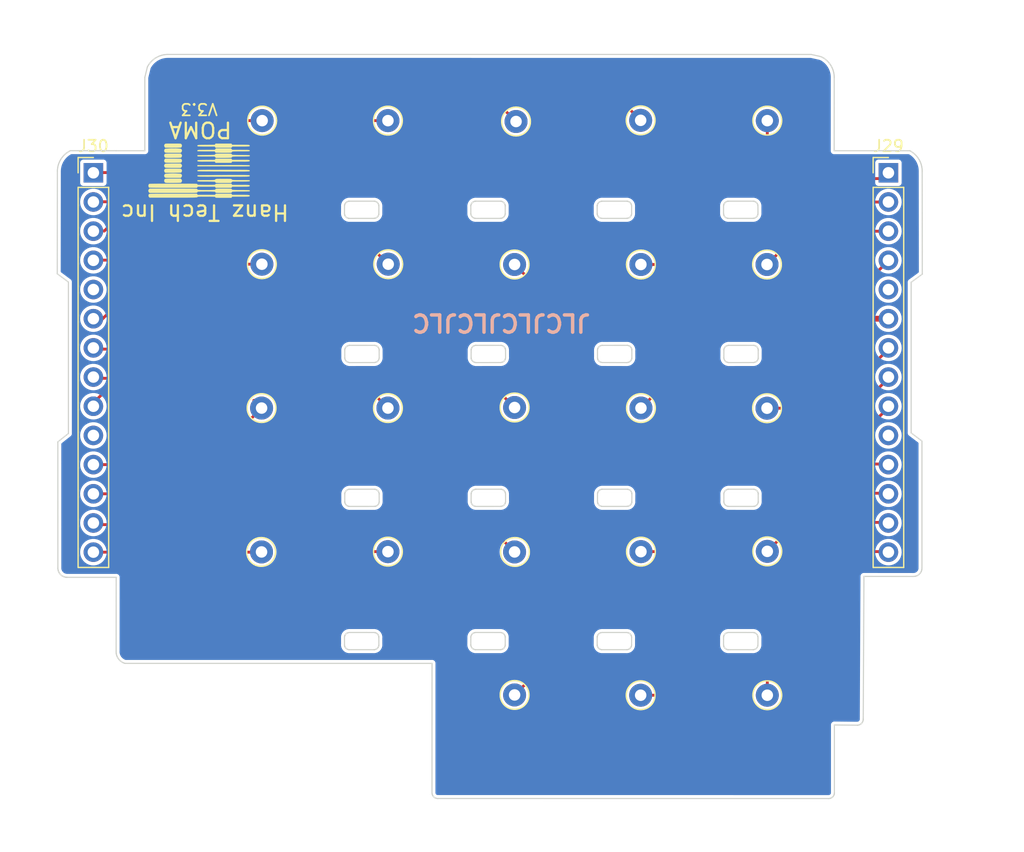
<source format=kicad_pcb>
(kicad_pcb (version 20211014) (generator pcbnew)
  (layers (0 "F.Cu" signal) (31 "B.Cu" signal) (34 "B.Paste" user) (35 "F.Paste" user) (36 "B.SilkS" user "B.Silkscreen") (37 "F.SilkS" user "F.Silkscreen") (38 "B.Mask" user) (39 "F.Mask" user) (44 "Edge.Cuts" user))
  (net 0 "")
  (net 1 "Board_0-/GND")
  (net 2 "Board_0-/top/GIPO_PATTERN")
  (net 3 "Board_0-/top/GPIO_1")
  (net 4 "Board_0-/top/GPIO_10")
  (net 5 "Board_0-/top/GPIO_11")
  (net 6 "Board_0-/top/GPIO_12")
  (net 7 "Board_0-/top/GPIO_13")
  (net 8 "Board_0-/top/GPIO_14")
  (net 9 "Board_0-/top/GPIO_15")
  (net 10 "Board_0-/top/GPIO_16")
  (net 11 "Board_0-/top/GPIO_2")
  (net 12 "Board_0-/top/GPIO_3")
  (net 13 "Board_0-/top/GPIO_4")
  (net 14 "Board_0-/top/GPIO_5")
  (net 15 "Board_0-/top/GPIO_6")
  (net 16 "Board_0-/top/GPIO_7")
  (net 17 "Board_0-/top/GPIO_8")
  (net 18 "Board_0-/top/GPIO_9")
  (net 19 "Board_0-/top/GPIO_BPM")
  (net 20 "Board_0-/top/GPIO_FX")
  (net 21 "Board_0-/top/GPIO_PLAY")
  (net 22 "Board_0-/top/GPIO_SOUND")
  (net 23 "Board_0-/top/GPIO_SPECIAL")
  (net 24 "Board_0-/top/GPIO_WRITE")
  (net 25 "Board_0-unconnected-(J29-Pad10)")
  (net 26 "Board_0-unconnected-(J29-Pad5)")
  (net 27 "Board_0-unconnected-(J30-Pad10)")
  (net 28 "Board_0-unconnected-(J30-Pad5)")
  (footprint "Connector_Pin:Pin_D1.0mm_L10.0mm" (layer "F.Cu") (at 129.04294 73.7594)
    (fp_text reference "J18" hide)
    (fp_text value "Conn_01x01")
  )
  (footprint "Connector_Pin:Pin_D1.0mm_L10.0mm" (layer "F.Cu") (at 173.01034 111.2498)
    (fp_text reference "J6" hide)
    (fp_text value "Conn_01x01")
  )
  (footprint "Connector_Pin:Pin_D1.0mm_L10.0mm" (layer "F.Cu") (at 139.99034 73.7594)
    (fp_text reference "J25" hide)
    (fp_text value "Conn_01x01")
  )
  (footprint "Connector_Pin:Pin_D1.0mm_L10.0mm" (layer "F.Cu") (at 128.9524 111.3006 -90)
    (fp_text reference "J15" hide)
    (fp_text value "Conn_01x01")
  )
  (footprint "Connector_Pin:Pin_D1.0mm_L10.0mm" (layer "F.Cu") (at 140.01574 86.2562)
    (fp_text reference "J14" hide)
    (fp_text value "Conn_01x01")
  )
  (footprint "Connector_PinHeader_2.54mm:PinHeader_1x14_P2.54mm_Vertical" (layer "F.Cu") (at 183.5524 78.3)
    (fp_text reference "J29")
    (fp_text value "Conn_01x14_Male")
  )
  (footprint "Connector_Pin:Pin_D1.0mm_L10.0mm" (layer "F.Cu") (at 128.99214 98.7784)
    (fp_text reference "J23" hide)
    (fp_text value "Conn_01x01")
  )
  (footprint "Connector_Pin:Pin_D1.0mm_L10.0mm" (layer "F.Cu") (at 172.98494 86.2816)
    (fp_text reference "J12" hide)
    (fp_text value "Conn_01x01")
  )
  (footprint "Connector_Pin:Pin_D1.0mm_L10.0mm" (layer "F.Cu") (at 151.01394 86.2816)
    (fp_text reference "J28" hide)
    (fp_text value "Conn_01x01")
  )
  (footprint "Connector_Pin:Pin_D1.0mm_L10.0mm" (layer "F.Cu") (at 129.01754 86.2562)
    (fp_text reference "J24" hide)
    (fp_text value "Conn_01x01")
  )
  (footprint "Connector_Pin:Pin_D1.0mm_L10.0mm" (layer "F.Cu") (at 173.01034 73.7594)
    (fp_text reference "J17" hide)
    (fp_text value "Conn_01x01")
  )
  (footprint "Connector_Pin:Pin_D1.0mm_L10.0mm" (layer "F.Cu") (at 151.01394 123.7466)
    (fp_text reference "J21" hide)
    (fp_text value "Conn_01x01")
  )
  (footprint "Connector_Pin:Pin_D1.0mm_L10.0mm" (layer "F.Cu") (at 162.00706 86.2816)
    (fp_text reference "J13" hide)
    (fp_text value "Conn_01x01")
  )
  (footprint "Connector_Pin:Pin_D1.0mm_L10.0mm" (layer "F.Cu") (at 172.98494 98.7911)
    (fp_text reference "J8" hide)
    (fp_text value "Conn_01x01")
  )
  (footprint "Connector_Pin:Pin_D1.0mm_L10.0mm" (layer "F.Cu") (at 151.0524 111.3006 -90)
    (fp_text reference "J4" hide)
    (fp_text value "Conn_01x01")
  )
  (footprint "logo:B.SilkS_g842" (layer "F.Cu") (at 123.315935 79.25 180)
    (fp_text reference "G***" hide)
    (fp_text value "LOGO" hide)
  )
  (footprint "Connector_PinHeader_2.54mm:PinHeader_1x14_P2.54mm_Vertical" (layer "F.Cu") (at 114.3524 78.3)
    (fp_text reference "J30")
    (fp_text value "Conn_01x14_Male")
  )
  (footprint "Connector_Pin:Pin_D1.0mm_L10.0mm" (layer "F.Cu") (at 161.98674 73.734)
    (fp_text reference "J16" hide)
    (fp_text value "Conn_01x01")
  )
  (footprint "Connector_Pin:Pin_D1.0mm_L10.0mm" (layer "F.Cu") (at 162.01214 98.7784)
    (fp_text reference "J9" hide)
    (fp_text value "Conn_01x01")
  )
  (footprint "Connector_Pin:Pin_D1.0mm_L10.0mm" (layer "F.Cu") (at 161.98674 123.772)
    (fp_text reference "J20" hide)
    (fp_text value "Conn_01x01")
  )
  (footprint "Connector_Pin:Pin_D1.0mm_L10.0mm" (layer "F.Cu") (at 162.01214 111.2752)
    (fp_text reference "J5" hide)
    (fp_text value "Conn_01x01")
  )
  (footprint "Connector_Pin:Pin_D1.0mm_L10.0mm" (layer "F.Cu") (at 151.01394 98.7276)
    (fp_text reference "J10" hide)
    (fp_text value "Conn_01x01")
  )
  (footprint "Connector_Pin:Pin_D1.0mm_L10.0mm" (layer "F.Cu") (at 151.14094 73.8356 -90)
    (fp_text reference "J7" hide)
    (fp_text value "Conn_01x01")
  )
  (footprint "Connector_Pin:Pin_D1.0mm_L10.0mm" (layer "F.Cu") (at 173.01034 123.772)
    (fp_text reference "J19" hide)
    (fp_text value "Conn_01x01")
  )
  (footprint "Connector_Pin:Pin_D1.0mm_L10.0mm" (layer "F.Cu") (at 139.99034 98.7784)
    (fp_text reference "J11" hide)
    (fp_text value "Conn_01x01")
  )
  (footprint "Connector_Pin:Pin_D1.0mm_L10.0mm" (layer "F.Cu") (at 139.99034 111.2752)
    (fp_text reference "J22" hide)
    (fp_text value "Conn_01x01")
  )
  (gr_line (start 158.480176 118.340376) (end 158.439123 118.358567) (layer "Edge.Cuts") (width 0.1))
  (gr_line (start 139.187427 118.631014) (end 139.173607 118.588291) (layer "Edge.Cuts") (width 0.1))
  (gr_line (start 158.548299 105.855156) (end 158.526757 105.861509) (layer "Edge.Cuts") (width 0.1))
  (gr_line (start 161.03769 119.71337) (end 161.071151 119.683427) (layer "Edge.Cuts") (width 0.1))
  (gr_line (start 150.100411 93.444843) (end 150.067148 93.414679) (layer "Edge.Cuts") (width 0.1))
  (gr_line (start 169.518348 119.793299) (end 169.540157 119.798665) (layer "Edge.Cuts") (width 0.1))
  (gr_line (start 136.235116 81.990363) (end 136.243676 82.011127) (layer "Edge.Cuts") (width 0.1))
  (gr_line (start 158.213074 118.650817) (end 158.208853 118.672875) (layer "Edge.Cuts") (width 0.1))
  (gr_line (start 138.841108 80.775768) (end 138.799955 80.770999) (layer "Edge.Cuts") (width 0.1))
  (gr_line (start 172.168207 81.047091) (end 172.159647 81.026327) (layer "Edge.Cuts") (width 0.1))
  (gr_line (start 169.543748 107.321899) (end 169.587615 107.331486) (layer "Edge.Cuts") (width 0.1))
  (gr_line (start 169.215896 119.48884) (end 169.229716 119.531563) (layer "Edge.Cuts") (width 0.1))
  (gr_line (start 178.814489 132.457159) (end 178.791736 132.503599) (layer "Edge.Cuts") (width 0.1))
  (gr_line (start 178.032901 68.395924) (end 178.113947 68.459856) (layer "Edge.Cuts") (width 0.1))
  (gr_line (start 180.914844 126.374898) (end 180.888255 126.378363) (layer "Edge.Cuts") (width 0.1))
  (gr_line (start 136.429186 93.387332) (end 136.392789 93.413629) (layer "Edge.Cuts") (width 0.1))
  (gr_line (start 147.610426 119.807854) (end 149.791781 119.808014) (layer "Edge.Cuts") (width 0.1))
  (gr_line (start 161.126715 94.656564) (end 161.153252 94.620342) (layer "Edge.Cuts") (width 0.1))
  (gr_line (start 147.466323 105.887167) (end 147.446563 105.897842) (layer "Edge.Cuts") (width 0.1))
  (gr_line (start 150.216248 93.659258) (end 150.211027 93.637414) (layer "Edge.Cuts") (width 0.1))
  (gr_line (start 139.145777 106.01836) (end 139.117619 105.983383) (layer "Edge.Cuts") (width 0.1))
  (gr_line (start 172.221194 106.931715) (end 172.219 106.270003) (layer "Edge.Cuts") (width 0.1))
  (gr_line (start 161.071151 82.142227) (end 161.086667 82.125989) (layer "Edge.Cuts") (width 0.1))
  (gr_line (start 116.661776 120.748047) (end 116.62201 120.7082) (layer "Edge.Cuts") (width 0.1))
  (gr_line (start 116.332188 120.051617) (end 116.329543 119.995384) (layer "Edge.Cuts") (width 0.1))
  (gr_line (start 147.446563 105.897842) (end 147.408845 105.922206) (layer "Edge.Cuts") (width 0.1))
  (gr_line (start 111.99496 76.596646) (end 112.080355 76.534092) (layer "Edge.Cuts") (width 0.1))
  (gr_line (start 158.314812 80.91221) (end 158.300164 80.929235) (layer "Edge.Cuts") (width 0.1))
  (gr_line (start 161.114019 93.461183) (end 161.082373 93.429327) (layer "Edge.Cuts") (width 0.1))
  (gr_line (start 147.230999 106.250038) (end 147.23034 106.906387) (layer "Edge.Cuts") (width 0.1))
  (gr_line (start 178.265653 68.59986) (end 178.335872 68.675524) (layer "Edge.Cuts") (width 0.1))
  (gr_line (start 147.214275 119.466996) (end 147.225849 119.510382) (layer "Edge.Cuts") (width 0.1))
  (gr_line (start 147.357528 93.443572) (end 147.342012 93.45981) (layer "Edge.Cuts") (width 0.1))
  (gr_line (start 143.888655 132.502541) (end 143.876701 132.479646) (layer "Edge.Cuts") (width 0.1))
  (gr_line (start 158.407045 93.400006) (end 158.372068 93.428164) (layer "Edge.Cuts") (width 0.1))
  (gr_line (start 149.819966 105.840999) (end 147.661152 105.8406) (layer "Edge.Cuts") (width 0.1))
  (gr_line (start 139.04129 119.71337) (end 139.074751 119.683427) (layer "Edge.Cuts") (width 0.1))
  (gr_line (start 149.794697 118.312) (end 147.640029 118.311) (layer "Edge.Cuts") (width 0.1))
  (gr_line (start 147.23268 106.951241) (end 147.239675 106.995596) (layer "Edge.Cuts") (width 0.1))
  (gr_line (start 144.156682 132.732812) (end 144.109378 132.712483) (layer "Edge.Cuts") (width 0.1))
  (gr_line (start 172.164741 93.533878) (end 172.153051 93.514701) (layer "Edge.Cuts") (width 0.1))
  (gr_line (start 136.570429 118.317259) (end 136.526499 118.326556) (layer "Edge.Cuts") (width 0.1))
  (gr_line (start 147.299272 94.617953) (end 147.325569 94.65435) (layer "Edge.Cuts") (width 0.1))
  (gr_line (start 171.87678 119.794043) (end 171.919503 119.780223) (layer "Edge.Cuts") (width 0.1))
  (gr_line (start 149.901922 119.78769) (end 149.943867 119.771663) (layer "Edge.Cuts") (width 0.1))
  (gr_line (start 158.272072 119.611553) (end 158.298369 119.64795) (layer "Edge.Cuts") (width 0.1))
  (gr_line (start 158.522899 80.785356) (end 158.501357 80.791709) (layer "Edge.Cuts") (width 0.1))
  (gr_line (start 178.706463 69.291364) (end 178.740435 69.388841) (layer "Edge.Cuts") (width 0.1))
  (gr_line (start 172.174744 119.513091) (end 172.186605 119.469782) (layer "Edge.Cuts") (width 0.1))
  (gr_line (start 150.153616 118.547238) (end 150.131251 118.508301) (layer "Edge.Cuts") (width 0.1))
  (gr_line (start 185.909257 76.743133) (end 185.980838 76.819003) (layer "Edge.Cuts") (width 0.1))
  (gr_line (start 161.208439 107.020191) (end 161.213805 106.998382) (layer "Edge.Cuts") (width 0.1))
  (gr_line (start 172.094751 94.689827) (end 172.110267 94.673589) (layer "Edge.Cuts") (width 0.1))
  (gr_line (start 172.043434 94.733393) (end 172.06129 94.71977) (layer "Edge.Cuts") (width 0.1))
  (gr_line (start 160.984627 80.828725) (end 160.944713 80.808154) (layer "Edge.Cuts") (width 0.1))
  (gr_line (start 186.361713 113.087742) (end 186.34112 113.118988) (layer "Edge.Cuts") (width 0.1))
  (gr_line (start 161.139669 119.594843) (end 161.150475 119.575154) (layer "Edge.Cuts") (width 0.1))
  (gr_line (start 150.058773 118.422927) (end 150.041748 118.408279) (layer "Edge.Cuts") (width 0.1))
  (gr_line (start 139.225043 93.703613) (end 139.218048 93.659258) (layer "Edge.Cuts") (width 0.1))
  (gr_line (start 139.186639 119.491591) (end 139.196226 119.447724) (layer "Edge.Cuts") (width 0.1))
  (gr_line (start 160.942067 82.230463) (end 160.982116 82.210157) (layer "Edge.Cuts") (width 0.1))
  (gr_line (start 186.34112 113.118988) (end 186.295416 113.178032) (layer "Edge.Cuts") (width 0.1))
  (gr_line (start 149.927322 94.79409) (end 149.969267 94.778063) (layer "Edge.Cuts") (width 0.1))
  (gr_line (start 169.385175 94.717975) (end 169.421397 94.744512) (layer "Edge.Cuts") (width 0.1))
  (gr_line (start 161.082373 93.429327) (end 161.065348 93.414679) (layer "Edge.Cuts") (width 0.1))
  (gr_line (start 147.591215 107.331486) (end 147.640082 107.338999) (layer "Edge.Cuts") (width 0.1))
  (gr_line (start 136.275672 82.070353) (end 136.301969 82.10675) (layer "Edge.Cuts") (width 0.1))
  (gr_line (start 158.298369 82.10675) (end 158.328312 82.140211) (layer "Edge.Cuts") (width 0.1))
  (gr_line (start 169.521099 118.326556) (end 169.478376 118.340376) (layer "Edge.Cuts") (width 0.1))
  (gr_line (start 169.584464 119.805953) (end 169.606826 119.807854) (layer "Edge.Cuts") (width 0.1))
  (gr_line (start 169.518348 82.252099) (end 169.562215 82.261686) (layer "Edge.Cuts") (width 0.1))
  (gr_line (start 171.835708 80.775768) (end 171.789963 80.770999) (layer "Edge.Cuts") (width 0.1))
  (gr_line (start 149.83645 82.26214) (end 149.88038 82.252843) (layer "Edge.Cuts") (width 0.1))
  (gr_line (start 169.207053 81.131675) (end 169.203984 81.153938) (layer "Edge.Cuts") (width 0.1))
  (gr_line (start 178.464148 68.837203) (end 178.521863 68.922788) (layer "Edge.Cuts") (width 0.1))
  (gr_line (start 150.128515 94.656564) (end 150.155052 94.620342) (layer "Edge.Cuts") (width 0.1))
  (gr_line (start 150.199394 119.403113) (end 150.199596 118.719575) (layer "Edge.Cuts") (width 0.1))
  (gr_line (start 139.06669 94.71977) (end 139.100151 94.689827) (layer "Edge.Cuts") (width 0.1))
  (gr_line (start 158.386975 94.717975) (end 158.423197 94.744512) (layer "Edge.Cuts") (width 0.1))
  (gr_line (start 147.268439 93.57207) (end 147.252135 93.613908) (layer "Edge.Cuts") (width 0.1))
  (gr_line (start 136.242074 93.657217) (end 136.231 93.7201) (layer "Edge.Cuts") (width 0.1))
  (gr_line (start 169.338412 105.98201) (end 169.323764 105.999035) (layer "Edge.Cuts") (width 0.1))
  (gr_line (start 169.395997 82.196912) (end 169.415096 82.208729) (layer "Edge.Cuts") (width 0.1))
  (gr_line (start 158.330328 80.895972) (end 158.314812 80.91221) (layer "Edge.Cuts") (width 0.1))
  (gr_line (start 147.267276 94.558727) (end 147.287582 94.598776) (layer "Edge.Cuts") (width 0.1))
  (gr_line (start 160.792926 107.3372) (end 160.837781 107.334859) (layer "Edge.Cuts") (width 0.1))
  (gr_line (start 119.829588 68.26806) (end 119.921984 68.2176) (layer "Edge.Cuts") (width 0.1))
  (gr_line (start 147.565815 119.802886) (end 147.610426 119.807854) (layer "Edge.Cuts") (width 0.1))
  (gr_line (start 112.033122 113.510282) (end 111.9907 113.506944) (layer "Edge.Cuts") (width 0.1))
  (gr_line (start 149.930075 93.33945) (end 149.908575 93.332955) (layer "Edge.Cuts") (width 0.1))
  (gr_line (start 150.130354 106.000504) (end 150.100411 105.967043) (layer "Edge.Cuts") (width 0.1))
  (gr_line (start 138.991356 107.290632) (end 139.030293 107.268267) (layer "Edge.Cuts") (width 0.1))
  (gr_line (start 117.1 121.001) (end 117.043102 120.981516) (layer "Edge.Cuts") (width 0.1))
  (gr_line (start 149.839308 80.775768) (end 149.789968 80.770999) (layer "Edge.Cuts") (width 0.1))
  (gr_line (start 150.16204 82.013729) (end 150.178344 81.971891) (layer "Edge.Cuts") (width 0.1))
  (gr_line (start 139.201392 118.719532) (end 139.196724 118.674944) (layer "Edge.Cuts") (width 0.1))
  (gr_line (start 136.615088 80.771385) (end 136.570429 80.776059) (layer "Edge.Cuts") (width 0.1))
  (gr_line (start 169.232453 106.201475) (end 169.227485 106.246083) (layer "Edge.Cuts") (width 0.1))
  (gr_line (start 158.363789 118.407229) (end 158.330328 118.437172) (layer "Edge.Cuts") (width 0.1))
  (gr_line (start 147.342012 93.45981) (end 147.327364 93.476835) (layer "Edge.Cuts") (width 0.1))
  (gr_line (start 138.841381 107.334859) (end 138.885736 107.327864) (layer "Edge.Cuts") (width 0.1))
  (gr_line (start 150.041748 118.408279) (end 150.005526 118.381742) (layer "Edge.Cuts") (width 0.1))
  (gr_line (start 147.613595 94.812377) (end 147.640122 94.818999) (layer "Edge.Cuts") (width 0.1))
  (gr_line (start 169.630038 118.311) (end 169.565029 118.317259) (layer "Edge.Cuts") (width 0.1))
  (gr_line (start 178.615384 132.689422) (end 178.570151 132.714594) (layer "Edge.Cuts") (width 0.1))
  (gr_line (start 178.851 132.259902) (end 178.855219 132.281418) (layer "Edge.Cuts") (width 0.1))
  (gr_line (start 171.765726 82.2674) (end 171.810581 82.265059) (layer "Edge.Cuts") (width 0.1))
  (gr_line (start 161.154851 106.036901) (end 161.128554 106.000504) (layer "Edge.Cuts") (width 0.1))
  (gr_line (start 136.231 93.7201) (end 136.232725 94.406651) (layer "Edge.Cuts") (width 0.1))
  (gr_line (start 161.161447 118.567527) (end 161.151816 118.547238) (layer "Edge.Cuts") (width 0.1))
  (gr_line (start 139.100151 94.689827) (end 139.130315 94.656564) (layer "Edge.Cuts") (width 0.1))
  (gr_line (start 178.740435 69.388841) (end 178.769334 69.48794) (layer "Edge.Cuts") (width 0.1))
  (gr_line (start 149.883175 118.326555) (end 149.839308 118.316968) (layer "Edge.Cuts") (width 0.1))
  (gr_line (start 161.151816 118.547238) (end 161.129451 118.508301) (layer "Edge.Cuts") (width 0.1))
  (gr_line (start 178.831 76.379) (end 185.410192 76.379018) (layer "Edge.Cuts") (width 0.1))
  (gr_line (start 161.219 106.929992) (end 161.223783 106.270664) (layer "Edge.Cuts") (width 0.1))
  (gr_line (start 158.266639 93.57207) (end 158.250335 93.613908) (layer "Edge.Cuts") (width 0.1))
  (gr_line (start 171.904975 105.855155) (end 171.861108 105.845568) (layer "Edge.Cuts") (width 0.1))
  (gr_line (start 149.969267 94.778063) (end 150.009316 94.757757) (layer "Edge.Cuts") (width 0.1))
  (gr_line (start 161.196043 81.156013) (end 161.189048 81.111658) (layer "Edge.Cuts") (width 0.1))
  (gr_line (start 150.103115 82.108964) (end 150.116856 82.091199) (layer "Edge.Cuts") (width 0.1))
  (gr_line (start 138.83825 119.80334) (end 138.88218 119.794043) (layer "Edge.Cuts") (width 0.1))
  (gr_line (start 112.179 87.810503) (end 111.209004 87.090092) (layer "Edge.Cuts") (width 0.1))
  (gr_line (start 136.278707 107.101216) (end 136.301072 107.140153) (layer "Edge.Cuts") (width 0.1))
  (gr_line (start 171.791097 118.312) (end 169.630038 118.311) (layer "Edge.Cuts") (width 0.1))
  (gr_line (start 161.189048 81.111658) (end 161.183827 81.089814) (layer "Edge.Cuts") (width 0.1))
  (gr_line (start 136.270239 93.57207) (end 136.253935 93.613908) (layer "Edge.Cuts") (width 0.1))
  (gr_line (start 147.479317 119.779197) (end 147.521948 119.793299) (layer "Edge.Cuts") (width 0.1))
  (gr_line (start 147.214874 118.650817) (end 147.210653 118.672875) (layer "Edge.Cuts") (width 0.1))
  (gr_line (start 158.589415 94.809286) (end 158.634027 94.814254) (layer "Edge.Cuts") (width 0.1))
  (gr_line (start 147.273872 119.611553) (end 147.300169 119.64795) (layer "Edge.Cuts") (width 0.1))
  (gr_line (start 169.241296 107.01744) (end 169.255116 107.060163) (layer "Edge.Cuts") (width 0.1))
  (gr_line (start 138.863166 118.321189) (end 138.818859 118.313901) (layer "Edge.Cuts") (width 0.1))
  (gr_line (start 172.190826 119.447724) (end 172.195795 119.403111) (layer "Edge.Cuts") (width 0.1))
  (gr_line (start 178.824103 132.433064) (end 178.814489 132.457159) (layer "Edge.Cuts") (width 0.1))
  (gr_line (start 150.156651 106.036901) (end 150.130354 106.000504) (layer "Edge.Cuts") (width 0.1))
  (gr_line (start 139.218048 106.181458) (end 139.212827 106.159614) (layer "Edge.Cuts") (width 0.1))
  (gr_line (start 172.139341 80.986278) (end 172.127651 80.967101) (layer "Edge.Cuts") (width 0.1))
  (gr_line (start 116.516041 120.5769) (end 116.485487 120.529618) (layer "Edge.Cuts") (width 0.1))
  (gr_line (start 158.524048 107.315404) (end 158.545548 107.321899) (layer "Edge.Cuts") (width 0.1))
  (gr_line (start 171.883166 93.327589) (end 171.838919 93.320309) (layer "Edge.Cuts") (width 0.1))
  (gr_line (start 136.29081 106.054356) (end 136.270239 106.09427) (layer "Edge.Cuts") (width 0.1))
  (gr_line (start 171.835981 94.812659) (end 171.85825 94.80974) (layer "Edge.Cuts") (width 0.1))
  (gr_line (start 178.778587 132.525962) (end 178.749039 132.568466) (layer "Edge.Cuts") (width 0.1))
  (gr_line (start 147.568629 118.317259) (end 147.524699 118.326556) (layer "Edge.Cuts") (width 0.1))
  (gr_line (start 169.236075 94.473396) (end 169.241296 94.49524) (layer "Edge.Cuts") (width 0.1))
  (gr_line (start 147.418696 82.208729) (end 147.45861 82.2293) (layer "Edge.Cuts") (width 0.1))
  (gr_line (start 150.177675 94.581554) (end 150.18744 94.561329) (layer "Edge.Cuts") (width 0.1))
  (gr_line (start 138.799955 80.770999) (end 136.637552 80.7708) (layer "Edge.Cuts") (width 0.1))
  (gr_line (start 169.215896 81.94764) (end 169.229716 81.990363) (layer "Edge.Cuts") (width 0.1))
  (gr_line (start 158.633952 80.7708) (end 158.611488 80.771385) (layer "Edge.Cuts") (width 0.1))
  (gr_line (start 136.216075 119.466996) (end 136.227649 119.510382) (layer "Edge.Cuts") (width 0.1))
  (gr_line (start 136.263982 82.051176) (end 136.275672 82.070353) (layer "Edge.Cuts") (width 0.1))
  (gr_line (start 172.03589 82.17217) (end 172.069351 82.142227) (layer "Edge.Cuts") (width 0.1))
  (gr_line (start 158.212475 81.925796) (end 158.217696 81.94764) (layer "Edge.Cuts") (width 0.1))
  (gr_line (start 147.390989 105.935829) (end 147.357528 105.965772) (layer "Edge.Cuts") (width 0.1))
  (gr_line (start 144.002064 132.641698) (end 143.982906 132.624376) (layer "Edge.Cuts") (width 0.1))
  (gr_line (start 158.201 119.379935) (end 158.208399 119.44491) (layer "Edge.Cuts") (width 0.1))
  (gr_line (start 139.227384 93.748469) (end 139.225043 93.703613) (layer "Edge.Cuts") (width 0.1))
  (gr_line (start 149.969267 107.300263) (end 150.009316 107.279957) (layer "Edge.Cuts") (width 0.1))
  (gr_line (start 147.466323 93.364967) (end 147.427386 93.387332) (layer "Edge.Cuts") (width 0.1))
  (gr_line (start 171.83285 119.80334) (end 171.87678 119.794043) (layer "Edge.Cuts") (width 0.1))
  (gr_line (start 111.219 78.149998) (end 111.222954 78.04784) (layer "Edge.Cuts") (width 0.1))
  (gr_line (start 136.426797 94.744512) (end 136.445896 94.756329) (layer "Edge.Cuts") (width 0.1))
  (gr_line (start 158.416896 82.208729) (end 158.45681 82.2293) (layer "Edge.Cuts") (width 0.1))
  (gr_line (start 149.971913 105.877954) (end 149.930075 105.86165) (layer "Edge.Cuts") (width 0.1))
  (gr_line (start 181.420995 113.431) (end 181.360999 125.820004) (layer "Edge.Cuts") (width 0.1))
  (gr_line (start 172.018034 119.726993) (end 172.03589 119.71337) (layer "Edge.Cuts") (width 0.1))
  (gr_line (start 111.563619 113.330057) (end 111.531221 113.302388) (layer "Edge.Cuts") (width 0.1))
  (gr_line (start 158.312904 119.665071) (end 158.34455 119.696927) (layer "Edge.Cuts") (width 0.1))
  (gr_line (start 158.231516 81.990363) (end 158.240076 82.011127) (layer "Edge.Cuts") (width 0.1))
  (gr_line (start 139.180144 81.971891) (end 139.186639 81.950391) (layer "Edge.Cuts") (width 0.1))
  (gr_line (start 136.290023 80.947) (end 136.277227 80.965457) (layer "Edge.Cuts") (width 0.1))
  (gr_line (start 111.760245 76.810113) (end 111.834719 76.734813) (layer "Edge.Cuts") (width 0.1))
  (gr_line (start 138.815981 82.265059) (end 138.83825 82.26214) (layer "Edge.Cuts") (width 0.1))
  (gr_line (start 169.255116 94.537963) (end 169.263676 94.558727) (layer "Edge.Cuts") (width 0.1))
  (gr_line (start 185.810386 113.431412) (end 185.735739 113.435199) (layer "Edge.Cuts") (width 0.1))
  (gr_line (start 119.414164 68.588954) (end 119.490258 68.516201) (layer "Edge.Cuts") (width 0.1))
  (gr_line (start 178.623679 69.10231) (end 178.66751 69.195769) (layer "Edge.Cuts") (width 0.1))
  (gr_line (start 139.117619 93.461183) (end 139.102211 93.444843) (layer "Edge.Cuts") (width 0.1))
  (gr_line (start 111.326743 77.530349) (end 111.363701 77.431155) (layer "Edge.Cuts") (width 0.1))
  (gr_line (start 158.659352 105.8406) (end 158.636888 105.841185) (layer "Edge.Cuts") (width 0.1))
  (gr_line (start 158.251004 81.004245) (end 158.241239 81.02447) (layer "Edge.Cuts") (width 0.1))
  (gr_line (start 161.214448 106.181458) (end 161.209227 106.159614) (layer "Edge.Cuts") (width 0.1))
  (gr_line (start 147.225849 119.510382) (end 147.233316 119.531563) (layer "Edge.Cuts") (width 0.1))
  (gr_line (start 169.496848 119.786804) (end 169.518348 119.793299) (layer "Edge.Cuts") (width 0.1))
  (gr_line (start 158.502917 94.785597) (end 158.545548 94.799699) (layer "Edge.Cuts") (width 0.1))
  (gr_line (start 169.273307 107.101216) (end 169.295672 107.140153) (layer "Edge.Cuts") (width 0.1))
  (gr_line (start 136.228535 81.066308) (end 136.216674 81.109617) (layer "Edge.Cuts") (width 0.1))
  (gr_line (start 147.390989 93.413629) (end 147.357528 93.443572) (layer "Edge.Cuts") (width 0.1))
  (gr_line (start 136.385245 80.852406) (end 136.367389 80.866029) (layer "Edge.Cuts") (width 0.1))
  (gr_line (start 169.361989 118.407229) (end 169.328528 118.437172) (layer "Edge.Cuts") (width 0.1))
  (gr_line (start 147.275427 118.506657) (end 147.26361 118.525756) (layer "Edge.Cuts") (width 0.1))
  (gr_line (start 158.300164 80.929235) (end 158.273627 80.965457) (layer "Edge.Cuts") (width 0.1))
  (gr_line (start 158.203139 81.836585) (end 158.20548 81.881441) (layer "Edge.Cuts") (width 0.1))
  (gr_line (start 172.219293 106.954075) (end 172.221194 106.931715) (layer "Edge.Cuts") (width 0.1))
  (gr_line (start 147.273872 82.070353) (end 147.300169 82.10675) (layer "Edge.Cuts") (width 0.1))
  (gr_line (start 186.111724 76.981493) (end 186.170637 77.067633) (layer "Edge.Cuts") (width 0.1))
  (gr_line (start 169.590429 93.323659) (end 169.546499 93.332956) (layer "Edge.Cuts") (width 0.1))
  (gr_line (start 172.153051 93.514701) (end 172.126754 93.478304) (layer "Edge.Cuts") (width 0.1))
  (gr_line (start 181.336874 126.008964) (end 181.318644 126.059218) (layer "Edge.Cuts") (width 0.1))
  (gr_line (start 178.855219 132.281418) (end 178.853251 132.307324) (layer "Edge.Cuts") (width 0.1))
  (gr_line (start 160.902875 118.33305) (end 160.881375 118.326555) (layer "Edge.Cuts") (width 0.1))
  (gr_line (start 147.355512 107.210011) (end 147.388775 107.240175) (layer "Edge.Cuts") (width 0.1))
  (gr_line (start 172.18384 107.083529) (end 172.200144 107.041691) (layer "Edge.Cuts") (width 0.1))
  (gr_line (start 138.841381 94.812659) (end 138.885736 94.805664) (layer "Edge.Cuts") (width 0.1))
  (gr_line (start 172.200144 107.041691) (end 172.212005 106.998382) (layer "Edge.Cuts") (width 0.1))
  (gr_line (start 138.985716 119.751357) (end 139.023434 119.726993) (layer "Edge.Cuts") (width 0.1))
  (gr_line (start 172.221392 106.248135) (end 172.216724 106.203544) (layer "Edge.Cuts") (width 0.1))
  (gr_line (start 139.205544 107.041691) (end 139.217405 106.998382) (layer "Edge.Cuts") (width 0.1))
  (gr_line (start 171.960556 119.762032) (end 171.980316 119.751357) (layer "Edge.Cuts") (width 0.1))
  (gr_line (start 158.311823 106.0168) (end 158.299027 106.035257) (layer "Edge.Cuts") (width 0.1))
  (gr_line (start 136.502248 82.245604) (end 136.523748 82.252099) (layer "Edge.Cuts") (width 0.1))
  (gr_line (start 147.278204 106.074045) (end 147.268439 106.09427) (layer "Edge.Cuts") (width 0.1))
  (gr_line (start 158.240076 82.011127) (end 158.260382 82.051176) (layer "Edge.Cuts") (width 0.1))
  (gr_line (start 116.389329 120.326433) (end 116.372137 120.272828) (layer "Edge.Cuts") (width 0.1))
  (gr_line (start 169.328528 118.437172) (end 169.298364 118.470435) (layer "Edge.Cuts") (width 0.1))
  (gr_line (start 150.009316 94.757757) (end 150.047034 94.733393) (layer "Edge.Cuts") (width 0.1))
  (gr_line (start 138.815981 119.806259) (end 138.83825 119.80334) (layer "Edge.Cuts") (width 0.1))
  (gr_line (start 139.106754 80.930704) (end 139.076811 80.897243) (layer "Edge.Cuts") (width 0.1))
  (gr_line (start 136.253935 93.613908) (end 136.242074 93.657217) (layer "Edge.Cuts") (width 0.1))
  (gr_line (start 169.321969 94.65435) (end 169.351912 94.687811) (layer "Edge.Cuts") (width 0.1))
  (gr_line (start 172.084867 82.125989) (end 172.099515 82.108964) (layer "Edge.Cuts") (width 0.1))
  (gr_line (start 169.229716 81.990363) (end 169.238276 82.011127) (layer "Edge.Cuts") (width 0.1))
  (gr_line (start 161.150475 119.575154) (end 161.168937 119.534222) (layer "Edge.Cuts") (width 0.1))
  (gr_line (start 186.393874 77.537698) (end 186.423405 77.637793) (layer "Edge.Cuts") (width 0.1))
  (gr_line (start 111.562246 77.057949) (end 111.623853 76.971869) (layer "Edge.Cuts") (width 0.1))
  (gr_line (start 111.9907 113.506944) (end 111.948459 113.501384) (layer "Edge.Cuts") (width 0.1))
  (gr_line (start 147.201 119.379893) (end 147.205502 119.400085) (layer "Edge.Cuts") (width 0.1))
  (gr_line (start 139.060573 118.422927) (end 139.043548 118.408279) (layer "Edge.Cuts") (width 0.1))
  (gr_line (start 161.098611 105.967043) (end 161.065348 105.936879) (layer "Edge.Cuts") (width 0.1))
  (gr_line (start 149.839308 118.316968) (end 149.794697 118.312) (layer "Edge.Cuts") (width 0.1))
  (gr_line (start 161.065348 105.936879) (end 161.029126 105.910342) (layer "Edge.Cuts") (width 0.1))
  (gr_line (start 158.526757 105.861509) (end 158.484812 105.877536) (layer "Edge.Cuts") (width 0.1))
  (gr_line (start 185.75461 76.602989) (end 185.833781 76.671061) (layer "Edge.Cuts") (width 0.1))
  (gr_line (start 139.196724 118.674944) (end 139.187427 118.631014) (layer "Edge.Cuts") (width 0.1))
  (gr_line (start 139.225043 106.225813) (end 139.218048 106.181458) (layer "Edge.Cuts") (width 0.1))
  (gr_line (start 147.550099 93.332956) (end 147.528557 93.339309) (layer "Edge.Cuts") (width 0.1))
  (gr_line (start 158.498648 119.786804) (end 158.541957 119.798665) (layer "Edge.Cuts") (width 0.1))
  (gr_line (start 172.194243 81.156013) (end 172.187248 81.111658) (layer "Edge.Cuts") (width 0.1))
  (gr_line (start 158.265476 107.080927) (end 158.285782 107.120976) (layer "Edge.Cuts") (width 0.1))
  (gr_line (start 147.239675 94.473396) (end 147.244896 94.49524) (layer "Edge.Cuts") (width 0.1))
  (gr_line (start 136.551899 105.855156) (end 136.509176 105.868976) (layer "Edge.Cuts") (width 0.1))
  (gr_line (start 160.87858 119.794043) (end 160.921303 119.780223) (layer "Edge.Cuts") (width 0.1))
  (gr_line (start 116.840081 120.884933) (end 116.792861 120.854283) (layer "Edge.Cuts") (width 0.1))
  (gr_line (start 139.186639 81.950391) (end 139.192005 81.928582) (layer "Edge.Cuts") (width 0.1))
  (gr_line (start 111.597379 113.355962) (end 111.563619 113.330057) (layer "Edge.Cuts") (width 0.1))
  (gr_line (start 138.931875 105.86165) (end 138.888566 105.849789) (layer "Edge.Cuts") (width 0.1))
  (gr_line (start 150.067148 105.936879) (end 150.030926 105.910342) (layer "Edge.Cuts") (width 0.1))
  (gr_line (start 150.185627 81.089814) (end 150.171807 81.047091) (layer "Edge.Cuts") (width 0.1))
  (gr_line (start 185.531 100.939502) (end 186.470994 101.649897) (layer "Edge.Cuts") (width 0.1))
  (gr_line (start 169.236674 93.657217) (end 169.229398 93.701439) (layer "Edge.Cuts") (width 0.1))
  (gr_line (start 138.985716 82.210157) (end 139.023434 82.185793) (layer "Edge.Cuts") (width 0.1))
  (gr_line (start 139.212827 93.637414) (end 139.199007 93.594691) (layer "Edge.Cuts") (width 0.1))
  (gr_line (start 172.151452 107.142542) (end 172.174075 107.103754) (layer "Edge.Cuts") (width 0.1))
  (gr_line (start 161.039948 118.408279) (end 161.003726 118.381742) (layer "Edge.Cuts") (width 0.1))
  (gr_line (start 169.359775 119.711575) (end 169.395997 119.738112) (layer "Edge.Cuts") (width 0.1))
  (gr_line (start 147.524699 118.326556) (end 147.503157 118.332909) (layer "Edge.Cuts") (width 0.1))
  (gr_line (start 147.236053 93.679275) (end 147.232985 93.701535) (layer "Edge.Cuts") (width 0.1))
  (gr_line (start 149.83645 119.80334) (end 149.88038 119.794043) (layer "Edge.Cuts") (width 0.1))
  (gr_line (start 120.83454 67.997399) (end 176.83 67.999) (layer "Edge.Cuts") (width 0.1))
  (gr_line (start 172.200144 94.519491) (end 172.206639 94.497991) (layer "Edge.Cuts") (width 0.1))
  (gr_line (start 120.520008 68.022274) (end 120.624324 68.008472) (layer "Edge.Cuts") (width 0.1))
  (gr_line (start 161.213805 106.998382) (end 161.221081 106.95416) (layer "Edge.Cuts") (width 0.1))
  (gr_line (start 139.092219 118.454783) (end 139.060573 118.422927) (layer "Edge.Cuts") (width 0.1))
  (gr_line (start 185.884192 113.420106) (end 185.810386 113.431412) (layer "Edge.Cuts") (width 0.1))
  (gr_line (start 169.258582 82.051176) (end 169.270272 82.070353) (layer "Edge.Cuts") (width 0.1))
  (gr_line (start 136.445896 94.756329) (end 136.48581 94.7769) (layer "Edge.Cuts") (width 0.1))
  (gr_line (start 161.010027 105.898525) (end 160.970113 105.877954) (layer "Edge.Cuts") (width 0.1))
  (gr_line (start 169.543748 94.799699) (end 169.587615 94.809286) (layer "Edge.Cuts") (width 0.1))
  (gr_line (start 171.988538 105.887719) (end 171.947606 105.869257) (layer "Edge.Cuts") (width 0.1))
  (gr_line (start 160.970113 105.877954) (end 160.928275 105.86165) (layer "Edge.Cuts") (width 0.1))
  (gr_line (start 171.835981 107.334859) (end 171.880336 107.327864) (layer "Edge.Cuts") (width 0.1))
  (gr_line (start 136.392789 105.935829) (end 136.359328 105.965772) (layer "Edge.Cuts") (width 0.1))
  (gr_line (start 161.096551 107.212027) (end 161.112067 107.195789) (layer "Edge.Cuts") (width 0.1))
  (gr_line (start 158.545548 94.799699) (end 158.589415 94.809286) (layer "Edge.Cuts") (width 0.1))
  (gr_line (start 116.329543 119.995384) (end 116.329861 119.939143) (layer "Edge.Cuts") (width 0.1))
  (gr_line (start 138.924903 119.780223) (end 138.965956 119.762032) (layer "Edge.Cuts") (width 0.1))
  (gr_line (start 169.323764 105.999035) (end 169.297227 106.035257) (layer "Edge.Cuts") (width 0.1))
  (gr_line (start 160.837508 80.775768) (end 160.789966 80.770999) (layer "Edge.Cuts") (width 0.1))
  (gr_line (start 147.547348 107.321899) (end 147.591215 107.331486) (layer "Edge.Cuts") (width 0.1))
  (gr_line (start 160.967467 107.300263) (end 161.007516 107.279957) (layer "Edge.Cuts") (width 0.1))
  (gr_line (start 136.327369 94.65435) (end 136.341904 94.671471) (layer "Edge.Cuts") (width 0.1))
  (gr_line (start 119.921984 68.2176) (end 120.016859 68.172091) (layer "Edge.Cuts") (width 0.1))
  (gr_line (start 150.188647 93.573927) (end 150.168341 93.533878) (layer "Edge.Cuts") (width 0.1))
  (gr_line (start 150.197843 81.156013) (end 150.190848 81.111658) (layer "Edge.Cuts") (width 0.1))
  (gr_line (start 169.249204 81.004245) (end 169.239439 81.02447) (layer "Edge.Cuts") (width 0.1))
  (gr_line (start 139.156852 107.142542) (end 139.179475 107.103754) (layer "Edge.Cuts") (width 0.1))
  (gr_line (start 119.096489 69.006844) (end 119.151044 68.916805) (layer "Edge.Cuts") (width 0.1))
  (gr_line (start 139.192648 81.111658) (end 139.187427 81.089814) (layer "Edge.Cuts") (width 0.1))
  (gr_line (start 149.789968 80.770999) (end 147.635752 80.7708) (layer "Edge.Cuts") (width 0.1))
  (gr_line (start 172.086819 118.454783) (end 172.055173 118.422927) (layer "Edge.Cuts") (width 0.1))
  (gr_line (start 169.415096 82.208729) (end 169.45501 82.2293) (layer "Edge.Cuts") (width 0.1))
  (gr_line (start 150.211027 106.159614) (end 150.197207 106.116891) (layer "Edge.Cuts") (width 0.1))
  (gr_line (start 158.37934 119.725316) (end 158.397797 119.738112) (layer "Edge.Cuts") (width 0.1))
  (gr_line (start 172.207427 93.637414) (end 172.193607 93.594691) (layer "Edge.Cuts") (width 0.1))
  (gr_line (start 172.055173 118.422927) (end 172.020383 118.394538) (layer "Edge.Cuts") (width 0.1))
  (gr_line (start 139.085973 93.429327) (end 139.051183 93.400938) (layer "Edge.Cuts") (width 0.1))
  (gr_line (start 147.299272 107.140153) (end 147.325569 107.17655) (layer "Edge.Cuts") (width 0.1))
  (gr_line (start 161.141141 80.986278) (end 161.129451 80.967101) (layer "Edge.Cuts") (width 0.1))
  (gr_line (start 136.327369 107.17655) (end 136.341904 107.193671) (layer "Edge.Cuts") (width 0.1))
  (gr_line (start 150.170737 119.534222) (end 150.184839 119.491591) (layer "Edge.Cuts") (width 0.1))
  (gr_line (start 158.325564 93.476835) (end 158.299027 93.513057) (layer "Edge.Cuts") (width 0.1))
  (gr_line (start 143.848055 132.407886) (end 143.835145 132.357991) (layer "Edge.Cuts") (width 0.1))
  (gr_line (start 116.62201 120.7082) (end 116.584397 120.666315) (layer "Edge.Cuts") (width 0.1))
  (gr_line (start 169.210675 81.925796) (end 169.215896 81.94764) (layer "Edge.Cuts") (width 0.1))
  (gr_line (start 147.661152 93.3184) (end 147.638688 93.318985) (layer "Edge.Cuts") (width 0.1))
  (gr_line (start 139.173607 118.588291) (end 139.165047 118.567527) (layer "Edge.Cuts") (width 0.1))
  (gr_line (start 147.355512 94.687811) (end 147.388775 94.717975) (layer "Edge.Cuts") (width 0.1))
  (gr_line (start 138.993938 93.365519) (end 138.973713 93.355754) (layer "Edge.Cuts") (width 0.1))
  (gr_line (start 136.392789 93.413629) (end 136.375668 93.428164) (layer "Edge.Cuts") (width 0.1))
  (gr_line (start 186.224979 77.156728) (end 186.274626 77.248582) (layer "Edge.Cuts") (width 0.1))
  (gr_line (start 149.86185 94.80974) (end 149.90578 94.800443) (layer "Edge.Cuts") (width 0.1))
  (gr_line (start 136.212453 118.672875) (end 136.207485 118.717483) (layer "Edge.Cuts") (width 0.1))
  (gr_line (start 150.072951 82.142227) (end 150.103115 82.108964) (layer "Edge.Cuts") (width 0.1))
  (gr_line (start 147.239675 106.995596) (end 147.244896 107.01744) (layer "Edge.Cuts") (width 0.1))
  (gr_line (start 169.227485 106.246083) (end 169.230999 106.909994) (layer "Edge.Cuts") (width 0.1))
  (gr_line (start 150.210239 94.497991) (end 150.215605 94.476182) (layer "Edge.Cuts") (width 0.1))
  (gr_line (start 161.096551 94.689827) (end 161.112067 94.673589) (layer "Edge.Cuts") (width 0.1))
  (gr_line (start 178.657842 132.659807) (end 178.615384 132.689422) (layer "Edge.Cuts") (width 0.1))
  (gr_line (start 150.18744 94.561329) (end 150.203744 94.519491) (layer "Edge.Cuts") (width 0.1))
  (gr_line (start 178.697052 132.626087) (end 178.657842 132.659807) (layer "Edge.Cuts") (width 0.1))
  (gr_line (start 172.008227 93.376325) (end 171.968313 93.355754) (layer "Edge.Cuts") (width 0.1))
  (gr_line (start 139.007326 118.381742) (end 138.988227 118.369925) (layer "Edge.Cuts") (width 0.1))
  (gr_line (start 158.328312 82.140211) (end 158.361575 82.170375) (layer "Edge.Cuts") (width 0.1))
  (gr_line (start 138.991356 94.768432) (end 139.030293 94.746067) (layer "Edge.Cuts") (width 0.1))
  (gr_line (start 172.168207 118.588291) (end 172.150016 118.547238) (layer "Edge.Cuts") (width 0.1))
  (gr_line (start 160.984627 118.369925) (end 160.944713 118.349354) (layer "Edge.Cuts") (width 0.1))
  (gr_line (start 111.259004 101.7199) (end 112.179 100.989516) (layer "Edge.Cuts") (width 0.1))
  (gr_line (start 158.241239 118.56567) (end 158.224935 118.607508) (layer "Edge.Cuts") (width 0.1))
  (gr_line (start 150.223243 93.703613) (end 150.216248 93.659258) (layer "Edge.Cuts") (width 0.1))
  (gr_line (start 169.295672 94.617953) (end 169.321969 94.65435) (layer "Edge.Cuts") (width 0.1))
  (gr_line (start 158.461985 94.767135) (end 158.502917 94.785597) (layer "Edge.Cuts") (width 0.1))
  (gr_line (start 186.447677 77.739291) (end 186.466632 77.841968) (layer "Edge.Cuts") (width 0.1))
  (gr_line (start 111.248 77.837637) (end 111.268819 77.73385) (layer "Edge.Cuts") (width 0.1))
  (gr_line (start 171.901075 80.79185) (end 171.879575 80.785355) (layer "Edge.Cuts") (width 0.1))
  (gr_line (start 150.113867 94.673589) (end 150.128515 94.656564) (layer "Edge.Cuts") (width 0.1))
  (gr_line (start 158.22854 106.906388) (end 158.23088 106.951241) (layer "Edge.Cuts") (width 0.1))
  (gr_line (start 111.271963 112.824932) (end 111.266401 112.782691) (layer "Edge.Cuts") (width 0.1))
  (gr_line (start 161.198999 118.740028) (end 161.193124 118.674944) (layer "Edge.Cuts") (width 0.1))
  (gr_line (start 116.432052 120.43056) (end 116.409319 120.379059) (layer "Edge.Cuts") (width 0.1))
  (gr_line (start 139.156852 94.620342) (end 139.179475 94.581554) (layer "Edge.Cuts") (width 0.1))
  (gr_line (start 111.784075 113.457337) (end 111.744761 113.441053) (layer "Edge.Cuts") (width 0.1))
  (gr_line (start 169.310023 93.4946) (end 169.297227 93.513057) (layer "Edge.Cuts") (width 0.1))
  (gr_line (start 172.03589 119.71337) (end 172.069351 119.683427) (layer "Edge.Cuts") (width 0.1))
  (gr_line (start 158.237875 94.473396) (end 158.249449 94.516782) (layer "Edge.Cuts") (width 0.1))
  (gr_line (start 136.509176 105.868976) (end 136.468123 105.887167) (layer "Edge.Cuts") (width 0.1))
  (gr_line (start 169.353928 105.965772) (end 169.338412 105.98201) (layer "Edge.Cuts") (width 0.1))
  (gr_line (start 147.233316 81.990363) (end 147.241876 82.011127) (layer "Edge.Cuts") (width 0.1))
  (gr_line (start 139.201194 119.403115) (end 139.199 118.740003) (layer "Edge.Cuts") (width 0.1))
  (gr_line (start 147.330112 119.681411) (end 147.363375 119.711575) (layer "Edge.Cuts") (width 0.1))
  (gr_line (start 136.216075 81.925796) (end 136.221296 81.94764) (layer "Edge.Cuts") (width 0.1))
  (gr_line (start 136.341904 94.671471) (end 136.37355 94.703327) (layer "Edge.Cuts") (width 0.1))
  (gr_line (start 185.497528 76.424896) (end 185.586295 76.479771) (layer "Edge.Cuts") (width 0.1))
  (gr_line (start 178.832877 69.895233) (end 178.835538 69.9984) (layer "Edge.Cuts") (width 0.1))
  (gr_line (start 158.45681 119.7705) (end 158.498648 119.786804) (layer "Edge.Cuts") (width 0.1))
  (gr_line (start 136.331912 119.681411) (end 136.365175 119.711575) (layer "Edge.Cuts") (width 0.1))
  (gr_line (start 161.176544 81.971891) (end 161.183039 81.950391) (layer "Edge.Cuts") (width 0.1))
  (gr_line (start 158.297472 107.140153) (end 158.323769 107.17655) (layer "Edge.Cuts") (width 0.1))
  (gr_line (start 172.212005 106.998382) (end 172.219293 106.954075) (layer "Edge.Cuts") (width 0.1))
  (gr_line (start 136.526499 118.326556) (end 136.483776 118.340376) (layer "Edge.Cuts") (width 0.1))
  (gr_line (start 136.254604 118.545445) (end 136.236142 118.586377) (layer "Edge.Cuts") (width 0.1))
  (gr_line (start 158.300164 118.470435) (end 158.273627 118.506657) (layer "Edge.Cuts") (width 0.1))
  (gr_line (start 178.402096 68.754709) (end 178.464148 68.837203) (layer "Edge.Cuts") (width 0.1))
  (gr_line (start 158.224935 118.607508) (end 158.213074 118.650817) (layer "Edge.Cuts") (width 0.1))
  (gr_line (start 139.102211 93.444843) (end 139.085973 93.429327) (layer "Edge.Cuts") (width 0.1))
  (gr_line (start 177.948709 68.336285) (end 178.032901 68.395924) (layer "Edge.Cuts") (width 0.1))
  (gr_line (start 171.835708 118.316968) (end 171.791097 118.312) (layer "Edge.Cuts") (width 0.1))
  (gr_line (start 139.192005 81.928582) (end 139.199286 81.884323) (layer "Edge.Cuts") (width 0.1))
  (gr_line (start 136.367389 118.407229) (end 136.333928 118.437172) (layer "Edge.Cuts") (width 0.1))
  (gr_line (start 139.173607 81.047091) (end 139.165047 81.026327) (layer "Edge.Cuts") (width 0.1))
  (gr_line (start 169.201339 81.836586) (end 169.20368 81.881441) (layer "Edge.Cuts") (width 0.1))
  (gr_line (start 136.236142 118.586377) (end 136.22204 118.629008) (layer "Edge.Cuts") (width 0.1))
  (gr_line (start 172.096811 93.444843) (end 172.063548 93.414679) (layer "Edge.Cuts") (width 0.1))
  (gr_line (start 149.986427 80.828725) (end 149.946513 80.808154) (layer "Edge.Cuts") (width 0.1))
  (gr_line (start 169.270272 119.611553) (end 169.296569 119.64795) (layer "Edge.Cuts") (width 0.1))
  (gr_line (start 169.203984 81.153938) (end 169.201 81.180056) (layer "Edge.Cuts") (width 0.1))
  (gr_line (start 185.531 87.830507) (end 185.531 100.939502) (layer "Edge.Cuts") (width 0.1))
  (gr_line (start 150.222918 106.953941) (end 150.228999 106.929878) (layer "Edge.Cuts") (width 0.1))
  (gr_line (start 139.180816 93.553638) (end 139.158451 93.514701) (layer "Edge.Cuts") (width 0.1))
  (gr_line (start 169.326512 82.140211) (end 169.359775 82.170375) (layer "Edge.Cuts") (width 0.1))
  (gr_line (start 171.78995 107.338999) (end 171.835981 107.334859) (layer "Edge.Cuts") (width 0.1))
  (gr_line (start 111.824287 113.471577) (end 111.784075 113.457337) (layer "Edge.Cuts") (width 0.1))
  (gr_line (start 138.90758 107.322643) (end 138.950303 107.308823) (layer "Edge.Cuts") (width 0.1))
  (gr_line (start 139.217405 106.998382) (end 139.228999 106.929912) (layer "Edge.Cuts") (width 0.1))
  (gr_line (start 136.637552 80.7708) (end 136.615088 80.771385) (layer "Edge.Cuts") (width 0.1))
  (gr_line (start 136.48581 94.7769) (end 136.527648 94.793204) (layer "Edge.Cuts") (width 0.1))
  (gr_line (start 150.131251 118.508301) (end 150.118577 118.48976) (layer "Edge.Cuts") (width 0.1))
  (gr_line (start 147.365589 80.866029) (end 147.332128 80.895972) (layer "Edge.Cuts") (width 0.1))
  (gr_line (start 158.325564 105.999035) (end 158.311823 106.0168) (layer "Edge.Cuts") (width 0.1))
  (gr_line (start 158.608626 119.807854) (end 160.769975 119.808999) (layer "Edge.Cuts") (width 0.1))
  (gr_line (start 136.526499 80.785356) (end 136.504957 80.791709) (layer "Edge.Cuts") (width 0.1))
  (gr_line (start 112.08 113.511) (end 112.033122 113.510282) (layer "Edge.Cuts") (width 0.1))
  (gr_line (start 147.23034 94.384187) (end 147.23268 94.429041) (layer "Edge.Cuts") (width 0.1))
  (gr_line (start 149.943867 119.771663) (end 149.964156 119.762032) (layer "Edge.Cuts") (width 0.1))
  (gr_line (start 147.543757 82.257465) (end 147.610095 82.268999) (layer "Edge.Cuts") (width 0.1))
  (gr_line (start 178.522558 132.735084) (end 178.473185 132.750641) (layer "Edge.Cuts") (width 0.1))
  (gr_line (start 161.201944 107.041691) (end 161.208439 107.020191) (layer "Edge.Cuts") (width 0.1))
  (gr_line (start 169.241296 94.49524) (end 169.255116 94.537963) (layer "Edge.Cuts") (width 0.1))
  (gr_line (start 136.618098 93.32074) (end 136.573743 93.327735) (layer "Edge.Cuts") (width 0.1))
  (gr_line (start 169.34275 119.696927) (end 169.359775 119.711575) (layer "Edge.Cuts") (width 0.1))
  (gr_line (start 136.341904 107.193671) (end 136.37355 107.225527) (layer "Edge.Cuts") (width 0.1))
  (gr_line (start 112.168939 76.476141) (end 112.260509 76.422931) (layer "Edge.Cuts") (width 0.1))
  (gr_line (start 147.594029 105.845859) (end 147.550099 105.855156) (layer "Edge.Cuts") (width 0.1))
  (gr_line (start 172.094751 107.212027) (end 172.124915 107.178764) (layer "Edge.Cuts") (width 0.1))
  (gr_line (start 161.142177 93.49616) (end 161.114019 93.461183) (layer "Edge.Cuts") (width 0.1))
  (gr_line (start 139.218048 93.659258) (end 139.212827 93.637414) (layer "Edge.Cuts") (width 0.1))
  (gr_line (start 186.397949 113.022457) (end 186.361713 113.087742) (layer "Edge.Cuts") (width 0.1))
  (gr_line (start 139.133051 80.967101) (end 139.106754 80.930704) (layer "Edge.Cuts") (width 0.1))
  (gr_line (start 158.273627 80.965457) (end 158.251004 81.004245) (layer "Edge.Cuts") (width 0.1))
  (gr_line (start 172.071411 80.897243) (end 172.038148 80.867079) (layer "Edge.Cuts") (width 0.1))
  (gr_line (start 136.242074 106.179417) (end 136.237853 106.201475) (layer "Edge.Cuts") (width 0.1))
  (gr_line (start 158.205776 81.153993) (end 158.201 81.180089) (layer "Edge.Cuts") (width 0.1))
  (gr_line (start 118.829028 69.999762) (end 119.049062 69.099651) (layer "Edge.Cuts") (width 0.1))
  (gr_line (start 150.211027 93.637414) (end 150.197207 93.594691) (layer "Edge.Cuts") (width 0.1))
  (gr_line (start 169.308346 107.158694) (end 169.336504 107.193671) (layer "Edge.Cuts") (width 0.1))
  (gr_line (start 169.22908 94.429041) (end 169.236075 94.473396) (layer "Edge.Cuts") (width 0.1))
  (gr_line (start 112.080355 76.534092) (end 112.168939 76.476141) (layer "Edge.Cuts") (width 0.1))
  (gr_line (start 172.124915 107.178764) (end 172.151452 107.142542) (layer "Edge.Cuts") (width 0.1))
  (gr_line (start 147.258716 107.060163) (end 147.267276 107.080927) (layer "Edge.Cuts") (width 0.1))
  (gr_line (start 136.207485 118.717483) (end 136.210999 119.379994) (layer "Edge.Cuts") (width 0.1))
  (gr_line (start 172.159647 81.026327) (end 172.139341 80.986278) (layer "Edge.Cuts") (width 0.1))
  (gr_line (start 158.464523 105.887167) (end 158.444763 105.897842) (layer "Edge.Cuts") (width 0.1))
  (gr_line (start 158.298369 119.64795) (end 158.312904 119.665071) (layer "Edge.Cuts") (width 0.1))
  (gr_line (start 147.23034 106.906387) (end 147.23268 106.951241) (layer "Edge.Cuts") (width 0.1))
  (gr_line (start 158.217696 81.94764) (end 158.231516 81.990363) (layer "Edge.Cuts") (width 0.1))
  (gr_line (start 160.862908 93.323368) (end 160.818298 93.3184) (layer "Edge.Cuts") (width 0.1))
  (gr_line (start 150.021634 82.185793) (end 150.03949 82.17217) (layer "Edge.Cuts") (width 0.1))
  (gr_line (start 158.592229 105.845859) (end 158.548299 105.855156) (layer "Edge.Cuts") (width 0.1))
  (gr_line (start 147.363375 82.170375) (end 147.399597 82.196912) (layer "Edge.Cuts") (width 0.1))
  (gr_line (start 158.592229 93.323659) (end 158.548299 93.332956) (layer "Edge.Cuts") (width 0.1))
  (gr_line (start 169.587615 107.331486) (end 169.632227 107.336454) (layer "Edge.Cuts") (width 0.1))
  (gr_line (start 171.985956 107.290632) (end 172.005716 107.279957) (layer "Edge.Cuts") (width 0.1))
  (gr_line (start 111.505248 77.147212) (end 111.562246 77.057949) (layer "Edge.Cuts") (width 0.1))
  (gr_line (start 172.174744 81.971891) (end 172.181239 81.950391) (layer "Edge.Cuts") (width 0.1))
  (gr_line (start 158.256916 94.537963) (end 158.275107 94.579016) (layer "Edge.Cuts") (width 0.1))
  (gr_line (start 161.183827 118.631014) (end 161.170007 118.588291) (layer "Edge.Cuts") (width 0.1))
  (gr_line (start 139.104915 82.108964) (end 139.131452 82.072742) (layer "Edge.Cuts") (width 0.1))
  (gr_line (start 160.815266 94.814429) (end 160.86005 94.80974) (layer "Edge.Cuts") (width 0.1))
  (gr_line (start 136.523748 82.252099) (end 136.545557 82.257465) (layer "Edge.Cuts") (width 0.1))
  (gr_line (start 178.570151 132.714594) (end 178.522558 132.735084) (layer "Edge.Cuts") (width 0.1))
  (gr_line (start 116.485487 120.529618) (end 116.457465 120.480793) (layer "Edge.Cuts") (width 0.1))
  (gr_line (start 158.564015 82.261686) (end 158.610088 82.268999) (layer "Edge.Cuts") (width 0.1))
  (gr_line (start 158.630118 107.338999) (end 160.792926 107.3372) (layer "Edge.Cuts") (width 0.1))
  (gr_line (start 158.256916 107.060163) (end 158.265476 107.080927) (layer "Edge.Cuts") (width 0.1))
  (gr_line (start 139.201983 81.200865) (end 139.199643 81.156013) (layer "Edge.Cuts") (width 0.1))
  (gr_line (start 160.944713 118.349354) (end 160.902875 118.33305) (layer "Edge.Cuts") (width 0.1))
  (gr_line (start 158.201 81.180089) (end 158.203139 81.836585) (layer "Edge.Cuts") (width 0.1))
  (gr_line (start 172.219643 93.703613) (end 172.212648 93.659258) (layer "Edge.Cuts") (width 0.1))
  (gr_line (start 150.152275 82.033954) (end 150.16204 82.013729) (layer "Edge.Cuts") (width 0.1))
  (gr_line (start 158.34455 119.696927) (end 158.37934 119.725316) (layer "Edge.Cuts") (width 0.1))
  (gr_line (start 169.610081 82.268999) (end 171.765726 82.2674) (layer "Edge.Cuts") (width 0.1))
  (gr_line (start 171.963138 118.359119) (end 171.942913 118.349354) (layer "Edge.Cuts") (width 0.1))
  (gr_line (start 158.636888 105.841185) (end 158.592229 105.845859) (layer "Edge.Cuts") (width 0.1))
  (gr_line (start 172.198999 81.859898) (end 172.196584 81.200869) (layer "Edge.Cuts") (width 0.1))
  (gr_line (start 158.233799 94.45131) (end 158.237875 94.473396) (layer "Edge.Cuts") (width 0.1))
  (gr_line (start 147.300827 106.035257) (end 147.278204 106.074045) (layer "Edge.Cuts") (width 0.1))
  (gr_line (start 161.192626 81.906524) (end 161.198999 81.859932) (layer "Edge.Cuts") (width 0.1))
  (gr_line (start 139.217405 94.476182) (end 139.228999 94.409904) (layer "Edge.Cuts") (width 0.1))
  (gr_line (start 172.187248 81.111658) (end 172.182027 81.089814) (layer "Edge.Cuts") (width 0.1))
  (gr_line (start 158.634027 94.814254) (end 160.789911 94.818999) (layer "Edge.Cuts") (width 0.1))
  (gr_line (start 136.26541 118.525756) (end 136.254604 118.545445) (layer "Edge.Cuts") (width 0.1))
  (gr_line (start 169.379845 118.393606) (end 169.361989 118.407229) (layer "Edge.Cuts") (width 0.1))
  (gr_line (start 169.590429 105.845859) (end 169.568343 105.849935) (layer "Edge.Cuts") (width 0.1))
  (gr_line (start 150.011827 105.898525) (end 149.971913 105.877954) (layer "Edge.Cuts") (width 0.1))
  (gr_line (start 160.921303 119.780223) (end 160.962356 119.762032) (layer "Edge.Cuts") (width 0.1))
  (gr_line (start 150.116856 82.091199) (end 150.129652 82.072742) (layer "Edge.Cuts") (width 0.1))
  (gr_line (start 136.246696 94.49524) (end 136.260516 94.537963) (layer "Edge.Cuts") (width 0.1))
  (gr_line (start 138.885736 94.805664) (end 138.90758 94.800443) (layer "Edge.Cuts") (width 0.1))
  (gr_line (start 172.153051 106.036901) (end 172.126754 106.000504) (layer "Edge.Cuts") (width 0.1))
  (gr_line (start 150.047034 94.733393) (end 150.06489 94.71977) (layer "Edge.Cuts") (width 0.1))
  (gr_line (start 161.177216 93.553638) (end 161.154851 93.514701) (layer "Edge.Cuts") (width 0.1))
  (gr_line (start 171.947606 105.869257) (end 171.904975 105.855155) (layer "Edge.Cuts") (width 0.1))
  (gr_line (start 158.397797 119.738112) (end 158.436585 119.760735) (layer "Edge.Cuts") (width 0.1))
  (gr_line (start 178.396814 132.764435) (end 178.345169 132.767133) (layer "Edge.Cuts") (width 0.1))
  (gr_line (start 172.038148 80.867079) (end 172.001926 80.840542) (layer "Edge.Cuts") (width 0.1))
  (gr_line (start 186.319392 77.342852) (end 186.359164 77.43928) (layer "Edge.Cuts") (width 0.1))
  (gr_line (start 150.163247 81.026327) (end 150.142941 80.986278) (layer "Edge.Cuts") (width 0.1))
  (gr_line (start 139.180816 106.075838) (end 139.158451 106.036901) (layer "Edge.Cuts") (width 0.1))
  (gr_line (start 161.019834 119.726993) (end 161.03769 119.71337) (layer "Edge.Cuts") (width 0.1))
  (gr_line (start 138.950303 107.308823) (end 138.991356 107.290632) (layer "Edge.Cuts") (width 0.1))
  (gr_line (start 178.473185 132.750641) (end 178.422493 132.761128) (layer "Edge.Cuts") (width 0.1))
  (gr_line (start 149.886766 93.327589) (end 149.842516 93.320309) (layer "Edge.Cuts") (width 0.1))
  (gr_line (start 136.545557 82.257465) (end 136.610103 82.268999) (layer "Edge.Cuts") (width 0.1))
  (gr_line (start 172.101354 118.471904) (end 172.086819 118.454783) (layer "Edge.Cuts") (width 0.1))
  (gr_line (start 147.524699 80.785356) (end 147.503157 80.791709) (layer "Edge.Cuts") (width 0.1))
  (gr_line (start 136.331912 82.140211) (end 136.365175 82.170375) (layer "Edge.Cuts") (width 0.1))
  (gr_line (start 150.190205 81.928582) (end 150.197491 81.884286) (layer "Edge.Cuts") (width 0.1))
  (gr_line (start 172.219 106.270003) (end 172.221392 106.248135) (layer "Edge.Cuts") (width 0.1))
  (gr_line (start 136.367389 80.866029) (end 136.333928 80.895972) (layer "Edge.Cuts") (width 0.1))
  (gr_line (start 147.635752 80.7708) (end 147.590898 80.77314) (layer "Edge.Cuts") (width 0.1))
  (gr_line (start 147.388775 107.240175) (end 147.424997 107.266712) (layer "Edge.Cuts") (width 0.1))
  (gr_line (start 186.359164 77.43928) (end 186.393874 77.537698) (layer "Edge.Cuts") (width 0.1))
  (gr_line (start 136.237399 106.97351) (end 136.246696 107.01744) (layer "Edge.Cuts") (width 0.1))
  (gr_line (start 161.03769 82.17217) (end 161.071151 82.142227) (layer "Edge.Cuts") (width 0.1))
  (gr_line (start 116.333139 119.882972) (end 116.338999 113.511) (layer "Edge.Cuts") (width 0.1))
  (gr_line (start 111.531221 113.302388) (end 111.500278 113.273024) (layer "Edge.Cuts") (width 0.1))
  (gr_line (start 150.197207 93.594691) (end 150.188647 93.573927) (layer "Edge.Cuts") (width 0.1))
  (gr_line (start 136.329164 93.476835) (end 136.302627 93.513057) (layer "Edge.Cuts") (width 0.1))
  (gr_line (start 186.439505 112.918434) (end 186.413572 112.988453) (layer "Edge.Cuts") (width 0.1))
  (gr_line (start 149.839581 94.812659) (end 149.86185 94.80974) (layer "Edge.Cuts") (width 0.1))
  (gr_line (start 136.662952 93.3184) (end 136.618098 93.32074) (layer "Edge.Cuts") (width 0.1))
  (gr_line (start 150.113867 107.195789) (end 150.128515 107.178764) (layer "Edge.Cuts") (width 0.1))
  (gr_line (start 138.888566 105.849789) (end 138.84427 105.842503) (layer "Edge.Cuts") (width 0.1))
  (gr_line (start 158.355728 93.443572) (end 158.325564 93.476835) (layer "Edge.Cuts") (width 0.1))
  (gr_line (start 161.222994 94.409516) (end 161.219 93.750006) (layer "Edge.Cuts") (width 0.1))
  (gr_line (start 147.438385 119.760735) (end 147.479317 119.779197) (layer "Edge.Cuts") (width 0.1))
  (gr_line (start 147.287582 94.598776) (end 147.299272 94.617953) (layer "Edge.Cuts") (width 0.1))
  (gr_line (start 161.112067 107.195789) (end 161.126715 107.178764) (layer "Edge.Cuts") (width 0.1))
  (gr_line (start 147.399597 82.196912) (end 147.418696 82.208729) (layer "Edge.Cuts") (width 0.1))
  (gr_line (start 136.231 106.25007) (end 136.232725 106.928851) (layer "Edge.Cuts") (width 0.1))
  (gr_line (start 181.267327 126.15303) (end 181.234844 126.195487) (layer "Edge.Cuts") (width 0.1))
  (gr_line (start 150.072951 119.683427) (end 150.088467 119.667189) (layer "Edge.Cuts") (width 0.1))
  (gr_line (start 161.127852 82.072742) (end 161.150475 82.033954) (layer "Edge.Cuts") (width 0.1))
  (gr_line (start 147.500448 82.245604) (end 147.521948 82.252099) (layer "Edge.Cuts") (width 0.1))
  (gr_line (start 158.231191 106.223685) (end 158.22854 106.906388) (layer "Edge.Cuts") (width 0.1))
  (gr_line (start 136.365175 82.170375) (end 136.401397 82.196912) (layer "Edge.Cuts") (width 0.1))
  (gr_line (start 147.252135 93.613908) (end 147.24564 93.635408) (layer "Edge.Cuts") (width 0.1))
  (gr_line (start 150.188647 106.096127) (end 150.168341 106.056078) (layer "Edge.Cuts") (width 0.1))
  (gr_line (start 161.103154 118.471904) (end 161.088619 118.454783) (layer "Edge.Cuts") (width 0.1))
  (gr_line (start 186.500995 87.120092) (end 185.531 87.830507) (layer "Edge.Cuts") (width 0.1))
  (gr_line (start 172.174075 107.103754) (end 172.18384 107.083529) (layer "Edge.Cuts") (width 0.1))
  (gr_line (start 178.293502 132.7646) (end 144.360067 132.761) (layer "Edge.Cuts") (width 0.1))
  (gr_line (start 160.881375 80.785355) (end 160.837508 80.775768) (layer "Edge.Cuts") (width 0.1))
  (gr_line (start 161.161447 81.026327) (end 161.141141 80.986278) (layer "Edge.Cuts") (width 0.1))
  (gr_line (start 139.085973 105.951527) (end 139.051183 105.923138) (layer "Edge.Cuts") (width 0.1))
  (gr_line (start 172.027326 105.910342) (end 171.988538 105.887719) (layer "Edge.Cuts") (width 0.1))
  (gr_line (start 161.221443 106.225813) (end 161.214448 106.181458) (layer "Edge.Cuts") (width 0.1))
  (gr_line (start 161.18564 107.083529) (end 161.201944 107.041691) (layer "Edge.Cuts") (width 0.1))
  (gr_line (start 150.215605 94.476182) (end 150.222924 94.431718) (layer "Edge.Cuts") (width 0.1))
  (gr_line (start 150.177675 107.103754) (end 150.18744 107.083529) (layer "Edge.Cuts") (width 0.1))
  (gr_line (start 138.90758 94.800443) (end 138.950303 94.786623) (layer "Edge.Cuts") (width 0.1))
  (gr_line (start 158.276404 106.074045) (end 158.266639 106.09427) (layer "Edge.Cuts") (width 0.1))
  (gr_line (start 169.395997 119.738112) (end 169.415096 119.749929) (layer "Edge.Cuts") (width 0.1))
  (gr_line (start 161.019834 82.185793) (end 161.03769 82.17217) (layer "Edge.Cuts") (width 0.1))
  (gr_line (start 160.906775 93.332955) (end 160.862908 93.323368) (layer "Edge.Cuts") (width 0.1))
  (gr_line (start 172.185047 93.573927) (end 172.164741 93.533878) (layer "Edge.Cuts") (width 0.1))
  (gr_line (start 160.767526 82.2674) (end 160.812381 82.265059) (layer "Edge.Cuts") (width 0.1))
  (gr_line (start 177.861511 68.281038) (end 177.948709 68.336285) (layer "Edge.Cuts") (width 0.1))
  (gr_line (start 186.187249 113.28086) (end 186.157086 113.303009) (layer "Edge.Cuts") (width 0.1))
  (gr_line (start 161.209227 106.159614) (end 161.195407 106.116891) (layer "Edge.Cuts") (width 0.1))
  (gr_line (start 136.445896 107.278529) (end 136.48581 107.2991) (layer "Edge.Cuts") (width 0.1))
  (gr_line (start 150.199 81.859968) (end 150.200183 81.200867) (layer "Edge.Cuts") (width 0.1))
  (gr_line (start 185.833781 76.671061) (end 185.909257 76.743133) (layer "Edge.Cuts") (width 0.1))
  (gr_line (start 147.638688 105.841185) (end 147.594029 105.845859) (layer "Edge.Cuts") (width 0.1))
  (gr_line (start 158.545548 107.321899) (end 158.630118 107.338999) (layer "Edge.Cuts") (width 0.1))
  (gr_line (start 160.83465 119.80334) (end 160.87858 119.794043) (layer "Edge.Cuts") (width 0.1))
  (gr_line (start 180.992927 126.356505) (end 180.967173 126.36397) (layer "Edge.Cuts") (width 0.1))
  (gr_line (start 139.199286 81.884323) (end 139.201983 81.200865) (layer "Edge.Cuts") (width 0.1))
  (gr_line (start 111.263057 112.740217) (end 111.26194 112.6976) (layer "Edge.Cuts") (width 0.1))
  (gr_line (start 111.332307 113.028625) (end 111.315983 112.989215) (layer "Edge.Cuts") (width 0.1))
  (gr_line (start 172.001926 80.840542) (end 171.982827 80.828725) (layer "Edge.Cuts") (width 0.1))
  (gr_line (start 138.796526 94.815) (end 138.841381 94.812659) (layer "Edge.Cuts") (width 0.1))
  (gr_line (start 172.020383 118.394538) (end 172.001926 118.381742) (layer "Edge.Cuts") (width 0.1))
  (gr_line (start 111.232692 77.942433) (end 111.248 77.837637) (layer "Edge.Cuts") (width 0.1))
  (gr_line (start 138.950303 94.786623) (end 138.991356 94.768432) (layer "Edge.Cuts") (width 0.1))
  (gr_line (start 158.21844 81.087808) (end 158.208853 81.131675) (layer "Edge.Cuts") (width 0.1))
  (gr_line (start 160.86005 107.33194) (end 160.90398 107.322643) (layer "Edge.Cuts") (width 0.1))
  (gr_line (start 158.208399 119.44491) (end 158.212475 119.466996) (layer "Edge.Cuts") (width 0.1))
  (gr_line (start 149.794726 94.815) (end 149.839581 94.812659) (layer "Edge.Cuts") (width 0.1))
  (gr_line (start 160.967467 94.778063) (end 160.987756 94.768432) (layer "Edge.Cuts") (width 0.1))
  (gr_line (start 149.883175 80.785355) (end 149.839308 80.775768) (layer "Edge.Cuts") (width 0.1))
  (gr_line (start 116.792861 120.854283) (end 116.747321 120.82119) (layer "Edge.Cuts") (width 0.1))
  (gr_line (start 169.231999 106.97351) (end 169.241296 107.01744) (layer "Edge.Cuts") (width 0.1))
  (gr_line (start 150.225584 106.27067) (end 150.223243 106.225813) (layer "Edge.Cuts") (width 0.1))
  (gr_line (start 186.491076 78.153779) (end 186.500995 87.120092) (layer "Edge.Cuts") (width 0.1))
  (gr_line (start 186.170637 77.067633) (end 186.224979 77.156728) (layer "Edge.Cuts") (width 0.1))
  (gr_line (start 169.437323 118.358567) (end 169.417563 118.369242) (layer "Edge.Cuts") (width 0.1))
  (gr_line (start 177.771579 68.230362) (end 177.861511 68.281038) (layer "Edge.Cuts") (width 0.1))
  (gr_line (start 111.689893 76.889207) (end 111.760245 76.810113) (layer "Edge.Cuts") (width 0.1))
  (gr_line (start 150.075011 80.897243) (end 150.041748 80.867079) (layer "Edge.Cuts") (width 0.1))
  (gr_line (start 147.267276 107.080927) (end 147.287582 107.120976) (layer "Edge.Cuts") (width 0.1))
  (gr_line (start 139.007326 80.840542) (end 138.988227 80.828725) (layer "Edge.Cuts") (width 0.1))
  (gr_line (start 150.194924 118.674944) (end 150.185627 118.631014) (layer "Edge.Cuts") (width 0.1))
  (gr_line (start 161.126715 107.178764) (end 161.153252 107.142542) (layer "Edge.Cuts") (width 0.1))
  (gr_line (start 158.330328 118.437172) (end 158.300164 118.470435) (layer "Edge.Cuts") (width 0.1))
  (gr_line (start 138.903722 82.24649) (end 138.945667 82.230463) (layer "Edge.Cuts") (width 0.1))
  (gr_line (start 161.101315 82.108964) (end 161.127852 82.072742) (layer "Edge.Cuts") (width 0.1))
  (gr_line (start 172.196584 81.200869) (end 172.194243 81.156013) (layer "Edge.Cuts") (width 0.1))
  (gr_line (start 111.363701 77.431155) (end 111.405874 77.334007) (layer "Edge.Cuts") (width 0.1))
  (gr_line (start 139.130315 107.178764) (end 139.156852 107.142542) (layer "Edge.Cuts") (width 0.1))
  (gr_line (start 144.231003 132.754123) (end 144.181117 132.741179) (layer "Edge.Cuts") (width 0.1))
  (gr_line (start 120.213222 68.096304) (end 120.314171 68.066245) (layer "Edge.Cuts") (width 0.1))
  (gr_line (start 112.35494 76.374593) (end 116.33 76.379) (layer "Edge.Cuts") (width 0.1))
  (gr_line (start 147.661152 105.8406) (end 147.638688 105.841185) (layer "Edge.Cuts") (width 0.1))
  (gr_line (start 169.524957 93.339309) (end 169.483012 93.355336) (layer "Edge.Cuts") (width 0.1))
  (gr_line (start 116.337789 120.107632) (end 116.332188 120.051617) (layer "Edge.Cuts") (width 0.1))
  (gr_line (start 158.217696 119.48884) (end 158.231516 119.531563) (layer "Edge.Cuts") (width 0.1))
  (gr_line (start 149.908575 93.332955) (end 149.886766 93.327589) (layer "Edge.Cuts") (width 0.1))
  (gr_line (start 116.888895 120.91308) (end 116.840081 120.884933) (layer "Edge.Cuts") (width 0.1))
  (gr_line (start 147.244896 94.49524) (end 147.258716 94.537963) (layer "Edge.Cuts") (width 0.1))
  (gr_line (start 149.86185 107.33194) (end 149.90578 107.322643) (layer "Edge.Cuts") (width 0.1))
  (gr_line (start 139.199 118.740003) (end 139.201392 118.719532) (layer "Edge.Cuts") (width 0.1))
  (gr_line (start 111.706306 113.422712) (end 111.668863 113.402383) (layer "Edge.Cuts") (width 0.1))
  (gr_line (start 150.178344 81.971891) (end 150.190205 81.928582) (layer "Edge.Cuts") (width 0.1))
  (gr_line (start 158.45681 82.2293) (end 158.498648 82.245604) (layer "Edge.Cuts") (width 0.1))
  (gr_line (start 169.230742 118.586377) (end 169.21664 118.629008) (layer "Edge.Cuts") (width 0.1))
  (gr_line (start 139.131452 82.072742) (end 139.154075 82.033954) (layer "Edge.Cuts") (width 0.1))
  (gr_line (start 186.464837 112.809268) (end 186.458235 112.846102) (layer "Edge.Cuts") (width 0.1))
  (gr_line (start 138.884975 118.326555) (end 138.863166 118.321189) (layer "Edge.Cuts") (width 0.1))
  (gr_line (start 185.67208 76.539201) (end 185.75461 76.602989) (layer "Edge.Cuts") (width 0.1))
  (gr_line (start 147.301964 118.470435) (end 147.275427 118.506657) (layer "Edge.Cuts") (width 0.1))
  (gr_line (start 169.227334 106.92896) (end 169.231999 106.97351) (layer "Edge.Cuts") (width 0.1))
  (gr_line (start 136.551899 93.332956) (end 136.509176 93.346776) (layer "Edge.Cuts") (width 0.1))
  (gr_line (start 150.216248 106.181458) (end 150.211027 106.159614) (layer "Edge.Cuts") (width 0.1))
  (gr_line (start 169.351912 94.687811) (end 169.385175 94.717975) (layer "Edge.Cuts") (width 0.1))
  (gr_line (start 147.421163 80.828042) (end 147.383445 80.852406) (layer "Edge.Cuts") (width 0.1))
  (gr_line (start 147.383445 80.852406) (end 147.365589 80.866029) (layer "Edge.Cuts") (width 0.1))
  (gr_line (start 149.943867 82.230463) (end 149.964156 82.220832) (layer "Edge.Cuts") (width 0.1))
  (gr_line (start 171.90218 107.322643) (end 171.944903 107.308823) (layer "Edge.Cuts") (width 0.1))
  (gr_line (start 136.275672 119.611553) (end 136.301969 119.64795) (layer "Edge.Cuts") (width 0.1))
  (gr_line (start 169.387389 105.935829) (end 169.353928 105.965772) (layer "Edge.Cuts") (width 0.1))
  (gr_line (start 150.210239 107.020191) (end 150.219826 106.976324) (layer "Edge.Cuts") (width 0.1))
  (gr_line (start 116.338999 113.511) (end 112.08 113.511) (layer "Edge.Cuts") (width 0.1))
  (gr_line (start 172.148675 82.033954) (end 172.15844 82.013729) (layer "Edge.Cuts") (width 0.1))
  (gr_line (start 180.834822 126.381213) (end 178.851 126.36101) (layer "Edge.Cuts") (width 0.1))
  (gr_line (start 178.575087 69.011235) (end 178.623679 69.10231) (layer "Edge.Cuts") (width 0.1))
  (gr_line (start 139.158451 106.036901) (end 139.145777 106.01836) (layer "Edge.Cuts") (width 0.1))
  (gr_line (start 169.385175 107.240175) (end 169.421397 107.266712) (layer "Edge.Cuts") (width 0.1))
  (gr_line (start 150.203744 107.041691) (end 150.210239 107.020191) (layer "Edge.Cuts") (width 0.1))
  (gr_line (start 138.844315 93.320309) (end 136.662952 93.3184) (layer "Edge.Cuts") (width 0.1))
  (gr_line (start 185.991888 113.389294) (end 185.920645 113.411647) (layer "Edge.Cuts") (width 0.1))
  (gr_line (start 172.182027 118.631014) (end 172.168207 118.588291) (layer "Edge.Cuts") (width 0.1))
  (gr_line (start 158.353712 94.687811) (end 158.386975 94.717975) (layer "Edge.Cuts") (width 0.1))
  (gr_line (start 111.370956 113.104476) (end 111.350627 113.067033) (layer "Edge.Cuts") (width 0.1))
  (gr_line (start 186.488353 78.04943) (end 186.491076 78.153779) (layer "Edge.Cuts") (width 0.1))
  (gr_line (start 169.223135 81.066308) (end 169.21664 81.087808) (layer "Edge.Cuts") (width 0.1))
  (gr_line (start 178.811621 69.689946) (end 178.824898 69.792315) (layer "Edge.Cuts") (width 0.1))
  (gr_line (start 160.928275 105.86165) (end 160.906775 105.855155) (layer "Edge.Cuts") (width 0.1))
  (gr_line (start 139.228999 106.929912) (end 139.227384 106.270669) (layer "Edge.Cuts") (width 0.1))
  (gr_line (start 147.325569 94.65435) (end 147.355512 94.687811) (layer "Edge.Cuts") (width 0.1))
  (gr_line (start 161.218026 94.454124) (end 161.222994 94.409516) (layer "Edge.Cuts") (width 0.1))
  (gr_line (start 147.325569 107.17655) (end 147.355512 107.210011) (layer "Edge.Cuts") (width 0.1))
  (gr_line (start 169.313012 80.91221) (end 169.298364 80.929235) (layer "Edge.Cuts") (width 0.1))
  (gr_line (start 178.749039 132.568466) (end 178.715346 132.607766) (layer "Edge.Cuts") (width 0.1))
  (gr_line (start 160.862908 105.845568) (end 160.819963 105.840999) (layer "Edge.Cuts") (width 0.1))
  (gr_line (start 172.219286 94.431924) (end 172.221983 93.748465) (layer "Edge.Cuts") (width 0.1))
  (gr_line (start 139.18924 107.083529) (end 139.205544 107.041691) (layer "Edge.Cuts") (width 0.1))
  (gr_line (start 116.990484 120.961407) (end 116.939077 120.938592) (layer "Edge.Cuts") (width 0.1))
  (gr_line (start 158.249449 94.516782) (end 158.256916 94.537963) (layer "Edge.Cuts") (width 0.1))
  (gr_line (start 147.427386 93.387332) (end 147.390989 93.413629) (layer "Edge.Cuts") (width 0.1))
  (gr_line (start 150.03949 82.17217) (end 150.072951 82.142227) (layer "Edge.Cuts") (width 0.1))
  (gr_line (start 136.567615 119.802886) (end 136.612226 119.807854) (layer "Edge.Cuts") (width 0.1))
  (gr_line (start 136.301969 119.64795) (end 136.331912 119.681411) (layer "Edge.Cuts") (width 0.1))
  (gr_line (start 147.287582 107.120976) (end 147.299272 107.140153) (layer "Edge.Cuts") (width 0.1))
  (gr_line (start 169.271827 80.965457) (end 169.249204 81.004245) (layer "Edge.Cuts") (width 0.1))
  (gr_line (start 161.192626 119.447724) (end 161.197594 119.403112) (layer "Edge.Cuts") (width 0.1))
  (gr_line (start 138.988227 118.369925) (end 138.948313 118.349354) (layer "Edge.Cuts") (width 0.1))
  (gr_line (start 136.301072 94.617953) (end 136.327369 94.65435) (layer "Edge.Cuts") (width 0.1))
  (gr_line (start 150.155052 107.142542) (end 150.177675 107.103754) (layer "Edge.Cuts") (width 0.1))
  (gr_line (start 144.281943 132.761957) (end 144.231003 132.754123) (layer "Edge.Cuts") (width 0.1))
  (gr_line (start 147.640122 94.818999) (end 149.794726 94.815) (layer "Edge.Cuts") (width 0.1))
  (gr_line (start 169.635088 93.318985) (end 169.590429 93.323659) (layer "Edge.Cuts") (width 0.1))
  (gr_line (start 136.237853 106.201475) (end 136.231 106.25007) (layer "Edge.Cuts") (width 0.1))
  (gr_line (start 161.22319 93.725903) (end 161.218524 93.681344) (layer "Edge.Cuts") (width 0.1))
  (gr_line (start 147.300827 93.513057) (end 147.278204 93.551845) (layer "Edge.Cuts") (width 0.1))
  (gr_line (start 136.302627 93.513057) (end 136.280004 93.551845) (layer "Edge.Cuts") (width 0.1))
  (gr_line (start 139.154075 82.033954) (end 139.16384 82.013729) (layer "Edge.Cuts") (width 0.1))
  (gr_line (start 147.461212 80.807736) (end 147.421163 80.828042) (layer "Edge.Cuts") (width 0.1))
  (gr_line (start 169.263676 94.558727) (end 169.283982 94.598776) (layer "Edge.Cuts") (width 0.1))
  (gr_line (start 186.157086 113.303009) (end 186.09372 113.342505) (layer "Edge.Cuts") (width 0.1))
  (gr_line (start 161.154851 93.514701) (end 161.142177 93.49616) (layer "Edge.Cuts") (width 0.1))
  (gr_line (start 172.101354 80.930704) (end 172.071411 80.897243) (layer "Edge.Cuts") (width 0.1))
  (gr_line (start 143.876701 132.479646) (end 143.856405 132.432327) (layer "Edge.Cuts") (width 0.1))
  (gr_line (start 185.980838 76.819003) (end 186.048433 76.898581) (layer "Edge.Cuts") (width 0.1))
  (gr_line (start 149.971913 93.355754) (end 149.930075 93.33945) (layer "Edge.Cuts") (width 0.1))
  (gr_line (start 169.298364 118.470435) (end 169.271827 118.506657) (layer "Edge.Cuts") (width 0.1))
  (gr_line (start 147.444096 94.756329) (end 147.48401 94.7769) (layer "Edge.Cuts") (width 0.1))
  (gr_line (start 147.251507 119.572616) (end 147.273872 119.611553) (layer "Edge.Cuts") (width 0.1))
  (gr_line (start 111.393244 113.140848) (end 111.370956 113.104476) (layer "Edge.Cuts") (width 0.1))
  (gr_line (start 160.900122 82.24649) (end 160.942067 82.230463) (layer "Edge.Cuts") (width 0.1))
  (gr_line (start 169.565029 118.317259) (end 169.521099 118.326556) (layer "Edge.Cuts") (width 0.1))
  (gr_line (start 147.547348 94.799699) (end 147.591215 94.809286) (layer "Edge.Cuts") (width 0.1))
  (gr_line (start 136.329164 105.999035) (end 136.315423 106.0168) (layer "Edge.Cuts") (width 0.1))
  (gr_line (start 161.209227 93.637414) (end 161.195407 93.594691) (layer "Edge.Cuts") (width 0.1))
  (gr_line (start 139.102211 105.967043) (end 139.085973 105.951527) (layer "Edge.Cuts") (width 0.1))
  (gr_line (start 171.940267 82.230463) (end 171.980316 82.210157) (layer "Edge.Cuts") (width 0.1))
  (gr_line (start 147.210199 119.44491) (end 147.214275 119.466996) (layer "Edge.Cuts") (width 0.1))
  (gr_line (start 160.90398 107.322643) (end 160.925522 107.31629) (layer "Edge.Cuts") (width 0.1))
  (gr_line (start 147.421163 118.369242) (end 147.383445 118.393606) (layer "Edge.Cuts") (width 0.1))
  (gr_line (start 158.442296 107.278529) (end 158.48221 107.2991) (layer "Edge.Cuts") (width 0.1))
  (gr_line (start 149.864708 105.845568) (end 149.819966 105.840999) (layer "Edge.Cuts") (width 0.1))
  (gr_line (start 139.179475 107.103754) (end 139.18924 107.083529) (layer "Edge.Cuts") (width 0.1))
  (gr_line (start 161.06309 107.24197) (end 161.096551 107.212027) (layer "Edge.Cuts") (width 0.1))
  (gr_line (start 169.207053 118.672875) (end 169.202085 118.717487) (layer "Edge.Cuts") (width 0.1))
  (gr_line (start 172.201074 106.138072) (end 172.193607 106.116891) (layer "Edge.Cuts") (width 0.1))
  (gr_line (start 136.232725 106.928851) (end 136.237399 106.97351) (layer "Edge.Cuts") (width 0.1))
  (gr_line (start 139.023434 119.726993) (end 139.04129 119.71337) (layer "Edge.Cuts") (width 0.1))
  (gr_line (start 158.498648 82.245604) (end 158.520148 82.252099) (layer "Edge.Cuts") (width 0.1))
  (gr_line (start 150.168341 106.056078) (end 150.156651 106.036901) (layer "Edge.Cuts") (width 0.1))
  (gr_line (start 150.03949 119.71337) (end 150.072951 119.683427) (layer "Edge.Cuts") (width 0.1))
  (gr_line (start 171.880336 107.327864) (end 171.90218 107.322643) (layer "Edge.Cuts") (width 0.1))
  (gr_line (start 169.297227 106.035257) (end 169.274604 106.074045) (layer "Edge.Cuts") (width 0.1))
  (gr_line (start 169.20368 81.881441) (end 169.210675 81.925796) (layer "Edge.Cuts") (width 0.1))
  (gr_line (start 150.030926 93.388142) (end 150.011827 93.376325) (layer "Edge.Cuts") (width 0.1))
  (gr_line (start 147.210653 81.131675) (end 147.207562 81.154057) (layer "Edge.Cuts") (width 0.1))
  (gr_line (start 147.244896 107.01744) (end 147.258716 107.060163) (layer "Edge.Cuts") (width 0.1))
  (gr_line (start 138.973713 105.877954) (end 138.931875 105.86165) (layer "Edge.Cuts") (width 0.1))
  (gr_line (start 181.234844 126.195487) (end 181.216975 126.215479) (layer "Edge.Cuts") (width 0.1))
  (gr_line (start 147.330112 82.140211) (end 147.363375 82.170375) (layer "Edge.Cuts") (width 0.1))
  (gr_line (start 186.060551 113.359831) (end 185.991888 113.389294) (layer "Edge.Cuts") (width 0.1))
  (gr_line (start 161.129451 80.967101) (end 161.103154 80.930704) (layer "Edge.Cuts") (width 0.1))
  (gr_line (start 139.106754 118.471904) (end 139.092219 118.454783) (layer "Edge.Cuts") (width 0.1))
  (gr_line (start 139.199643 81.156013) (end 139.192648 81.111658) (layer "Edge.Cuts") (width 0.1))
  (gr_line (start 158.610088 82.268999) (end 160.767526 82.2674) (layer "Edge.Cuts") (width 0.1))
  (gr_line (start 169.202085 118.717487) (end 169.201 119.379978) (layer "Edge.Cuts") (width 0.1))
  (gr_line (start 150.06489 94.71977) (end 150.098351 94.689827) (layer "Edge.Cuts") (width 0.1))
  (gr_line (start 116.346331 120.163275) (end 116.337789 120.107632) (layer "Edge.Cuts") (width 0.1))
  (gr_line (start 136.365175 119.711575) (end 136.401397 119.738112) (layer "Edge.Cuts") (width 0.1))
  (gr_line (start 150.131251 80.967101) (end 150.104954 80.930704) (layer "Edge.Cuts") (width 0.1))
  (gr_line (start 139.205544 94.519491) (end 139.217405 94.476182) (layer "Edge.Cuts") (width 0.1))
  (gr_line (start 136.385245 118.393606) (end 136.367389 118.407229) (layer "Edge.Cuts") (width 0.1))
  (gr_line (start 138.993938 105.887719) (end 138.973713 105.877954) (layer "Edge.Cuts") (width 0.1))
  (gr_line (start 139.051183 105.923138) (end 139.032726 105.910342) (layer "Edge.Cuts") (width 0.1))
  (gr_line (start 136.235116 119.531563) (end 136.253307 119.572616) (layer "Edge.Cuts") (width 0.1))
  (gr_line (start 139.06669 107.24197) (end 139.100151 107.212027) (layer "Edge.Cuts") (width 0.1))
  (gr_line (start 118.829 76.379) (end 118.829028 69.999762) (layer "Edge.Cuts") (width 0.1))
  (gr_line (start 161.127852 119.613942) (end 161.139669 119.594843) (layer "Edge.Cuts") (width 0.1))
  (gr_line (start 185.410192 76.379018) (end 185.497528 76.424896) (layer "Edge.Cuts") (width 0.1))
  (gr_line (start 147.363375 119.711575) (end 147.399597 119.738112) (layer "Edge.Cuts") (width 0.1))
  (gr_line (start 147.45861 82.2293) (end 147.500448 82.245604) (layer "Edge.Cuts") (width 0.1))
  (gr_line (start 136.640031 118.311) (end 136.570429 118.317259) (layer "Edge.Cuts") (width 0.1))
  (gr_line (start 147.327364 105.999035) (end 147.313623 106.0168) (layer "Edge.Cuts") (width 0.1))
  (gr_line (start 149.904675 80.79185) (end 149.883175 80.785355) (layer "Edge.Cuts") (width 0.1))
  (gr_line (start 149.964156 82.220832) (end 149.983916 82.210157) (layer "Edge.Cuts") (width 0.1))
  (gr_line (start 158.250335 106.136108) (end 158.238474 106.179417) (layer "Edge.Cuts") (width 0.1))
  (gr_line (start 139.199007 106.116891) (end 139.180816 106.075838) (layer "Edge.Cuts") (width 0.1))
  (gr_line (start 172.018034 82.185793) (end 172.03589 82.17217) (layer "Edge.Cuts") (width 0.1))
  (gr_line (start 169.359775 82.170375) (end 169.395997 82.196912) (layer "Edge.Cuts") (width 0.1))
  (gr_line (start 160.83465 82.26214) (end 160.87858 82.252843) (layer "Edge.Cuts") (width 0.1))
  (gr_line (start 169.230999 93.720006) (end 169.22674 94.38419) (layer "Edge.Cuts") (width 0.1))
  (gr_line (start 138.885736 107.327864) (end 138.90758 107.322643) (layer "Edge.Cuts") (width 0.1))
  (gr_line (start 158.250335 93.613908) (end 158.238474 93.657217) (layer "Edge.Cuts") (width 0.1))
  (gr_line (start 139.228999 94.409904) (end 139.227384 93.748469) (layer "Edge.Cuts") (width 0.1))
  (gr_line (start 136.442723 80.817367) (end 136.422963 80.828042) (layer "Edge.Cuts") (width 0.1))
  (gr_line (start 169.270272 82.070353) (end 169.296569 82.10675) (layer "Edge.Cuts") (width 0.1))
  (gr_line (start 158.444763 105.897842) (end 158.407045 105.922206) (layer "Edge.Cuts") (width 0.1))
  (gr_line (start 169.247907 119.572616) (end 169.270272 119.611553) (layer "Edge.Cuts") (width 0.1))
  (gr_line (start 136.422963 118.369242) (end 136.385245 118.393606) (layer "Edge.Cuts") (width 0.1))
  (gr_line (start 158.400186 80.839732) (end 158.363789 80.866029) (layer "Edge.Cuts") (width 0.1))
  (gr_line (start 150.088467 119.667189) (end 150.103115 119.650164) (layer "Edge.Cuts") (width 0.1))
  (gr_line (start 136.20908 81.881441) (end 136.216075 81.925796) (layer "Edge.Cuts") (width 0.1))
  (gr_line (start 169.496848 82.245604) (end 169.518348 82.252099) (layer "Edge.Cuts") (width 0.1))
  (gr_line (start 186.09372 113.342505) (end 186.060551 113.359831) (layer "Edge.Cuts") (width 0.1))
  (gr_line (start 158.484812 105.877536) (end 158.464523 105.887167) (layer "Edge.Cuts") (width 0.1))
  (gr_line (start 111.417377 113.17596) (end 111.393244 113.140848) (layer "Edge.Cuts") (width 0.1))
  (gr_line (start 181.157719 126.269553) (end 181.11394 126.30032) (layer "Edge.Cuts") (width 0.1))
  (gr_line (start 181.359468 125.87742) (end 181.354462 125.930644) (layer "Edge.Cuts") (width 0.1))
  (gr_line (start 171.791126 94.815) (end 171.835981 94.812659) (layer "Edge.Cuts") (width 0.1))
  (gr_line (start 178.793084 69.588397) (end 178.811621 69.689946) (layer "Edge.Cuts") (width 0.1))
  (gr_line (start 181.318644 126.059218) (end 181.307605 126.083654) (layer "Edge.Cuts") (width 0.1))
  (gr_line (start 186.458235 112.846102) (end 186.439505 112.918434) (layer "Edge.Cuts") (width 0.1))
  (gr_line (start 158.266639 106.09427) (end 158.250335 106.136108) (layer "Edge.Cuts") (width 0.1))
  (gr_line (start 185.735739 113.435199) (end 181.420995 113.431) (layer "Edge.Cuts") (width 0.1))
  (gr_line (start 111.443282 113.20972) (end 111.417377 113.17596) (layer "Edge.Cuts") (width 0.1))
  (gr_line (start 177.680316 68.189051) (end 177.771579 68.230362) (layer "Edge.Cuts") (width 0.1))
  (gr_line (start 150.129652 119.613942) (end 150.152275 119.575154) (layer "Edge.Cuts") (width 0.1))
  (gr_line (start 139.090267 82.125989) (end 139.104915 82.108964) (layer "Edge.Cuts") (width 0.1))
  (gr_line (start 158.230999 94.379997) (end 158.229129 94.406699) (layer "Edge.Cuts") (width 0.1))
  (gr_line (start 149.966738 118.359119) (end 149.925806 118.340657) (layer "Edge.Cuts") (width 0.1))
  (gr_line (start 169.417563 118.369242) (end 169.379845 118.393606) (layer "Edge.Cuts") (width 0.1))
  (gr_line (start 139.133051 118.508301) (end 139.106754 118.471904) (layer "Edge.Cuts") (width 0.1))
  (gr_line (start 172.212648 93.659258) (end 172.207427 93.637414) (layer "Edge.Cuts") (width 0.1))
  (gr_line (start 169.632227 107.336454) (end 171.78995 107.338999) (layer "Edge.Cuts") (width 0.1))
  (gr_line (start 169.238276 82.011127) (end 169.258582 82.051176) (layer "Edge.Cuts") (width 0.1))
  (gr_line (start 138.83825 82.26214) (end 138.88218 82.252843) (layer "Edge.Cuts") (width 0.1))
  (gr_line (start 171.904975 93.332955) (end 171.883166 93.327589) (layer "Edge.Cuts") (width 0.1))
  (gr_line (start 160.90398 94.800443) (end 160.925522 94.79409) (layer "Edge.Cuts") (width 0.1))
  (gr_line (start 158.297472 94.617953) (end 158.323769 94.65435) (layer "Edge.Cuts") (width 0.1))
  (gr_line (start 150.067148 93.414679) (end 150.030926 93.388142) (layer "Edge.Cuts") (width 0.1))
  (gr_line (start 169.45501 82.2293) (end 169.496848 82.245604) (layer "Edge.Cuts") (width 0.1))
  (gr_line (start 169.296569 119.64795) (end 169.311104 119.665071) (layer "Edge.Cuts") (width 0.1))
  (gr_line (start 161.170007 81.047091) (end 161.161447 81.026327) (layer "Edge.Cuts") (width 0.1))
  (gr_line (start 169.657552 93.3184) (end 169.635088 93.318985) (layer "Edge.Cuts") (width 0.1))
  (gr_line (start 171.942913 80.808154) (end 171.901075 80.79185) (layer "Edge.Cuts") (width 0.1))
  (gr_line (start 185.586295 76.479771) (end 185.67208 76.539201) (layer "Edge.Cuts") (width 0.1))
  (gr_line (start 136.463012 80.807736) (end 136.442723 80.817367) (layer "Edge.Cuts") (width 0.1))
  (gr_line (start 136.20674 81.83659) (end 136.20908 81.881441) (layer "Edge.Cuts") (width 0.1))
  (gr_line (start 158.323769 107.17655) (end 158.353712 107.210011) (layer "Edge.Cuts") (width 0.1))
  (gr_line (start 186.274626 77.248582) (end 186.319392 77.342852) (layer "Edge.Cuts") (width 0.1))
  (gr_line (start 111.301778 112.949102) (end 111.289676 112.908252) (layer "Edge.Cuts") (width 0.1))
  (gr_line (start 172.005716 94.757757) (end 172.043434 94.733393) (layer "Edge.Cuts") (width 0.1))
  (gr_line (start 147.424997 94.744512) (end 147.444096 94.756329) (layer "Edge.Cuts") (width 0.1))
  (gr_line (start 111.295083 77.631359) (end 111.326743 77.530349) (layer "Edge.Cuts") (width 0.1))
  (gr_line (start 172.186605 81.928582) (end 172.198999 81.859898) (layer "Edge.Cuts") (width 0.1))
  (gr_line (start 136.260516 107.060163) (end 136.278707 107.101216) (layer "Edge.Cuts") (width 0.1))
  (gr_line (start 161.128554 106.000504) (end 161.098611 105.967043) (layer "Edge.Cuts") (width 0.1))
  (gr_line (start 172.069351 119.683427) (end 172.099515 119.650164) (layer "Edge.Cuts") (width 0.1))
  (gr_line (start 136.244839 81.02447) (end 136.228535 81.066308) (layer "Edge.Cuts") (width 0.1))
  (gr_line (start 139.172537 119.534222) (end 139.186639 119.491591) (layer "Edge.Cuts") (width 0.1))
  (gr_line (start 150.168341 93.533878) (end 150.156651 93.514701) (layer "Edge.Cuts") (width 0.1))
  (gr_line (start 161.183827 81.089814) (end 161.170007 81.047091) (layer "Edge.Cuts") (width 0.1))
  (gr_line (start 116.939077 120.938592) (end 116.888895 120.91308) (layer "Edge.Cuts") (width 0.1))
  (gr_line (start 119.210229 68.829803) (end 119.273938 68.745992) (layer "Edge.Cuts") (width 0.1))
  (gr_line (start 136.237399 94.45131) (end 136.246696 94.49524) (layer "Edge.Cuts") (width 0.1))
  (gr_line (start 161.029126 105.910342) (end 161.010027 105.898525) (layer "Edge.Cuts") (width 0.1))
  (gr_line (start 158.459412 80.807736) (end 158.439123 80.817367) (layer "Edge.Cuts") (width 0.1))
  (gr_line (start 147.399597 119.738112) (end 147.438385 119.760735) (layer "Edge.Cuts") (width 0.1))
  (gr_line (start 149.983916 82.210157) (end 150.021634 82.185793) (layer "Edge.Cuts") (width 0.1))
  (gr_line (start 169.521099 80.785356) (end 169.499557 80.791709) (layer "Edge.Cuts") (width 0.1))
  (gr_line (start 161.193124 118.674944) (end 161.183827 118.631014) (layer "Edge.Cuts") (width 0.1))
  (gr_line (start 136.333928 118.437172) (end 136.303764 118.470435) (layer "Edge.Cuts") (width 0.1))
  (gr_line (start 149.925806 118.340657) (end 149.883175 118.326555) (layer "Edge.Cuts") (width 0.1))
  (gr_line (start 169.440496 94.756329) (end 169.48041 94.7769) (layer "Edge.Cuts") (width 0.1))
  (gr_line (start 169.415096 119.749929) (end 169.45501 119.7705) (layer "Edge.Cuts") (width 0.1))
  (gr_line (start 172.099515 119.650164) (end 172.126052 119.613942) (layer "Edge.Cuts") (width 0.1))
  (gr_line (start 160.789966 80.770999) (end 158.633952 80.7708) (layer "Edge.Cuts") (width 0.1))
  (gr_line (start 160.812381 82.265059) (end 160.83465 82.26214) (layer "Edge.Cuts") (width 0.1))
  (gr_line (start 158.564015 119.802886) (end 158.608626 119.807854) (layer "Edge.Cuts") (width 0.1))
  (gr_line (start 160.881375 118.326555) (end 160.859566 118.321189) (layer "Edge.Cuts") (width 0.1))
  (gr_line (start 147.327364 93.476835) (end 147.300827 93.513057) (layer "Edge.Cuts") (width 0.1))
  (gr_line (start 158.436585 119.760735) (end 158.45681 119.7705) (layer "Edge.Cuts") (width 0.1))
  (gr_line (start 136.48581 107.2991) (end 136.527648 107.315404) (layer "Edge.Cuts") (width 0.1))
  (gr_line (start 147.486612 93.355336) (end 147.466323 93.364967) (layer "Edge.Cuts") (width 0.1))
  (gr_line (start 158.386975 107.240175) (end 158.423197 107.266712) (layer "Edge.Cuts") (width 0.1))
  (gr_line (start 136.359328 93.443572) (end 136.329164 93.476835) (layer "Edge.Cuts") (width 0.1))
  (gr_line (start 150.197207 106.116891) (end 150.188647 106.096127) (layer "Edge.Cuts") (width 0.1))
  (gr_line (start 158.566829 80.776059) (end 158.522899 80.785356) (layer "Edge.Cuts") (width 0.1))
  (gr_line (start 161.088619 118.454783) (end 161.056973 118.422927) (layer "Edge.Cuts") (width 0.1))
  (gr_line (start 169.398386 80.839732) (end 169.361989 80.866029) (layer "Edge.Cuts") (width 0.1))
  (gr_line (start 169.21664 118.629008) (end 169.207053 118.672875) (layer "Edge.Cuts") (width 0.1))
  (gr_line (start 169.336504 107.193671) (end 169.36815 107.225527) (layer "Edge.Cuts") (width 0.1))
  (gr_line (start 169.499557 80.791709) (end 169.457612 80.807736) (layer "Edge.Cuts") (width 0.1))
  (gr_line (start 171.980316 82.210157) (end 172.018034 82.185793) (layer "Edge.Cuts") (width 0.1))
  (gr_line (start 139.143269 119.594843) (end 139.154075 119.575154) (layer "Edge.Cuts") (width 0.1))
  (gr_line (start 171.857766 118.321189) (end 171.835708 118.316968) (layer "Edge.Cuts") (width 0.1))
  (gr_line (start 138.88218 119.794043) (end 138.924903 119.780223) (layer "Edge.Cuts") (width 0.1))
  (gr_line (start 147.640029 118.311) (end 147.568629 118.317259) (layer "Edge.Cuts") (width 0.1))
  (gr_line (start 150.225584 93.74847) (end 150.223243 93.703613) (layer "Edge.Cuts") (width 0.1))
  (gr_line (start 158.238474 93.657217) (end 158.231186 93.701524) (layer "Edge.Cuts") (width 0.1))
  (gr_line (start 138.965956 119.762032) (end 138.985716 119.751357) (layer "Edge.Cuts") (width 0.1))
  (gr_line (start 150.219826 106.976324) (end 150.222918 106.953941) (layer "Edge.Cuts") (width 0.1))
  (gr_line (start 136.254604 81.004245) (end 136.244839 81.02447) (layer "Edge.Cuts") (width 0.1))
  (gr_line (start 136.375668 93.428164) (end 136.359328 93.443572) (layer "Edge.Cuts") (width 0.1))
  (gr_line (start 160.792897 118.312) (end 158.630042 118.311) (layer "Edge.Cuts") (width 0.1))
  (gr_line (start 147.594029 93.323659) (end 147.550099 93.332956) (layer "Edge.Cuts") (width 0.1))
  (gr_line (start 178.824898 69.792315) (end 178.832877 69.895233) (layer "Edge.Cuts") (width 0.1))
  (gr_line (start 120.624324 68.008472) (end 120.729273 68.00017) (layer "Edge.Cuts") (width 0.1))
  (gr_line (start 139.145777 93.49616) (end 139.117619 93.461183) (layer "Edge.Cuts") (width 0.1))
  (gr_line (start 169.311104 119.665071) (end 169.34275 119.696927) (layer "Edge.Cuts") (width 0.1))
  (gr_line (start 169.606826 119.807854) (end 171.769973 119.808999) (layer "Edge.Cuts") (width 0.1))
  (gr_line (start 139.165047 118.567527) (end 139.155416 118.547238) (layer "Edge.Cuts") (width 0.1))
  (gr_line (start 143.856405 132.432327) (end 143.848055 132.407886) (layer "Edge.Cuts") (width 0.1))
  (gr_line (start 139.117619 105.983383) (end 139.102211 105.967043) (layer "Edge.Cuts") (width 0.1))
  (gr_line (start 111.289676 112.908252) (end 111.279718 112.866772) (layer "Edge.Cuts") (width 0.1))
  (gr_line (start 136.420496 119.749929) (end 136.46041 119.7705) (layer "Edge.Cuts") (width 0.1))
  (gr_line (start 169.546499 93.332956) (end 169.524957 93.339309) (layer "Edge.Cuts") (width 0.1))
  (gr_line (start 150.200183 81.200867) (end 150.197843 81.156013) (layer "Edge.Cuts") (width 0.1))
  (gr_line (start 171.87678 82.252843) (end 171.898322 82.24649) (layer "Edge.Cuts") (width 0.1))
  (gr_line (start 111.453103 77.239272) (end 111.505248 77.147212) (layer "Edge.Cuts") (width 0.1))
  (gr_line (start 171.923722 94.79409) (end 171.965667 94.778063) (layer "Edge.Cuts") (width 0.1))
  (gr_line (start 147.219496 81.94764) (end 147.233316 81.990363) (layer "Edge.Cuts") (width 0.1))
  (gr_line (start 117.043102 120.981516) (end 116.990484 120.961407) (layer "Edge.Cuts") (width 0.1))
  (gr_line (start 158.243096 107.01744) (end 158.256916 107.060163) (layer "Edge.Cuts") (width 0.1))
  (gr_line (start 169.48041 94.7769) (end 169.522248 94.793204) (layer "Edge.Cuts") (width 0.1))
  (gr_line (start 172.063548 93.414679) (end 172.027326 93.388142) (layer "Edge.Cuts") (width 0.1))
  (gr_line (start 172.195795 119.403111) (end 172.198999 118.74007) (layer "Edge.Cuts") (width 0.1))
  (gr_line (start 120.416511 68.041551) (end 120.520008 68.022274) (layer "Edge.Cuts") (width 0.1))
  (gr_line (start 169.21664 81.087808) (end 169.207053 81.131675) (layer "Edge.Cuts") (width 0.1))
  (gr_line (start 178.345169 132.767133) (end 178.293502 132.7646) (layer "Edge.Cuts") (width 0.1))
  (gr_line (start 181.042988 126.337753) (end 180.992927 126.356505) (layer "Edge.Cuts") (width 0.1))
  (gr_line (start 186.24394 113.232189) (end 186.187249 113.28086) (layer "Edge.Cuts") (width 0.1))
  (gr_line (start 150.223243 106.225813) (end 150.216248 106.181458) (layer "Edge.Cuts") (width 0.1))
  (gr_line (start 116.329861 119.939143) (end 116.333139 119.882972) (layer "Edge.Cuts") (width 0.1))
  (gr_line (start 111.668863 113.402383) (end 111.632535 113.380123) (layer "Edge.Cuts") (width 0.1))
  (gr_line (start 169.36815 107.225527) (end 169.385175 107.240175) (layer "Edge.Cuts") (width 0.1))
  (gr_line (start 169.256142 106.114977) (end 169.24204 106.157608) (layer "Edge.Cuts") (width 0.1))
  (gr_line (start 169.229398 93.701439) (end 169.230999 93.720006) (layer "Edge.Cuts") (width 0.1))
  (gr_line (start 147.357528 105.965772) (end 147.327364 105.999035) (layer "Edge.Cuts") (width 0.1))
  (gr_line (start 147.278204 93.551845) (end 147.268439 93.57207) (layer "Edge.Cuts") (width 0.1))
  (gr_line (start 147.503157 80.791709) (end 147.461212 80.807736) (layer "Edge.Cuts") (width 0.1))
  (gr_line (start 171.980316 119.751357) (end 172.018034 119.726993) (layer "Edge.Cuts") (width 0.1))
  (gr_line (start 180.888255 126.378363) (end 180.834822 126.381213) (layer "Edge.Cuts") (width 0.1))
  (gr_line (start 136.401397 119.738112) (end 136.420496 119.749929) (layer "Edge.Cuts") (width 0.1))
  (gr_line (start 150.228999 94.409866) (end 150.225584 93.74847) (layer "Edge.Cuts") (width 0.1))
  (gr_line (start 161.112067 94.673589) (end 161.126715 94.656564) (layer "Edge.Cuts") (width 0.1))
  (gr_line (start 150.18744 107.083529) (end 150.203744 107.041691) (layer "Edge.Cuts") (width 0.1))
  (gr_line (start 186.471 112.69998) (end 186.472393 112.734868) (layer "Edge.Cuts") (width 0.1))
  (gr_line (start 147.258716 94.537963) (end 147.267276 94.558727) (layer "Edge.Cuts") (width 0.1))
  (gr_line (start 139.030293 94.746067) (end 139.06669 94.71977) (layer "Edge.Cuts") (width 0.1))
  (gr_line (start 147.408845 105.922206) (end 147.390989 105.935829) (layer "Edge.Cuts") (width 0.1))
  (gr_line (start 147.503157 118.332909) (end 147.461212 118.348936) (layer "Edge.Cuts") (width 0.1))
  (gr_line (start 160.906775 105.855155) (end 160.862908 105.845568) (layer "Edge.Cuts") (width 0.1))
  (gr_line (start 150.011827 93.376325) (end 149.971913 93.355754) (layer "Edge.Cuts") (width 0.1))
  (gr_line (start 169.353928 93.443572) (end 169.323764 93.476835) (layer "Edge.Cuts") (width 0.1))
  (gr_line (start 158.407045 105.922206) (end 158.389189 105.935829) (layer "Edge.Cuts") (width 0.1))
  (gr_line (start 150.090419 118.454783) (end 150.058773 118.422927) (layer "Edge.Cuts") (width 0.1))
  (gr_line (start 181.28195 126.130554) (end 181.267327 126.15303) (layer "Edge.Cuts") (width 0.1))
  (gr_line (start 169.361989 80.866029) (end 169.328528 80.895972) (layer "Edge.Cuts") (width 0.1))
  (gr_line (start 169.274604 93.551845) (end 169.264839 93.57207) (layer "Edge.Cuts") (width 0.1))
  (gr_line (start 111.266401 112.782691) (end 111.263057 112.740217) (layer "Edge.Cuts") (width 0.1))
  (gr_line (start 181.216975 126.215479) (end 181.178418 126.252508) (layer "Edge.Cuts") (width 0.1))
  (gr_line (start 158.611488 80.771385) (end 158.566829 80.776059) (layer "Edge.Cuts") (width 0.1))
  (gr_line (start 172.124915 94.656564) (end 172.151452 94.620342) (layer "Edge.Cuts") (width 0.1))
  (gr_line (start 169.462723 105.887167) (end 169.423786 105.909532) (layer "Edge.Cuts") (width 0.1))
  (gr_line (start 158.353712 107.210011) (end 158.386975 107.240175) (layer "Edge.Cuts") (width 0.1))
  (gr_line (start 136.221296 81.94764) (end 136.235116 81.990363) (layer "Edge.Cuts") (width 0.1))
  (gr_line (start 172.181239 81.950391) (end 172.186605 81.928582) (layer "Edge.Cuts") (width 0.1))
  (gr_line (start 161.197594 119.403112) (end 161.198999 118.740028) (layer "Edge.Cuts") (width 0.1))
  (gr_line (start 144.109378 132.712483) (end 144.064326 132.687453) (layer "Edge.Cuts") (width 0.1))
  (gr_line (start 119.653389 68.383195) (end 119.739974 68.323309) (layer "Edge.Cuts") (width 0.1))
  (gr_line (start 149.930075 105.86165) (end 149.908575 105.855155) (layer "Edge.Cuts") (width 0.1))
  (gr_line (start 147.316612 80.91221) (end 147.301964 80.929235) (layer "Edge.Cuts") (width 0.1))
  (gr_line (start 150.197491 81.884286) (end 150.199 81.859968) (layer "Edge.Cuts") (width 0.1))
  (gr_line (start 161.153252 107.142542) (end 161.175875 107.103754) (layer "Edge.Cuts") (width 0.1))
  (gr_line (start 139.023434 82.185793) (end 139.04129 82.17217) (layer "Edge.Cuts") (width 0.1))
  (gr_line (start 169.587615 94.809286) (end 169.609978 94.812373) (layer "Edge.Cuts") (width 0.1))
  (gr_line (start 172.212648 106.181458) (end 172.201074 106.138072) (layer "Edge.Cuts") (width 0.1))
  (gr_line (start 149.946513 80.808154) (end 149.904675 80.79185) (layer "Edge.Cuts") (width 0.1))
  (gr_line (start 120.314171 68.066245) (end 120.416511 68.041551) (layer "Edge.Cuts") (width 0.1))
  (gr_line (start 147.207562 81.154057) (end 147.201 81.18012) (layer "Edge.Cuts") (width 0.1))
  (gr_line (start 161.219 93.750006) (end 161.22319 93.725903) (layer "Edge.Cuts") (width 0.1))
  (gr_line (start 169.565029 80.776059) (end 169.521099 80.785356) (layer "Edge.Cuts") (width 0.1))
  (gr_line (start 169.632152 80.7708) (end 169.609688 80.771385) (layer "Edge.Cuts") (width 0.1))
  (gr_line (start 139.032726 93.388142) (end 138.993938 93.365519) (layer "Edge.Cuts") (width 0.1))
  (gr_line (start 150.171807 118.588291) (end 150.153616 118.547238) (layer "Edge.Cuts") (width 0.1))
  (gr_line (start 147.252135 106.136108) (end 147.240274 106.179417) (layer "Edge.Cuts") (width 0.1))
  (gr_line (start 158.389189 105.935829) (end 158.355728 105.965772) (layer "Edge.Cuts") (width 0.1))
  (gr_line (start 158.423197 107.266712) (end 158.442296 107.278529) (layer "Edge.Cuts") (width 0.1))
  (gr_line (start 149.964156 119.762032) (end 150.003093 119.739667) (layer "Edge.Cuts") (width 0.1))
  (gr_line (start 150.003093 119.739667) (end 150.03949 119.71337) (layer "Edge.Cuts") (width 0.1))
  (gr_line (start 158.224935 81.066308) (end 158.21844 81.087808) (layer "Edge.Cuts") (width 0.1))
  (gr_line (start 136.545557 119.798665) (end 136.567615 119.802886) (layer "Edge.Cuts") (width 0.1))
  (gr_line (start 161.007516 107.279957) (end 161.045234 107.255593) (layer "Edge.Cuts") (width 0.1))
  (gr_line (start 160.818298 93.3184) (end 158.660001 93.320999) (layer "Edge.Cuts") (width 0.1))
  (gr_line (start 136.640088 107.338999) (end 138.796526 107.3372) (layer "Edge.Cuts") (width 0.1))
  (gr_line (start 158.439123 80.817367) (end 158.400186 80.839732) (layer "Edge.Cuts") (width 0.1))
  (gr_line (start 171.769973 119.808999) (end 171.83285 119.80334) (layer "Edge.Cuts") (width 0.1))
  (gr_line (start 178.769334 69.48794) (end 178.793084 69.588397) (layer "Edge.Cuts") (width 0.1))
  (gr_line (start 138.988227 80.828725) (end 138.948313 80.808154) (layer "Edge.Cuts") (width 0.1))
  (gr_line (start 147.233316 119.531563) (end 147.251507 119.572616) (layer "Edge.Cuts") (width 0.1))
  (gr_line (start 136.246696 107.01744) (end 136.260516 107.060163) (layer "Edge.Cuts") (width 0.1))
  (gr_line (start 111.470951 113.242118) (end 111.443282 113.20972) (layer "Edge.Cuts") (width 0.1))
  (gr_line (start 120.114043 68.131614) (end 120.213222 68.096304) (layer "Edge.Cuts") (width 0.1))
  (gr_line (start 178.422493 132.761128) (end 178.396814 132.764435) (layer "Edge.Cuts") (width 0.1))
  (gr_line (start 169.206599 119.44491) (end 169.215896 119.48884) (layer "Edge.Cuts") (width 0.1))
  (gr_line (start 136.573743 105.849935) (end 136.551899 105.855156) (layer "Edge.Cuts") (width 0.1))
  (gr_line (start 169.501117 107.307797) (end 169.543748 107.321899) (layer "Edge.Cuts") (width 0.1))
  (gr_line (start 136.278707 94.579016) (end 136.301072 94.617953) (layer "Edge.Cuts") (width 0.1))
  (gr_line (start 138.884975 80.785355) (end 138.841108 80.775768) (layer "Edge.Cuts") (width 0.1))
  (gr_line (start 150.190848 81.111658) (end 150.185627 81.089814) (layer "Edge.Cuts") (width 0.1))
  (gr_line (start 186.472393 112.734868) (end 186.464837 112.809268) (layer "Edge.Cuts") (width 0.1))
  (gr_line (start 136.227649 119.510382) (end 136.235116 119.531563) (layer "Edge.Cuts") (width 0.1))
  (gr_line (start 111.279718 112.866772) (end 111.271963 112.824932) (layer "Edge.Cuts") (width 0.1))
  (gr_line (start 139.187427 81.089814) (end 139.173607 81.047091) (layer "Edge.Cuts") (width 0.1))
  (gr_line (start 139.04129 82.17217) (end 139.074751 82.142227) (layer "Edge.Cuts") (width 0.1))
  (gr_line (start 178.791736 132.503599) (end 178.778587 132.525962) (layer "Edge.Cuts") (width 0.1))
  (gr_line (start 111.913032 76.663593) (end 111.99496 76.596646) (layer "Edge.Cuts") (width 0.1))
  (gr_line (start 169.442963 93.375642) (end 169.405245 93.400006) (layer "Edge.Cuts") (width 0.1))
  (gr_line (start 116.584397 120.666315) (end 116.549041 120.622508) (layer "Edge.Cuts") (width 0.1))
  (gr_line (start 161.073211 80.897243) (end 161.039948 80.867079) (layer "Edge.Cuts") (width 0.1))
  (gr_line (start 158.501357 80.791709) (end 158.459412 80.807736) (layer "Edge.Cuts") (width 0.1))
  (gr_line (start 147.525848 107.315404) (end 147.547348 107.321899) (layer "Edge.Cuts") (width 0.1))
  (gr_line (start 119.490258 68.516201) (end 119.570033 68.447585) (layer "Edge.Cuts") (width 0.1))
  (gr_line (start 147.521948 119.793299) (end 147.565815 119.802886) (layer "Edge.Cuts") (width 0.1))
  (gr_line (start 160.944713 80.808154) (end 160.902875 80.79185) (layer "Edge.Cuts") (width 0.1))
  (gr_line (start 158.444763 93.375642) (end 158.407045 93.400006) (layer "Edge.Cuts") (width 0.1))
  (gr_line (start 160.769975 119.808999) (end 160.83465 119.80334) (layer "Edge.Cuts") (width 0.1))
  (gr_line (start 172.069351 82.142227) (end 172.084867 82.125989) (layer "Edge.Cuts") (width 0.1))
  (gr_line (start 116.703585 120.785745) (end 116.661776 120.748047) (layer "Edge.Cuts") (width 0.1))
  (gr_line (start 136.401397 82.196912) (end 136.420496 82.208729) (layer "Edge.Cuts") (width 0.1))
  (gr_line (start 139.043548 118.408279) (end 139.007326 118.381742) (layer "Edge.Cuts") (width 0.1))
  (gr_line (start 169.283982 94.598776) (end 169.295672 94.617953) (layer "Edge.Cuts") (width 0.1))
  (gr_line (start 136.527648 94.793204) (end 136.570957 94.805065) (layer "Edge.Cuts") (width 0.1))
  (gr_line (start 147.528557 105.861509) (end 147.486612 105.877536) (layer "Edge.Cuts") (width 0.1))
  (gr_line (start 169.249204 118.545445) (end 169.230742 118.586377) (layer "Edge.Cuts") (width 0.1))
  (gr_line (start 120.729273 68.00017) (end 120.83454 67.997399) (layer "Edge.Cuts") (width 0.1))
  (gr_line (start 158.231186 93.701524) (end 158.229285 93.723885) (layer "Edge.Cuts") (width 0.1))
  (gr_line (start 139.18924 94.561329) (end 139.205544 94.519491) (layer "Edge.Cuts") (width 0.1))
  (gr_line (start 161.166541 106.056078) (end 161.154851 106.036901) (layer "Edge.Cuts") (width 0.1))
  (gr_line (start 160.925522 94.79409) (end 160.967467 94.778063) (layer "Edge.Cuts") (width 0.1))
  (gr_line (start 147.590898 80.77314) (end 147.568629 80.776059) (layer "Edge.Cuts") (width 0.1))
  (gr_line (start 147.461212 118.348936) (end 147.421163 118.369242) (layer "Edge.Cuts") (width 0.1))
  (gr_line (start 171.810581 82.265059) (end 171.83285 82.26214) (layer "Edge.Cuts") (width 0.1))
  (gr_line (start 139.131452 119.613942) (end 139.143269 119.594843) (layer "Edge.Cuts") (width 0.1))
  (gr_line (start 186.413572 112.988453) (end 186.397949 113.022457) (layer "Edge.Cuts") (width 0.1))
  (gr_line (start 138.84427 105.842503) (end 138.819969 105.840999) (layer "Edge.Cuts") (width 0.1))
  (gr_line (start 160.982116 119.751357) (end 161.019834 119.726993) (layer "Edge.Cuts") (width 0.1))
  (gr_line (start 169.295672 107.140153) (end 169.308346 107.158694) (layer "Edge.Cuts") (width 0.1))
  (gr_line (start 136.442723 118.358567) (end 136.422963 118.369242) (layer "Edge.Cuts") (width 0.1))
  (gr_line (start 139.158451 93.514701) (end 139.145777 93.49616) (layer "Edge.Cuts") (width 0.1))
  (gr_line (start 136.662952 105.8406) (end 136.618098 105.84294) (layer "Edge.Cuts") (width 0.1))
  (gr_line (start 147.243039 81.02447) (end 147.226735 81.066308) (layer "Edge.Cuts") (width 0.1))
  (gr_line (start 136.333928 80.895972) (end 136.303764 80.929235) (layer "Edge.Cuts") (width 0.1))
  (gr_line (start 161.129451 118.508301) (end 161.103154 118.471904) (layer "Edge.Cuts") (width 0.1))
  (gr_line (start 150.142941 80.986278) (end 150.131251 80.967101) (layer "Edge.Cuts") (width 0.1))
  (gr_line (start 136.253307 119.572616) (end 136.275672 119.611553) (layer "Edge.Cuts") (width 0.1))
  (gr_line (start 172.027326 93.388142) (end 172.008227 93.376325) (layer "Edge.Cuts") (width 0.1))
  (gr_line (start 147.232987 106.223719) (end 147.230999 106.250038) (layer "Edge.Cuts") (width 0.1))
  (gr_line (start 178.113947 68.459856) (end 178.191626 68.527918) (layer "Edge.Cuts") (width 0.1))
  (gr_line (start 171.968313 93.355754) (end 171.926475 93.33945) (layer "Edge.Cuts") (width 0.1))
  (gr_line (start 158.522899 118.326556) (end 158.480176 118.340376) (layer "Edge.Cuts") (width 0.1))
  (gr_line (start 161.086667 82.125989) (end 161.101315 82.108964) (layer "Edge.Cuts") (width 0.1))
  (gr_line (start 149.90578 94.800443) (end 149.927322 94.79409) (layer "Edge.Cuts") (width 0.1))
  (gr_line (start 150.103115 119.650164) (end 150.129652 119.613942) (layer "Edge.Cuts") (width 0.1))
  (gr_line (start 136.232725 94.406651) (end 136.237399 94.45131) (layer "Edge.Cuts") (width 0.1))
  (gr_line (start 161.06309 94.71977) (end 161.096551 94.689827) (layer "Edge.Cuts") (width 0.1))
  (gr_line (start 172.06129 94.71977) (end 172.094751 94.689827) (layer "Edge.Cuts") (width 0.1))
  (gr_line (start 138.931875 93.33945) (end 138.888566 93.327589) (layer "Edge.Cuts") (width 0.1))
  (gr_line (start 161.183039 81.950391) (end 161.192626 81.906524) (layer "Edge.Cuts") (width 0.1))
  (gr_line (start 158.260382 82.051176) (end 158.272072 82.070353) (layer "Edge.Cuts") (width 0.1))
  (gr_line (start 147.525848 94.793204) (end 147.547348 94.799699) (layer "Edge.Cuts") (width 0.1))
  (gr_line (start 169.296569 82.10675) (end 169.326512 82.140211) (layer "Edge.Cuts") (width 0.1))
  (gr_line (start 136.277227 80.965457) (end 136.254604 81.004245) (layer "Edge.Cuts") (width 0.1))
  (gr_line (start 169.421397 107.266712) (end 169.460185 107.289335) (layer "Edge.Cuts") (width 0.1))
  (gr_line (start 138.819969 105.840999) (end 136.662952 105.8406) (layer "Edge.Cuts") (width 0.1))
  (gr_line (start 169.239439 81.02447) (end 169.223135 81.066308) (layer "Edge.Cuts") (width 0.1))
  (gr_line (start 169.298364 80.929235) (end 169.271827 80.965457) (layer "Edge.Cuts") (width 0.1))
  (gr_line (start 147.230999 93.720053) (end 147.23034 94.384187) (layer "Edge.Cuts") (width 0.1))
  (gr_line (start 161.208439 94.497991) (end 161.218026 94.454124) (layer "Edge.Cuts") (width 0.1))
  (gr_line (start 111.405874 77.334007) (end 111.453103 77.239272) (layer "Edge.Cuts") (width 0.1))
  (gr_line (start 169.562215 82.261686) (end 169.610081 82.268999) (layer "Edge.Cuts") (width 0.1))
  (gr_line (start 136.618098 105.84294) (end 136.573743 105.849935) (layer "Edge.Cuts") (width 0.1))
  (gr_line (start 139.196226 119.447724) (end 139.201194 119.403115) (layer "Edge.Cuts") (width 0.1))
  (gr_line (start 158.630042 118.311) (end 158.566829 118.317259) (layer "Edge.Cuts") (width 0.1))
  (gr_line (start 172.186605 119.469782) (end 172.190826 119.447724) (layer "Edge.Cuts") (width 0.1))
  (gr_line (start 171.898322 82.24649) (end 171.940267 82.230463) (layer "Edge.Cuts") (width 0.1))
  (gr_line (start 144.333363 132.764599) (end 144.281943 132.761957) (layer "Edge.Cuts") (width 0.1))
  (gr_line (start 158.273627 118.506657) (end 158.251004 118.545445) (layer "Edge.Cuts") (width 0.1))
  (gr_line (start 136.207333 119.400354) (end 136.20908 119.422641) (layer "Edge.Cuts") (width 0.1))
  (gr_line (start 136.429186 105.909532) (end 136.392789 105.935829) (layer "Edge.Cuts") (width 0.1))
  (gr_line (start 136.280004 93.551845) (end 136.270239 93.57207) (layer "Edge.Cuts") (width 0.1))
  (gr_line (start 136.210999 119.379994) (end 136.207333 119.400354) (layer "Edge.Cuts") (width 0.1))
  (gr_line (start 150.129652 82.072742) (end 150.152275 82.033954) (layer "Edge.Cuts") (width 0.1))
  (gr_line (start 144.042767 132.67323) (end 144.002064 132.641698) (layer "Edge.Cuts") (width 0.1))
  (gr_line (start 178.521863 68.922788) (end 178.575087 69.011235) (layer "Edge.Cuts") (width 0.1))
  (gr_line (start 181.360999 125.820004) (end 181.359468 125.87742) (layer "Edge.Cuts") (width 0.1))
  (gr_line (start 172.099515 82.108964) (end 172.126052 82.072742) (layer "Edge.Cuts") (width 0.1))
  (gr_line (start 147.24564 93.635408) (end 147.236053 93.679275) (layer "Edge.Cuts") (width 0.1))
  (gr_line (start 139.032726 105.910342) (end 138.993938 105.887719) (layer "Edge.Cuts") (width 0.1))
  (gr_line (start 147.22024 81.087808) (end 147.210653 81.131675) (layer "Edge.Cuts") (width 0.1))
  (gr_line (start 186.470994 101.649897) (end 186.471 112.69998) (layer "Edge.Cuts") (width 0.1))
  (gr_line (start 178.66751 69.195769) (end 178.706463 69.291364) (layer "Edge.Cuts") (width 0.1))
  (gr_line (start 111.632535 113.380123) (end 111.597379 113.355962) (layer "Edge.Cuts") (width 0.1))
  (gr_line (start 150.130354 93.478304) (end 150.100411 93.444843) (layer "Edge.Cuts") (width 0.1))
  (gr_line (start 161.065348 93.414679) (end 161.029126 93.388142) (layer "Edge.Cuts") (width 0.1))
  (gr_line (start 138.888566 93.327589) (end 138.844315 93.320309) (layer "Edge.Cuts") (width 0.1))
  (gr_line (start 136.468123 93.364967) (end 136.429186 93.387332) (layer "Edge.Cuts") (width 0.1))
  (gr_line (start 158.660001 93.320999) (end 158.636832 93.31899) (layer "Edge.Cuts") (width 0.1))
  (gr_line (start 147.424997 107.266712) (end 147.444096 107.278529) (layer "Edge.Cuts") (width 0.1))
  (gr_line (start 143.828999 121.001) (end 117.1 121.001) (layer "Edge.Cuts") (width 0.1))
  (gr_line (start 161.175875 107.103754) (end 161.18564 107.083529) (layer "Edge.Cuts") (width 0.1))
  (gr_line (start 138.948313 80.808154) (end 138.906475 80.79185) (layer "Edge.Cuts") (width 0.1))
  (gr_line (start 138.906475 118.33305) (end 138.884975 118.326555) (layer "Edge.Cuts") (width 0.1))
  (gr_line (start 136.610103 82.268999) (end 138.771126 82.2674) (layer "Edge.Cuts") (width 0.1))
  (gr_line (start 139.155416 118.547238) (end 139.133051 118.508301) (layer "Edge.Cuts") (width 0.1))
  (gr_line (start 111.948459 113.501384) (end 111.906516 113.49361) (layer "Edge.Cuts") (width 0.1))
  (gr_line (start 147.226735 118.607508) (end 147.214874 118.650817) (layer "Edge.Cuts") (width 0.1))
  (gr_line (start 169.423786 105.909532) (end 169.387389 105.935829) (layer "Edge.Cuts") (width 0.1))
  (gr_line (start 172.063548 105.936879) (end 172.027326 105.910342) (layer "Edge.Cuts") (width 0.1))
  (gr_line (start 171.838919 93.320309) (end 169.657552 93.3184) (layer "Edge.Cuts") (width 0.1))
  (gr_line (start 143.982906 132.624376) (end 143.947412 132.587008) (layer "Edge.Cuts") (width 0.1))
  (gr_line (start 169.522248 94.793204) (end 169.543748 94.799699) (layer "Edge.Cuts") (width 0.1))
  (gr_line (start 172.127651 80.967101) (end 172.101354 80.930704) (layer "Edge.Cuts") (width 0.1))
  (gr_line (start 150.152275 119.575154) (end 150.170737 119.534222) (layer "Edge.Cuts") (width 0.1))
  (gr_line (start 150.047034 107.255593) (end 150.06489 107.24197) (layer "Edge.Cuts") (width 0.1))
  (gr_line (start 169.609978 94.812373) (end 169.630159 94.818999) (layer "Edge.Cuts") (width 0.1))
  (gr_line (start 147.243039 118.56567) (end 147.226735 118.607508) (layer "Edge.Cuts") (width 0.1))
  (gr_line (start 178.83957 132.383716) (end 178.824103 132.433064) (layer "Edge.Cuts") (width 0.1))
  (gr_line (start 120.016859 68.172091) (end 120.114043 68.131614) (layer "Edge.Cuts") (width 0.1))
  (gr_line (start 161.221081 106.95416) (end 161.219 106.929992) (layer "Edge.Cuts") (width 0.1))
  (gr_line (start 158.355728 105.965772) (end 158.325564 105.999035) (layer "Edge.Cuts") (width 0.1))
  (gr_line (start 172.175416 106.075838) (end 172.153051 106.036901) (layer "Edge.Cuts") (width 0.1))
  (gr_line (start 186.423405 77.637793) (end 186.447677 77.739291) (layer "Edge.Cuts") (width 0.1))
  (gr_line (start 171.901075 118.33305) (end 171.857766 118.321189) (layer "Edge.Cuts") (width 0.1))
  (gr_line (start 144.181117 132.741179) (end 144.156682 132.732812) (layer "Edge.Cuts") (width 0.1))
  (gr_line (start 169.460185 107.289335) (end 169.501117 107.307797) (layer "Edge.Cuts") (width 0.1))
  (gr_line (start 178.851 126.36101) (end 178.851 132.259902) (layer "Edge.Cuts") (width 0.1))
  (gr_line (start 138.771126 82.2674) (end 138.815981 82.265059) (layer "Edge.Cuts") (width 0.1))
  (gr_line (start 172.127651 118.508301) (end 172.101354 118.471904) (layer "Edge.Cuts") (width 0.1))
  (gr_line (start 172.126754 106.000504) (end 172.096811 105.967043) (layer "Edge.Cuts") (width 0.1))
  (gr_line (start 172.191324 118.674944) (end 172.187248 118.652858) (layer "Edge.Cuts") (width 0.1))
  (gr_line (start 138.906475 80.79185) (end 138.884975 80.785355) (layer "Edge.Cuts") (width 0.1))
  (gr_line (start 139.165047 81.026327) (end 139.144741 80.986278) (layer "Edge.Cuts") (width 0.1))
  (gr_line (start 158.566829 118.317259) (end 158.522899 118.326556) (layer "Edge.Cuts") (width 0.1))
  (gr_line (start 149.88038 82.252843) (end 149.901922 82.24649) (layer "Edge.Cuts") (width 0.1))
  (gr_line (start 138.945667 82.230463) (end 138.985716 82.210157) (layer "Edge.Cuts") (width 0.1))
  (gr_line (start 161.003726 118.381742) (end 160.984627 118.369925) (layer "Edge.Cuts") (width 0.1))
  (gr_line (start 161.103154 80.930704) (end 161.073211 80.897243) (layer "Edge.Cuts") (width 0.1))
  (gr_line (start 172.005716 107.279957) (end 172.043434 107.255593) (layer "Edge.Cuts") (width 0.1))
  (gr_line (start 160.789911 94.818999) (end 160.815266 94.814429) (layer "Edge.Cuts") (width 0.1))
  (gr_line (start 158.231516 119.531563) (end 158.249707 119.572616) (layer "Edge.Cuts") (width 0.1))
  (gr_line (start 147.486612 105.877536) (end 147.466323 105.887167) (layer "Edge.Cuts") (width 0.1))
  (gr_line (start 180.967173 126.36397) (end 180.914844 126.374898) (layer "Edge.Cuts") (width 0.1))
  (gr_line (start 144.064326 132.687453) (end 144.042767 132.67323) (layer "Edge.Cuts") (width 0.1))
  (gr_line (start 169.26001 118.525756) (end 169.249204 118.545445) (layer "Edge.Cuts") (width 0.1))
  (gr_line (start 158.237875 106.995596) (end 158.243096 107.01744) (layer "Edge.Cuts") (width 0.1))
  (gr_line (start 161.183039 119.491591) (end 161.192626 119.447724) (layer "Edge.Cuts") (width 0.1))
  (gr_line (start 147.521948 82.252099) (end 147.543757 82.257465) (layer "Edge.Cuts") (width 0.1))
  (gr_line (start 111.209004 87.090092) (end 111.219 78.149998) (layer "Edge.Cuts") (width 0.1))
  (gr_line (start 147.300169 82.10675) (end 147.330112 82.140211) (layer "Edge.Cuts") (width 0.1))
  (gr_line (start 169.635079 105.841186) (end 169.590429 105.845859) (layer "Edge.Cuts") (width 0.1))
  (gr_line (start 161.223783 106.270664) (end 161.221443 106.225813) (layer "Edge.Cuts") (width 0.1))
  (gr_line (start 112.179 100.989516) (end 112.179 87.810503) (layer "Edge.Cuts") (width 0.1))
  (gr_line (start 160.962356 119.762032) (end 160.982116 119.751357) (layer "Edge.Cuts") (width 0.1))
  (gr_line (start 119.341967 68.665647) (end 119.414164 68.588954) (layer "Edge.Cuts") (width 0.1))
  (gr_line (start 181.11394 126.30032) (end 181.067309 126.326461) (layer "Edge.Cuts") (width 0.1))
  (gr_line (start 111.26194 112.6976) (end 111.259004 101.7199) (layer "Edge.Cuts") (width 0.1))
  (gr_line (start 139.130315 94.656564) (end 139.156852 94.620342) (layer "Edge.Cuts") (width 0.1))
  (gr_line (start 147.205684 118.717489) (end 147.201 119.379893) (layer "Edge.Cuts") (width 0.1))
  (gr_line (start 171.942913 118.349354) (end 171.901075 118.33305) (layer "Edge.Cuts") (width 0.1))
  (gr_line (start 119.273938 68.745992) (end 119.341967 68.665647) (layer "Edge.Cuts") (width 0.1))
  (gr_line (start 136.61529 94.812357) (end 136.64013 94.818999) (layer "Edge.Cuts") (width 0.1))
  (gr_line (start 169.22674 94.38419) (end 169.22908 94.429041) (layer "Edge.Cuts") (width 0.1))
  (gr_line (start 158.229285 93.723885) (end 158.230999 94.379997) (layer "Edge.Cuts") (width 0.1))
  (gr_line (start 169.24204 106.157608) (end 169.232453 106.201475) (layer "Edge.Cuts") (width 0.1))
  (gr_line (start 186.295416 113.178032) (end 186.24394 113.232189) (layer "Edge.Cuts") (width 0.1))
  (gr_line (start 139.104915 119.650164) (end 139.131452 119.613942) (layer "Edge.Cuts") (width 0.1))
  (gr_line (start 138.818859 118.313901) (end 138.796497 118.312) (layer "Edge.Cuts") (width 0.1))
  (gr_line (start 158.541957 119.798665) (end 158.564015 119.802886) (layer "Edge.Cuts") (width 0.1))
  (gr_line (start 150.228999 106.929878) (end 150.225584 106.27067) (layer "Edge.Cuts") (width 0.1))
  (gr_line (start 158.276404 93.551845) (end 158.266639 93.57207) (layer "Edge.Cuts") (width 0.1))
  (gr_line (start 149.791791 82.266814) (end 149.83645 82.26214) (layer "Edge.Cuts") (width 0.1))
  (gr_line (start 158.208853 81.131675) (end 158.205776 81.153993) (layer "Edge.Cuts") (width 0.1))
  (gr_line (start 169.328528 80.895972) (end 169.313012 80.91221) (layer "Edge.Cuts") (width 0.1))
  (gr_line (start 147.241876 82.011127) (end 147.262182 82.051176) (layer "Edge.Cuts") (width 0.1))
  (gr_line (start 136.422963 80.828042) (end 136.385245 80.852406) (layer "Edge.Cuts") (width 0.1))
  (gr_line (start 149.839581 107.334859) (end 149.86185 107.33194) (layer "Edge.Cuts") (width 0.1))
  (gr_line (start 158.229129 94.406699) (end 158.233799 94.45131) (layer "Edge.Cuts") (width 0.1))
  (gr_line (start 171.944903 107.308823) (end 171.985956 107.290632) (layer "Edge.Cuts") (width 0.1))
  (gr_line (start 112.260509 76.422931) (end 112.35494 76.374593) (layer "Edge.Cuts") (width 0.1))
  (gr_line (start 158.464523 93.364967) (end 158.444763 93.375642) (layer "Edge.Cuts") (width 0.1))
  (gr_line (start 136.37355 94.703327) (end 136.390575 94.717975) (layer "Edge.Cuts") (width 0.1))
  (gr_line (start 150.184839 119.491591) (end 150.194426 119.447724) (layer "Edge.Cuts") (width 0.1))
  (gr_line (start 139.051183 93.400938) (end 139.032726 93.388142) (layer "Edge.Cuts") (width 0.1))
  (gr_line (start 147.26361 118.525756) (end 147.243039 118.56567) (layer "Edge.Cuts") (width 0.1))
  (gr_line (start 136.570957 94.805065) (end 136.61529 94.812357) (layer "Edge.Cuts") (width 0.1))
  (gr_line (start 147.528557 93.339309) (end 147.486612 93.355336) (layer "Edge.Cuts") (width 0.1))
  (gr_line (start 136.315423 106.0168) (end 136.29081 106.054356) (layer "Edge.Cuts") (width 0.1))
  (gr_line (start 160.987756 94.768432) (end 161.026693 94.746067) (layer "Edge.Cuts") (width 0.1))
  (gr_line (start 147.20728 81.881441) (end 147.214275 81.925796) (layer "Edge.Cuts") (width 0.1))
  (gr_line (start 158.505576 93.346776) (end 158.464523 93.364967) (layer "Edge.Cuts") (width 0.1))
  (gr_line (start 161.045234 107.255593) (end 161.06309 107.24197) (layer "Edge.Cuts") (width 0.1))
  (gr_line (start 150.185627 118.631014) (end 150.171807 118.588291) (layer "Edge.Cuts") (width 0.1))
  (gr_line (start 138.88218 82.252843) (end 138.903722 82.24649) (layer "Edge.Cuts") (width 0.1))
  (gr_line (start 181.067309 126.326461) (end 181.042988 126.337753) (layer "Edge.Cuts") (width 0.1))
  (gr_line (start 161.071151 119.683427) (end 161.101315 119.650164) (layer "Edge.Cuts") (width 0.1))
  (gr_line (start 172.126052 119.613942) (end 172.148675 119.575154) (layer "Edge.Cuts") (width 0.1))
  (gr_line (start 147.262182 82.051176) (end 147.273872 82.070353) (layer "Edge.Cuts") (width 0.1))
  (gr_line (start 171.90218 94.800443) (end 171.923722 94.79409) (layer "Edge.Cuts") (width 0.1))
  (gr_line (start 116.747321 120.82119) (end 116.703585 120.785745) (layer "Edge.Cuts") (width 0.1))
  (gr_line (start 161.153252 94.620342) (end 161.175875 94.581554) (layer "Edge.Cuts") (width 0.1))
  (gr_line (start 158.363789 80.866029) (end 158.330328 80.895972) (layer "Edge.Cuts") (width 0.1))
  (gr_line (start 147.48401 94.7769) (end 147.525848 94.793204) (layer "Edge.Cuts") (width 0.1))
  (gr_line (start 160.859566 118.321189) (end 160.815259 118.313901) (layer "Edge.Cuts") (width 0.1))
  (gr_line (start 172.187248 118.652858) (end 172.182027 118.631014) (layer "Edge.Cuts") (width 0.1))
  (gr_line (start 147.383445 118.393606) (end 147.365589 118.407229) (layer "Edge.Cuts") (width 0.1))
  (gr_line (start 172.078411 107.227435) (end 172.094751 107.212027) (layer "Edge.Cuts") (width 0.1))
  (gr_line (start 139.074751 119.683427) (end 139.104915 119.650164) (layer "Edge.Cuts") (width 0.1))
  (gr_line (start 158.249707 119.572616) (end 158.272072 119.611553) (layer "Edge.Cuts") (width 0.1))
  (gr_line (start 136.426797 107.266712) (end 136.445896 107.278529) (layer "Edge.Cuts") (width 0.1))
  (gr_line (start 158.48221 107.2991) (end 158.524048 107.315404) (layer "Edge.Cuts") (width 0.1))
  (gr_line (start 160.815259 118.313901) (end 160.792897 118.312) (layer "Edge.Cuts") (width 0.1))
  (gr_line (start 136.270239 106.09427) (end 136.253935 106.136108) (layer "Edge.Cuts") (width 0.1))
  (gr_line (start 169.630159 94.818999) (end 171.791126 94.815) (layer "Edge.Cuts") (width 0.1))
  (gr_line (start 147.313623 106.0168) (end 147.300827 106.035257) (layer "Edge.Cuts") (width 0.1))
  (gr_line (start 171.816497 105.8406) (end 169.635079 105.841186) (layer "Edge.Cuts") (width 0.1))
  (gr_line (start 136.504957 80.791709) (end 136.463012 80.807736) (layer "Edge.Cuts") (width 0.1))
  (gr_line (start 139.212827 106.159614) (end 139.199007 106.116891) (layer "Edge.Cuts") (width 0.1))
  (gr_line (start 172.212005 94.476182) (end 172.219286 94.431924) (layer "Edge.Cuts") (width 0.1))
  (gr_line (start 136.22204 118.629008) (end 136.212453 118.672875) (layer "Edge.Cuts") (width 0.1))
  (gr_line (start 147.568629 80.776059) (end 147.524699 80.785356) (layer "Edge.Cuts") (width 0.1))
  (gr_line (start 143.827352 132.307097) (end 143.825391 132.281343) (layer "Edge.Cuts") (width 0.1))
  (gr_line (start 147.300169 119.64795) (end 147.330112 119.681411) (layer "Edge.Cuts") (width 0.1))
  (gr_line (start 171.926475 93.33945) (end 171.904975 93.332955) (layer "Edge.Cuts") (width 0.1))
  (gr_line (start 111.350627 113.067033) (end 111.332307 113.028625) (layer "Edge.Cuts") (width 0.1))
  (gr_line (start 169.478376 118.340376) (end 169.437323 118.358567) (layer "Edge.Cuts") (width 0.1))
  (gr_line (start 150.009316 107.279957) (end 150.047034 107.255593) (layer "Edge.Cuts") (width 0.1))
  (gr_line (start 161.150475 82.033954) (end 161.16024 82.013729) (layer "Edge.Cuts") (width 0.1))
  (gr_line (start 160.949406 93.347057) (end 160.906775 93.332955) (layer "Edge.Cuts") (width 0.1))
  (gr_line (start 136.301072 107.140153) (end 136.327369 107.17655) (layer "Edge.Cuts") (width 0.1))
  (gr_line (start 136.243676 82.011127) (end 136.263982 82.051176) (layer "Edge.Cuts") (width 0.1))
  (gr_line (start 169.483012 105.877536) (end 169.462723 105.887167) (layer "Edge.Cuts") (width 0.1))
  (gr_line (start 136.502248 119.786804) (end 136.545557 119.798665) (layer "Edge.Cuts") (width 0.1))
  (gr_line (start 136.612226 119.807854) (end 138.769979 119.808999) (layer "Edge.Cuts") (width 0.1))
  (gr_line (start 161.16024 82.013729) (end 161.176544 81.971891) (layer "Edge.Cuts") (width 0.1))
  (gr_line (start 147.48401 107.2991) (end 147.525848 107.315404) (layer "Edge.Cuts") (width 0.1))
  (gr_line (start 138.948313 118.349354) (end 138.906475 118.33305) (layer "Edge.Cuts") (width 0.1))
  (gr_line (start 185.920645 113.411647) (end 185.884192 113.420106) (layer "Edge.Cuts") (width 0.1))
  (gr_line (start 136.20908 119.422641) (end 136.216075 119.466996) (layer "Edge.Cuts") (width 0.1))
  (gr_line (start 136.573743 93.327735) (end 136.551899 93.332956) (layer "Edge.Cuts") (width 0.1))
  (gr_line (start 169.264839 93.57207) (end 169.248535 93.613908) (layer "Edge.Cuts") (width 0.1))
  (gr_line (start 172.096811 105.967043) (end 172.063548 105.936879) (layer "Edge.Cuts") (width 0.1))
  (gr_line (start 172.15844 82.013729) (end 172.174744 81.971891) (layer "Edge.Cuts") (width 0.1))
  (gr_line (start 150.098351 94.689827) (end 150.113867 94.673589) (layer "Edge.Cuts") (width 0.1))
  (gr_line (start 136.509176 93.346776) (end 136.468123 93.364967) (layer "Edge.Cuts") (width 0.1))
  (gr_line (start 143.915908 132.546284) (end 143.888655 132.502541) (layer "Edge.Cuts") (width 0.1))
  (gr_line (start 136.260516 94.537963) (end 136.278707 94.579016) (layer "Edge.Cuts") (width 0.1))
  (gr_line (start 161.194337 94.540622) (end 161.208439 94.497991) (layer "Edge.Cuts") (width 0.1))
  (gr_line (start 147.205502 119.400085) (end 147.210199 119.44491) (layer "Edge.Cuts") (width 0.1))
  (gr_line (start 147.214275 81.925796) (end 147.219496 81.94764) (layer "Edge.Cuts") (width 0.1))
  (gr_line (start 150.128515 107.178764) (end 150.155052 107.142542) (layer "Edge.Cuts") (width 0.1))
  (gr_line (start 161.186847 106.096127) (end 161.166541 106.056078) (layer "Edge.Cuts") (width 0.1))
  (gr_line (start 150.118577 118.48976) (end 150.090419 118.454783) (layer "Edge.Cuts") (width 0.1))
  (gr_line (start 158.208853 118.672875) (end 158.203884 118.717488) (layer "Edge.Cuts") (width 0.1))
  (gr_line (start 169.238276 119.552327) (end 169.247907 119.572616) (layer "Edge.Cuts") (width 0.1))
  (gr_line (start 116.409319 120.379059) (end 116.389329 120.326433) (layer "Edge.Cuts") (width 0.1))
  (gr_line (start 150.005526 118.381742) (end 149.966738 118.359119) (layer "Edge.Cuts") (width 0.1))
  (gr_line (start 136.303764 80.929235) (end 136.290023 80.947) (layer "Edge.Cuts") (width 0.1))
  (gr_line (start 161.195407 93.594691) (end 161.177216 93.553638) (layer "Edge.Cuts") (width 0.1))
  (gr_line (start 178.845428 132.358444) (end 178.83957 132.383716) (layer "Edge.Cuts") (width 0.1))
  (gr_line (start 172.15844 119.554929) (end 172.174744 119.513091) (layer "Edge.Cuts") (width 0.1))
  (gr_line (start 169.271827 118.506657) (end 169.26001 118.525756) (layer "Edge.Cuts") (width 0.1))
  (gr_line (start 171.85825 94.80974) (end 171.90218 94.800443) (layer "Edge.Cuts") (width 0.1))
  (gr_line (start 169.387389 93.413629) (end 169.353928 93.443572) (layer "Edge.Cuts") (width 0.1))
  (gr_line (start 160.837781 107.334859) (end 160.86005 107.33194) (layer "Edge.Cuts") (width 0.1))
  (gr_line (start 147.591215 94.809286) (end 147.613595 94.812377) (layer "Edge.Cuts") (width 0.1))
  (gr_line (start 147.388775 94.717975) (end 147.424997 94.744512) (layer "Edge.Cuts") (width 0.1))
  (gr_line (start 147.332128 80.895972) (end 147.316612 80.91221) (layer "Edge.Cuts") (width 0.1))
  (gr_line (start 169.201 81.180056) (end 169.201339 81.836586) (layer "Edge.Cuts") (width 0.1))
  (gr_line (start 171.789963 80.770999) (end 169.632152 80.7708) (layer "Edge.Cuts") (width 0.1))
  (gr_line (start 160.86005 94.80974) (end 160.90398 94.800443) (layer "Edge.Cuts") (width 0.1))
  (gr_line (start 150.005526 80.840542) (end 149.986427 80.828725) (layer "Edge.Cuts") (width 0.1))
  (gr_line (start 111.623853 76.971869) (end 111.689893 76.889207) (layer "Edge.Cuts") (width 0.1))
  (gr_line (start 158.299027 106.035257) (end 158.276404 106.074045) (layer "Edge.Cuts") (width 0.1))
  (gr_line (start 161.218524 93.681344) (end 161.209227 93.637414) (layer "Edge.Cuts") (width 0.1))
  (gr_line (start 147.232985 93.701535) (end 147.230999 93.720053) (layer "Edge.Cuts") (width 0.1))
  (gr_line (start 158.381645 118.393606) (end 158.363789 118.407229) (layer "Edge.Cuts") (width 0.1))
  (gr_line (start 139.199007 93.594691) (end 139.180816 93.553638) (layer "Edge.Cuts") (width 0.1))
  (gr_line (start 158.372068 93.428164) (end 158.355728 93.443572) (layer "Edge.Cuts") (width 0.1))
  (gr_line (start 158.285782 107.120976) (end 158.297472 107.140153) (layer "Edge.Cuts") (width 0.1))
  (gr_line (start 147.226735 81.066308) (end 147.22024 81.087808) (layer "Edge.Cuts") (width 0.1))
  (gr_line (start 139.179475 94.581554) (end 139.18924 94.561329) (layer "Edge.Cuts") (width 0.1))
  (gr_line (start 150.100411 105.967043) (end 150.067148 105.936879) (layer "Edge.Cuts") (width 0.1))
  (gr_line (start 147.301964 80.929235) (end 147.275427 80.965457) (layer "Edge.Cuts") (width 0.1))
  (gr_line (start 138.796526 107.3372) (end 138.841381 107.334859) (layer "Edge.Cuts") (width 0.1))
  (gr_line (start 186.466632 77.841968) (end 186.480201 77.945442) (layer "Edge.Cuts") (width 0.1))
  (gr_line (start 143.825391 132.281343) (end 143.828999 121.001) (layer "Edge.Cuts") (width 0.1))
  (gr_line (start 139.154075 119.575154) (end 139.172537 119.534222) (layer "Edge.Cuts") (width 0.1))
  (gr_line (start 158.241239 81.02447) (end 158.224935 81.066308) (layer "Edge.Cuts") (width 0.1))
  (gr_line (start 150.203744 94.519491) (end 150.210239 94.497991) (layer "Edge.Cuts") (width 0.1))
  (gr_line (start 149.88038 119.794043) (end 149.901922 119.78769) (layer "Edge.Cuts") (width 0.1))
  (gr_line (start 169.45501 119.7705) (end 169.496848 119.786804) (layer "Edge.Cuts") (width 0.1))
  (gr_line (start 158.275107 94.579016) (end 158.297472 94.617953) (layer "Edge.Cuts") (width 0.1))
  (gr_line (start 150.199596 118.719575) (end 150.194924 118.674944) (layer "Edge.Cuts") (width 0.1))
  (gr_line (start 147.275427 80.965457) (end 147.252804 81.004245) (layer "Edge.Cuts") (width 0.1))
  (gr_line (start 186.048433 76.898581) (end 186.111724 76.981493) (layer "Edge.Cuts") (width 0.1))
  (gr_line (start 172.043434 107.255593) (end 172.078411 107.227435) (layer "Edge.Cuts") (width 0.1))
  (gr_line (start 149.794726 107.3372) (end 149.839581 107.334859) (layer "Edge.Cuts") (width 0.1))
  (gr_line (start 119.739974 68.323309) (end 119.829588 68.26806) (layer "Edge.Cuts") (width 0.1))
  (gr_line (start 147.210653 118.672875) (end 147.205684 118.717489) (layer "Edge.Cuts") (width 0.1))
  (gr_line (start 111.500278 113.273024) (end 111.470951 113.242118) (layer "Edge.Cuts") (width 0.1))
  (gr_line (start 158.238474 106.179417) (end 158.231191 106.223685) (layer "Edge.Cuts") (width 0.1))
  (gr_line (start 111.315983 112.989215) (end 111.301778 112.949102) (layer "Edge.Cuts") (width 0.1))
  (gr_line (start 111.906516 113.49361) (end 111.865138 113.483676) (layer "Edge.Cuts") (width 0.1))
  (gr_line (start 161.168937 119.534222) (end 161.183039 119.491591) (layer "Edge.Cuts") (width 0.1))
  (gr_line (start 139.16384 82.013729) (end 139.180144 81.971891) (layer "Edge.Cuts") (width 0.1))
  (gr_line (start 172.182027 81.089814) (end 172.168207 81.047091) (layer "Edge.Cuts") (width 0.1))
  (gr_line (start 144.360067 132.761) (end 144.333363 132.764599) (layer "Edge.Cuts") (width 0.1))
  (gr_line (start 147.204939 81.836583) (end 147.20728 81.881441) (layer "Edge.Cuts") (width 0.1))
  (gr_line (start 172.001926 118.381742) (end 171.963138 118.359119) (layer "Edge.Cuts") (width 0.1))
  (gr_line (start 111.865138 113.483676) (end 111.824287 113.471577) (layer "Edge.Cuts") (width 0.1))
  (gr_line (start 186.480201 77.945442) (end 186.488353 78.04943) (layer "Edge.Cuts") (width 0.1))
  (gr_line (start 149.901922 82.24649) (end 149.943867 82.230463) (layer "Edge.Cuts") (width 0.1))
  (gr_line (start 136.277227 118.506657) (end 136.26541 118.525756) (layer "Edge.Cuts") (width 0.1))
  (gr_line (start 172.206639 94.497991) (end 172.212005 94.476182) (layer "Edge.Cuts") (width 0.1))
  (gr_line (start 147.640082 107.338999) (end 149.794726 107.3372) (layer "Edge.Cuts") (width 0.1))
  (gr_line (start 178.715346 132.607766) (end 178.697052 132.626087) (layer "Edge.Cuts") (width 0.1))
  (gr_line (start 172.193607 106.116891) (end 172.175416 106.075838) (layer "Edge.Cuts") (width 0.1))
  (gr_line (start 169.462723 93.364967) (end 169.442963 93.375642) (layer "Edge.Cuts") (width 0.1))
  (gr_line (start 169.457612 80.807736) (end 169.437323 80.817367) (layer "Edge.Cuts") (width 0.1))
  (gr_line (start 176.83 67.999) (end 177.680316 68.189051) (layer "Edge.Cuts") (width 0.1))
  (gr_line (start 158.23088 106.951241) (end 158.237875 106.995596) (layer "Edge.Cuts") (width 0.1))
  (gr_line (start 149.791781 119.808014) (end 149.83645 119.80334) (layer "Edge.Cuts") (width 0.1))
  (gr_line (start 161.056973 118.422927) (end 161.039948 118.408279) (layer "Edge.Cuts") (width 0.1))
  (gr_line (start 161.101315 119.650164) (end 161.127852 119.613942) (layer "Edge.Cuts") (width 0.1))
  (gr_line (start 171.879575 80.785355) (end 171.835708 80.775768) (layer "Edge.Cuts") (width 0.1))
  (gr_line (start 147.444096 107.278529) (end 147.48401 107.2991) (layer "Edge.Cuts") (width 0.1))
  (gr_line (start 172.193607 93.594691) (end 172.185047 93.573927) (layer "Edge.Cuts") (width 0.1))
  (gr_line (start 136.483776 118.340376) (end 136.442723 118.358567) (layer "Edge.Cuts") (width 0.1))
  (gr_line (start 139.144741 80.986278) (end 139.133051 80.967101) (layer "Edge.Cuts") (width 0.1))
  (gr_line (start 136.46041 82.2293) (end 136.502248 82.245604) (layer "Edge.Cuts") (width 0.1))
  (gr_line (start 161.029126 93.388142) (end 160.990338 93.365519) (layer "Edge.Cuts") (width 0.1))
  (gr_line (start 169.483012 93.355336) (end 169.462723 93.364967) (layer "Edge.Cuts") (width 0.1))
  (gr_line (start 169.230999 106.909994) (end 169.227334 106.92896) (layer "Edge.Cuts") (width 0.1))
  (gr_line (start 149.769326 82.2674) (end 149.791791 82.266814) (layer "Edge.Cuts") (width 0.1))
  (gr_line (start 178.335872 68.675524) (end 178.402096 68.754709) (layer "Edge.Cuts") (width 0.1))
  (gr_line (start 150.171807 81.047091) (end 150.163247 81.026327) (layer "Edge.Cuts") (width 0.1))
  (gr_line (start 181.178418 126.252508) (end 181.157719 126.269553) (layer "Edge.Cuts") (width 0.1))
  (gr_line (start 160.925522 107.31629) (end 160.967467 107.300263) (layer "Edge.Cuts") (width 0.1))
  (gr_line (start 158.323769 94.65435) (end 158.353712 94.687811) (layer "Edge.Cuts") (width 0.1))
  (gr_line (start 136.570957 107.327265) (end 136.640088 107.338999) (layer "Edge.Cuts") (width 0.1))
  (gr_line (start 161.198384 81.200868) (end 161.196043 81.156013) (layer "Edge.Cuts") (width 0.1))
  (gr_line (start 150.06489 107.24197) (end 150.098351 107.212027) (layer "Edge.Cuts") (width 0.1))
  (gr_line (start 161.170007 118.588291) (end 161.161447 118.567527) (layer "Edge.Cuts") (width 0.1))
  (gr_line (start 178.835538 69.9984) (end 178.831 76.379) (layer "Edge.Cuts") (width 0.1))
  (gr_line (start 150.041748 80.867079) (end 150.005526 80.840542) (layer "Edge.Cuts") (width 0.1))
  (gr_line (start 136.390575 94.717975) (end 136.426797 94.744512) (layer "Edge.Cuts") (width 0.1))
  (gr_line (start 111.834719 76.734813) (end 111.913032 76.663593) (layer "Edge.Cuts") (width 0.1))
  (gr_line (start 158.439123 118.358567) (end 158.419363 118.369242) (layer "Edge.Cuts") (width 0.1))
  (gr_line (start 181.354462 125.930644) (end 181.349924 125.957071) (layer "Edge.Cuts") (width 0.1))
  (gr_line (start 147.23268 94.429041) (end 147.239675 94.473396) (layer "Edge.Cuts") (width 0.1))
  (gr_line (start 149.927322 107.31629) (end 149.969267 107.300263) (layer "Edge.Cuts") (width 0.1))
  (gr_line (start 143.835145 132.357991) (end 143.827352 132.307097) (layer "Edge.Cuts") (width 0.1))
  (gr_line (start 178.853251 132.307324) (end 178.845428 132.358444) (layer "Edge.Cuts") (width 0.1))
  (gr_line (start 136.301969 82.10675) (end 136.331912 82.140211) (layer "Edge.Cuts") (width 0.1))
  (gr_line (start 149.908575 105.855155) (end 149.864708 105.845568) (layer "Edge.Cuts") (width 0.1))
  (gr_line (start 136.210999 81.180006) (end 136.20674 81.83659) (layer "Edge.Cuts") (width 0.1))
  (gr_line (start 161.039948 80.867079) (end 161.003726 80.840542) (layer "Edge.Cuts") (width 0.1))
  (gr_line (start 158.520148 82.252099) (end 158.564015 82.261686) (layer "Edge.Cuts") (width 0.1))
  (gr_line (start 169.405245 93.400006) (end 169.387389 93.413629) (layer "Edge.Cuts") (width 0.1))
  (gr_line (start 172.18384 94.561329) (end 172.200144 94.519491) (layer "Edge.Cuts") (width 0.1))
  (gr_line (start 138.769979 119.808999) (end 138.815981 119.806259) (layer "Edge.Cuts") (width 0.1))
  (gr_line (start 160.990338 93.365519) (end 160.949406 93.347057) (layer "Edge.Cuts") (width 0.1))
  (gr_line (start 158.212475 119.466996) (end 158.217696 119.48884) (layer "Edge.Cuts") (width 0.1))
  (gr_line (start 149.90578 107.322643) (end 149.927322 107.31629) (layer "Edge.Cuts") (width 0.1))
  (gr_line (start 169.323764 93.476835) (end 169.310023 93.4946) (layer "Edge.Cuts") (width 0.1))
  (gr_line (start 139.030293 107.268267) (end 139.06669 107.24197) (layer "Edge.Cuts") (width 0.1))
  (gr_line (start 172.148675 119.575154) (end 172.15844 119.554929) (layer "Edge.Cuts") (width 0.1))
  (gr_line (start 158.397797 82.196912) (end 158.416896 82.208729) (layer "Edge.Cuts") (width 0.1))
  (gr_line (start 136.216674 81.109617) (end 136.209396 81.153851) (layer "Edge.Cuts") (width 0.1))
  (gr_line (start 161.175875 94.581554) (end 161.194337 94.540622) (layer "Edge.Cuts") (width 0.1))
  (gr_line (start 147.201 81.18012) (end 147.204939 81.836583) (layer "Edge.Cuts") (width 0.1))
  (gr_line (start 158.548299 93.332956) (end 158.505576 93.346776) (layer "Edge.Cuts") (width 0.1))
  (gr_line (start 158.361575 82.170375) (end 158.397797 82.196912) (layer "Edge.Cuts") (width 0.1))
  (gr_line (start 169.437323 80.817367) (end 169.398386 80.839732) (layer "Edge.Cuts") (width 0.1))
  (gr_line (start 136.420496 82.208729) (end 136.46041 82.2293) (layer "Edge.Cuts") (width 0.1))
  (gr_line (start 158.636832 93.31899) (end 158.592229 93.323659) (layer "Edge.Cuts") (width 0.1))
  (gr_line (start 138.796497 118.312) (end 136.640031 118.311) (layer "Edge.Cuts") (width 0.1))
  (gr_line (start 143.947412 132.587008) (end 143.915908 132.546284) (layer "Edge.Cuts") (width 0.1))
  (gr_line (start 150.222924 94.431718) (end 150.228999 94.409866) (layer "Edge.Cuts") (width 0.1))
  (gr_line (start 169.274604 106.074045) (end 169.256142 106.114977) (layer "Edge.Cuts") (width 0.1))
  (gr_line (start 139.227384 106.270669) (end 139.225043 106.225813) (layer "Edge.Cuts") (width 0.1))
  (gr_line (start 171.83285 82.26214) (end 171.87678 82.252843) (layer "Edge.Cuts") (width 0.1))
  (gr_line (start 150.194426 119.447724) (end 150.199394 119.403113) (layer "Edge.Cuts") (width 0.1))
  (gr_line (start 172.126754 93.478304) (end 172.096811 93.444843) (layer "Edge.Cuts") (width 0.1))
  (gr_line (start 172.221983 93.748465) (end 172.219643 93.703613) (layer "Edge.Cuts") (width 0.1))
  (gr_line (start 139.076811 80.897243) (end 139.043548 80.867079) (layer "Edge.Cuts") (width 0.1))
  (gr_line (start 158.251004 118.545445) (end 158.241239 118.56567) (layer "Edge.Cuts") (width 0.1))
  (gr_line (start 136.570429 80.776059) (end 136.526499 80.785356) (layer "Edge.Cuts") (width 0.1))
  (gr_line (start 150.098351 107.212027) (end 150.113867 107.195789) (layer "Edge.Cuts") (width 0.1))
  (gr_line (start 136.527648 107.315404) (end 136.570957 107.327265) (layer "Edge.Cuts") (width 0.1))
  (gr_line (start 169.524957 105.861509) (end 169.483012 105.877536) (layer "Edge.Cuts") (width 0.1))
  (gr_line (start 158.299027 93.513057) (end 158.276404 93.551845) (layer "Edge.Cuts") (width 0.1))
  (gr_line (start 158.203884 118.717488) (end 158.201 119.379935) (layer "Edge.Cuts") (width 0.1))
  (gr_line (start 116.549041 120.622508) (end 116.516041 120.5769) (layer "Edge.Cuts") (width 0.1))
  (gr_line (start 147.365589 118.407229) (end 147.332128 118.437172) (layer "Edge.Cuts") (width 0.1))
  (gr_line (start 116.357792 120.218391) (end 116.346331 120.163275) (layer "Edge.Cuts") (width 0.1))
  (gr_line (start 119.151044 68.916805) (end 119.210229 68.829803) (layer "Edge.Cuts") (width 0.1))
  (gr_line (start 169.297227 93.513057) (end 169.274604 93.551845) (layer "Edge.Cuts") (width 0.1))
  (gr_line (start 169.421397 94.744512) (end 169.440496 94.756329) (layer "Edge.Cuts") (width 0.1))
  (gr_line (start 172.216724 106.203544) (end 172.212648 106.181458) (layer "Edge.Cuts") (width 0.1))
  (gr_line (start 116.33 76.379) (end 118.829 76.379) (layer "Edge.Cuts") (width 0.1))
  (gr_line (start 160.982116 82.210157) (end 161.019834 82.185793) (layer "Edge.Cuts") (width 0.1))
  (gr_line (start 169.255116 107.060163) (end 169.273307 107.101216) (layer "Edge.Cuts") (width 0.1))
  (gr_line (start 158.272072 82.070353) (end 158.298369 82.10675) (layer "Edge.Cuts") (width 0.1))
  (gr_line (start 172.126052 82.072742) (end 172.148675 82.033954) (layer "Edge.Cuts") (width 0.1))
  (gr_line (start 171.919503 119.780223) (end 171.960556 119.762032) (layer "Edge.Cuts") (width 0.1))
  (gr_line (start 160.902875 80.79185) (end 160.881375 80.785355) (layer "Edge.Cuts") (width 0.1))
  (gr_line (start 147.252804 81.004245) (end 147.243039 81.02447) (layer "Edge.Cuts") (width 0.1))
  (gr_line (start 161.003726 80.840542) (end 160.984627 80.828725) (layer "Edge.Cuts") (width 0.1))
  (gr_line (start 116.457465 120.480793) (end 116.432052 120.43056) (layer "Edge.Cuts") (width 0.1))
  (gr_line (start 181.349924 125.957071) (end 181.336874 126.008964) (layer "Edge.Cuts") (width 0.1))
  (gr_line (start 150.104954 80.930704) (end 150.075011 80.897243) (layer "Edge.Cuts") (width 0.1))
  (gr_line (start 161.026693 94.746067) (end 161.06309 94.71977) (layer "Edge.Cuts") (width 0.1))
  (gr_line (start 111.744761 113.441053) (end 111.706306 113.422712) (layer "Edge.Cuts") (width 0.1))
  (gr_line (start 119.049062 69.099651) (end 119.096489 69.006844) (layer "Edge.Cuts") (width 0.1))
  (gr_line (start 147.332128 118.437172) (end 147.301964 118.470435) (layer "Edge.Cuts") (width 0.1))
  (gr_line (start 119.570033 68.447585) (end 119.653389 68.383195) (layer "Edge.Cuts") (width 0.1))
  (gr_line (start 158.20548 81.881441) (end 158.212475 81.925796) (layer "Edge.Cuts") (width 0.1))
  (gr_line (start 136.46041 119.7705) (end 136.502248 119.786804) (layer "Edge.Cuts") (width 0.1))
  (gr_line (start 136.37355 107.225527) (end 136.390575 107.240175) (layer "Edge.Cuts") (width 0.1))
  (gr_line (start 169.568343 105.849935) (end 169.524957 105.861509) (layer "Edge.Cuts") (width 0.1))
  (gr_line (start 172.198999 118.74007) (end 172.191324 118.674944) (layer "Edge.Cuts") (width 0.1))
  (gr_line (start 160.87858 82.252843) (end 160.900122 82.24649) (layer "Edge.Cuts") (width 0.1))
  (gr_line (start 169.201 119.379978) (end 169.206599 119.44491) (layer "Edge.Cuts") (width 0.1))
  (gr_line (start 161.198999 81.859932) (end 161.198384 81.200868) (layer "Edge.Cuts") (width 0.1))
  (gr_line (start 149.842516 93.320309) (end 147.661152 93.3184) (layer "Edge.Cuts") (width 0.1))
  (gr_line (start 147.610095 82.268999) (end 149.769326 82.2674) (layer "Edge.Cuts") (width 0.1))
  (gr_line (start 150.156651 93.514701) (end 150.130354 93.478304) (layer "Edge.Cuts") (width 0.1))
  (gr_line (start 147.550099 105.855156) (end 147.528557 105.861509) (layer "Edge.Cuts") (width 0.1))
  (gr_line (start 172.150016 118.547238) (end 172.127651 118.508301) (layer "Edge.Cuts") (width 0.1))
  (gr_line (start 169.609688 80.771385) (end 169.565029 80.776059) (layer "Edge.Cuts") (width 0.1))
  (gr_line (start 158.423197 94.744512) (end 158.461985 94.767135) (layer "Edge.Cuts") (width 0.1))
  (gr_line (start 136.359328 105.965772) (end 136.329164 105.999035) (layer "Edge.Cuts") (width 0.1))
  (gr_line (start 169.229716 119.531563) (end 169.238276 119.552327) (layer "Edge.Cuts") (width 0.1))
  (gr_line (start 136.390575 107.240175) (end 136.426797 107.266712) (layer "Edge.Cuts") (width 0.1))
  (gr_line (start 150.030926 105.910342) (end 150.011827 105.898525) (layer "Edge.Cuts") (width 0.1))
  (gr_line (start 139.100151 107.212027) (end 139.130315 107.178764) (layer "Edge.Cuts") (width 0.1))
  (gr_line (start 111.222954 78.04784) (end 111.232692 77.942433) (layer "Edge.Cuts") (width 0.1))
  (gr_line (start 178.191626 68.527918) (end 178.265653 68.59986) (layer "Edge.Cuts") (width 0.1))
  (gr_line (start 136.64013 94.818999) (end 138.796526 94.815) (layer "Edge.Cuts") (width 0.1))
  (gr_line (start 171.965667 94.778063) (end 172.005716 94.757757) (layer "Edge.Cuts") (width 0.1))
  (gr_line (start 139.043548 80.867079) (end 139.007326 80.840542) (layer "Edge.Cuts") (width 0.1))
  (gr_line (start 161.195407 106.116891) (end 161.186847 106.096127) (layer "Edge.Cuts") (width 0.1))
  (gr_line (start 116.372137 120.272828) (end 116.357792 120.218391) (layer "Edge.Cuts") (width 0.1))
  (gr_line (start 136.303764 118.470435) (end 136.277227 118.506657) (layer "Edge.Cuts") (width 0.1))
  (gr_line (start 150.155052 94.620342) (end 150.177675 94.581554) (layer "Edge.Cuts") (width 0.1))
  (gr_line (start 169.540157 119.798665) (end 169.584464 119.805953) (layer "Edge.Cuts") (width 0.1))
  (gr_line (start 169.248535 93.613908) (end 169.236674 93.657217) (layer "Edge.Cuts") (width 0.1))
  (gr_line (start 172.151452 94.620342) (end 172.174075 94.581554) (layer "Edge.Cuts") (width 0.1))
  (gr_line (start 160.819963 105.840999) (end 158.659352 105.8406) (layer "Edge.Cuts") (width 0.1))
  (gr_line (start 136.468123 105.887167) (end 136.429186 105.909532) (layer "Edge.Cuts") (width 0.1))
  (gr_line (start 136.253935 106.136108) (end 136.242074 106.179417) (layer "Edge.Cuts") (width 0.1))
  (gr_line (start 138.973713 93.355754) (end 138.931875 93.33945) (layer "Edge.Cuts") (width 0.1))
  (gr_line (start 172.174075 94.581554) (end 172.18384 94.561329) (layer "Edge.Cuts") (width 0.1))
  (gr_line (start 158.419363 118.369242) (end 158.381645 118.393606) (layer "Edge.Cuts") (width 0.1))
  (gr_line (start 139.074751 82.142227) (end 139.090267 82.125989) (layer "Edge.Cuts") (width 0.1))
  (gr_line (start 147.638688 93.318985) (end 147.594029 93.323659) (layer "Edge.Cuts") (width 0.1))
  (gr_line (start 171.861108 105.845568) (end 171.816497 105.8406) (layer "Edge.Cuts") (width 0.1))
  (gr_line (start 171.982827 80.828725) (end 171.942913 80.808154) (layer "Edge.Cuts") (width 0.1))
  (gr_line (start 147.240274 106.179417) (end 147.232987 106.223719) (layer "Edge.Cuts") (width 0.1))
  (gr_line (start 111.268819 77.73385) (end 111.295083 77.631359) (layer "Edge.Cuts") (width 0.1))
  (gr_line (start 147.268439 106.09427) (end 147.252135 106.136108) (layer "Edge.Cuts") (width 0.1))
  (gr_line (start 172.110267 94.673589) (end 172.124915 94.656564) (layer "Edge.Cuts") (width 0.1))
  (gr_line (start 181.307605 126.083654) (end 181.28195 126.130554) (layer "Edge.Cuts") (width 0.1))
  (gr_line (start 136.209396 81.153851) (end 136.210999 81.180006) (layer "Edge.Cuts") (width 0.1))
  (gr_text "JLCJLCJLCJLC" (at 149.8524 91.35 180) (layer "B.SilkS") (effects (font (size 1.5 1.5) (thickness 0.3))))
  (gr_text "POMA" (at 123.6524 74.55 180) (layer "F.SilkS") (effects (font (size 1.35 1.35) (thickness 0.2))))
  (gr_text "V3.3\n\n" (at 123.5524 71.95 180) (layer "F.SilkS") (effects (font (size 1 1))))
  (gr_text "Hanz Tech Inc\n" (at 124.0524 81.75 180) (layer "F.SilkS") (effects (font (size 1.35 1.35) (thickness 0.2))))
  (segment (start 176.41394 116.231603) (end 176.41394 113.1548) (width 0.25) (layer "F.Cu") (net 2))
  (segment (start 183.5524 108.73) (end 180.83874 108.73) (width 0.25) (layer "F.Cu") (net 2))
  (segment (start 176.41394 113.1548) (end 180.81057 108.75817) (width 0.25) (layer "F.Cu") (net 2))
  (segment (start 161.98674 123.772) (end 168.873543 123.772) (width 0.25) (layer "F.Cu") (net 2))
  (segment (start 168.873543 123.772) (end 176.41394 116.231603) (width 0.25) (layer "F.Cu") (net 2))
  (segment (start 180.83874 108.73) (end 180.81057 108.75817) (width 0.25) (layer "F.Cu") (net 2))
  (segment (start 173.01034 111.2498) (end 180.45627 103.80387) (width 0.25) (layer "F.Cu") (net 3))
  (segment (start 180.61014 103.65) (end 180.45627 103.80387) (width 0.25) (layer "F.Cu") (net 3))
  (segment (start 183.5524 103.65) (end 180.61014 103.65) (width 0.25) (layer "F.Cu") (net 3))
  (segment (start 173.627543 87.821999) (end 172.026938 87.821999) (width 0.25) (layer "F.Cu") (net 4))
  (segment (start 170.486539 86.2816) (end 170.264615 86.2816) (width 0.25) (layer "F.Cu") (net 4))
  (segment (start 172.026938 87.821999) (end 170.486539 86.2816) (width 0.25) (layer "F.Cu") (net 4))
  (segment (start 183.77994 83.386) (end 178.09034 83.386) (width 0.25) (layer "F.Cu") (net 4))
  (segment (start 176.08374 85.3926) (end 176.056942 85.3926) (width 0.25) (layer "F.Cu") (net 4))
  (segment (start 176.056942 85.3926) (end 173.627543 87.821999) (width 0.25) (layer "F.Cu") (net 4))
  (segment (start 178.09034 83.386) (end 176.08374 85.3926) (width 0.25) (layer "F.Cu") (net 4))
  (segment (start 170.264615 86.2816) (end 162.00706 86.2816) (width 0.25) (layer "F.Cu") (net 4))
  (segment (start 151.01394 86.2816) (end 153.98234 89.25) (width 0.25) (layer "F.Cu") (net 5))
  (segment (start 180.25274 89.25) (end 183.55134 85.9514) (width 0.25) (layer "F.Cu") (net 5))
  (segment (start 153.98234 89.25) (end 180.25274 89.25) (width 0.25) (layer "F.Cu") (net 5))
  (segment (start 115.05534 91.1076) (end 114.31094 91.1076) (width 0.25) (layer "F.Cu") (net 6))
  (segment (start 137.60954 83.85) (end 122.31294 83.85) (width 0.25) (layer "F.Cu") (net 6))
  (segment (start 140.01574 86.2562) (end 137.60954 83.85) (width 0.25) (layer "F.Cu") (net 6))
  (segment (start 122.31294 83.85) (end 115.05534 91.1076) (width 0.25) (layer "F.Cu") (net 6))
  (segment (start 183.07673 78.80601) (end 183.55134 78.3314) (width 0.25) (layer "F.Cu") (net 7))
  (segment (start 176.642737 78.80601) (end 183.07673 78.80601) (width 0.25) (layer "F.Cu") (net 7))
  (segment (start 173.01034 73.7594) (end 173.01034 75.173613) (width 0.25) (layer "F.Cu") (net 7))
  (segment (start 173.01034 75.173613) (end 176.642737 78.80601) (width 0.25) (layer "F.Cu") (net 7))
  (segment (start 117.605306 78.2806) (end 126.723906 69.162) (width 0.25) (layer "F.Cu") (net 8))
  (segment (start 114.33634 78.2806) (end 117.605306 78.2806) (width 0.25) (layer "F.Cu") (net 8))
  (segment (start 157.41474 69.162) (end 161.98674 73.734) (width 0.25) (layer "F.Cu") (net 8))
  (segment (start 126.723906 69.162) (end 157.41474 69.162) (width 0.25) (layer "F.Cu") (net 8))
  (segment (start 116.74934 80.465) (end 126.83314 70.3812) (width 0.25) (layer "F.Cu") (net 9))
  (segment (start 147.68654 70.3812) (end 151.14094 73.8356) (width 0.25) (layer "F.Cu") (net 9))
  (segment (start 116.39374 80.8206) (end 116.74934 80.465) (width 0.25) (layer "F.Cu") (net 9))
  (segment (start 114.33634 80.8206) (end 116.39374 80.8206) (width 0.25) (layer "F.Cu") (net 9))
  (segment (start 126.83314 70.3812) (end 147.68654 70.3812) (width 0.25) (layer "F.Cu") (net 9))
  (segment (start 116.59694 80.6174) (end 116.74934 80.465) (width 0.25) (layer "F.Cu") (net 9))
  (segment (start 114.33634 85.9006) (end 115.83494 85.9006) (width 0.25) (layer "F.Cu") (net 10))
  (segment (start 115.83494 85.9006) (end 121.42294 80.3126) (width 0.25) (layer "F.Cu") (net 10))
  (segment (start 136.63754 73.7594) (end 139.99034 73.7594) (width 0.25) (layer "F.Cu") (net 10))
  (segment (start 130.08434 80.3126) (end 136.63754 73.7594) (width 0.25) (layer "F.Cu") (net 10))
  (segment (start 121.42294 80.3126) (end 130.08434 80.3126) (width 0.25) (layer "F.Cu") (net 10))
  (segment (start 180.68114 101.5978) (end 183.55134 98.7276) (width 0.25) (layer "F.Cu") (net 11))
  (segment (start 173.54374 104.2648) (end 173.54374 103.9092) (width 0.25) (layer "F.Cu") (net 11))
  (segment (start 173.54374 103.9092) (end 173.54374 102.4106) (width 0.25) (layer "F.Cu") (net 11))
  (segment (start 162.01214 111.2752) (end 169.91154 111.2752) (width 0.25) (layer "F.Cu") (net 11))
  (segment (start 169.91154 111.2752) (end 173.54374 107.643) (width 0.25) (layer "F.Cu") (net 11))
  (segment (start 173.54374 107.643) (end 173.54374 103.9092) (width 0.25) (layer "F.Cu") (net 11))
  (segment (start 174.35654 101.5978) (end 180.68114 101.5978) (width 0.25) (layer "F.Cu") (net 11))
  (segment (start 173.54374 102.4106) (end 174.35654 101.5978) (width 0.25) (layer "F.Cu") (net 11))
  (segment (start 114.3524 106.24) (end 131.2424 106.24) (width 0.25) (layer "F.Cu") (net 12))
  (segment (start 131.2424 106.24) (end 132.2274 107.225) (width 0.25) (layer "F.Cu") (net 12))
  (segment (start 148.7618 109.05) (end 151.0124 111.3006) (width 0.25) (layer "F.Cu") (net 12))
  (segment (start 134.0524 109.05) (end 148.7618 109.05) (width 0.25) (layer "F.Cu") (net 12))
  (segment (start 132.2274 107.225) (end 134.0524 109.05) (width 0.25) (layer "F.Cu") (net 12))
  (segment (start 114.28554 108.0748) (end 115.135539 108.924799) (width 0.25) (layer "F.Cu") (net 13))
  (segment (start 115.135539 108.924799) (end 129.827199 108.924799) (width 0.25) (layer "F.Cu") (net 13))
  (segment (start 132.1776 111.2752) (end 139.99034 111.2752) (width 0.25) (layer "F.Cu") (net 13))
  (segment (start 129.827199 108.924799) (end 132.1776 111.2752) (width 0.25) (layer "F.Cu") (net 13))
  (segment (start 180.94784 98.7911) (end 181.08627 98.65267) (width 0.25) (layer "F.Cu") (net 14))
  (segment (start 172.98494 98.7911) (end 180.94784 98.7911) (width 0.25) (layer "F.Cu") (net 14))
  (segment (start 181.08627 98.65267) (end 183.55134 96.1876) (width 0.25) (layer "F.Cu") (net 14))
  (segment (start 163.486301 97.316099) (end 164.4524 96.35) (width 0.25) (layer "F.Cu") (net 15))
  (segment (start 163.474441 97.316099) (end 163.486301 97.316099) (width 0.25) (layer "F.Cu") (net 15))
  (segment (start 164.4524 96.35) (end 180.84894 96.35) (width 0.25) (layer "F.Cu") (net 15))
  (segment (start 180.84894 96.35) (end 183.55134 93.6476) (width 0.25) (layer "F.Cu") (net 15))
  (segment (start 162.01214 98.7784) (end 163.474441 97.316099) (width 0.25) (layer "F.Cu") (net 15))
  (segment (start 148.47394 96.1876) (end 114.31094 96.1876) (width 0.25) (layer "F.Cu") (net 16))
  (segment (start 151.01394 98.7276) (end 148.47394 96.1876) (width 0.25) (layer "F.Cu") (net 16))
  (segment (start 139.99034 98.7784) (end 138.18694 96.975) (width 0.25) (layer "F.Cu") (net 17))
  (segment (start 114.28554 98.3974) (end 115.70794 96.975) (width 0.25) (layer "F.Cu") (net 17))
  (segment (start 115.70794 96.975) (end 138.18694 96.975) (width 0.25) (layer "F.Cu") (net 17))
  (segment (start 181.41774 80.846) (end 183.77994 80.846) (width 0.25) (layer "F.Cu") (net 18))
  (segment (start 175.16934 84.1226) (end 175.36746 83.92448) (width 0.25) (layer "F.Cu") (net 18))
  (segment (start 175.34206 83.92448) (end 175.36746 83.92448) (width 0.25) (layer "F.Cu") (net 18))
  (segment (start 172.98494 86.2816) (end 175.34206 83.92448) (width 0.25) (layer "F.Cu") (net 18))
  (segment (start 178.44594 80.846) (end 181.41774 80.846) (width 0.25) (layer "F.Cu") (net 18))
  (segment (start 175.36746 83.92448) (end 178.44594 80.846) (width 0.25) (layer "F.Cu") (net 18))
  (segment (start 175.14394 84.1226) (end 175.16934 84.1226) (width 0.25) (layer "F.Cu") (net 18))
  (segment (start 156.915422 117.786978) (end 159.2524 115.45) (width 0.25) (layer "F.Cu") (net 19))
  (segment (start 180.96574 106.19) (end 180.87907 106.27667) (width 0.25) (layer "F.Cu") (net 19))
  (segment (start 171.7524 115.45) (end 174.47907 112.72333) (width 0.25) (layer "F.Cu") (net 19))
  (segment (start 174.47907 112.67667) (end 180.87907 106.27667) (width 0.25) (layer "F.Cu") (net 19))
  (segment (start 183.5524 106.19) (end 180.96574 106.19) (width 0.25) (layer "F.Cu") (net 19))
  (segment (start 151.01394 123.7466) (end 156.915422 117.845118) (width 0.25) (layer "F.Cu") (net 19))
  (segment (start 156.915422 117.845118) (end 156.915422 117.786978) (width 0.25) (layer "F.Cu") (net 19))
  (segment (start 159.2524 115.45) (end 171.7524 115.45) (width 0.25) (layer "F.Cu") (net 19))
  (segment (start 174.35654 112.7992) (end 174.47907 112.67667) (width 0.25) (layer "F.Cu") (net 19))
  (segment (start 174.47907 112.72333) (end 174.47907 112.67667) (width 0.25) (layer "F.Cu") (net 19))
  (segment (start 128.318739 98.104999) (end 128.99214 98.7784) (width 0.25) (layer "F.Cu") (net 20))
  (segment (start 124.07054 103.7) (end 128.99214 98.7784) (width 0.25) (layer "F.Cu") (net 20))
  (segment (start 114.3524 103.7) (end 124.07054 103.7) (width 0.25) (layer "F.Cu") (net 20))
  (segment (start 116.57154 93.6476) (end 123.96294 86.2562) (width 0.25) (layer "F.Cu") (net 21))
  (segment (start 123.96294 86.2562) (end 129.01754 86.2562) (width 0.25) (layer "F.Cu") (net 21))
  (segment (start 114.31094 93.6476) (end 116.57154 93.6476) (width 0.25) (layer "F.Cu") (net 21))
  (segment (start 183.5524 111.27) (end 180.02594 111.27) (width 0.25) (layer "F.Cu") (net 22))
  (segment (start 173.01034 121.144434) (end 177.144857 117.009917) (width 0.25) (layer "F.Cu") (net 22))
  (segment (start 177.144857 117.009917) (end 177.144857 114.151083) (width 0.25) (layer "F.Cu") (net 22))
  (segment (start 180.02594 111.27) (end 179.89917 111.39677) (width 0.25) (layer "F.Cu") (net 22))
  (segment (start 177.144857 114.151083) (end 179.89917 111.39677) (width 0.25) (layer "F.Cu") (net 22))
  (segment (start 176.91395 117.240825) (end 177.144857 117.009917) (width 0.25) (layer "F.Cu") (net 22))
  (segment (start 173.01034 123.772) (end 173.01034 121.144434) (width 0.25) (layer "F.Cu") (net 22))
  (segment (start 114.3524 111.32) (end 128.9686 111.32) (width 0.25) (layer "F.Cu") (net 23))
  (segment (start 128.9686 111.32) (end 128.988 111.3006) (width 0.25) (layer "F.Cu") (net 23))
  (segment (start 128.48414 110.6148) (end 129.16994 111.3006) (width 0.25) (layer "F.Cu") (net 23))
  (segment (start 124.911021 73.7594) (end 129.04294 73.7594) (width 0.25) (layer "F.Cu") (net 24))
  (segment (start 115.513021 83.1574) (end 115.61048 83.05994) (width 0.25) (layer "F.Cu") (net 24))
  (segment (start 115.61048 83.05994) (end 124.911021 73.7594) (width 0.25) (layer "F.Cu") (net 24))
  (segment (start 115.30982 83.3606) (end 115.61048 83.05994) (width 0.25) (layer "F.Cu") (net 24))
  (segment (start 114.33634 83.3606) (end 115.30982 83.3606) (width 0.25) (layer "F.Cu") (net 24))
  (zone (net 1) (net_name "Board_0-/GND") (layer "F.Cu") (connect_pads (clearance 0.508)) (min_thickness 0.254) (fill yes (thermal_gap 0.508) (thermal_bridge_width 0.508))
    (polygon (pts (xy 195.3744 137.41) (xy 106.2244 135.96) (xy 107.5744 63.46) (xy 193.5244 63.26)))
  )
  (zone (net 0) (net_name "") (layer "B.Cu") (priority 5) (connect_pads (clearance 0.3)) (min_thickness 0.2) (fill yes (thermal_gap 0.508) (thermal_bridge_width 0.508))
    (polygon (pts (xy 188.17414 66.5966) (xy 189.49494 134.2622) (xy 109.81514 133.297) (xy 110.06914 66.114)))
  )
)
</source>
